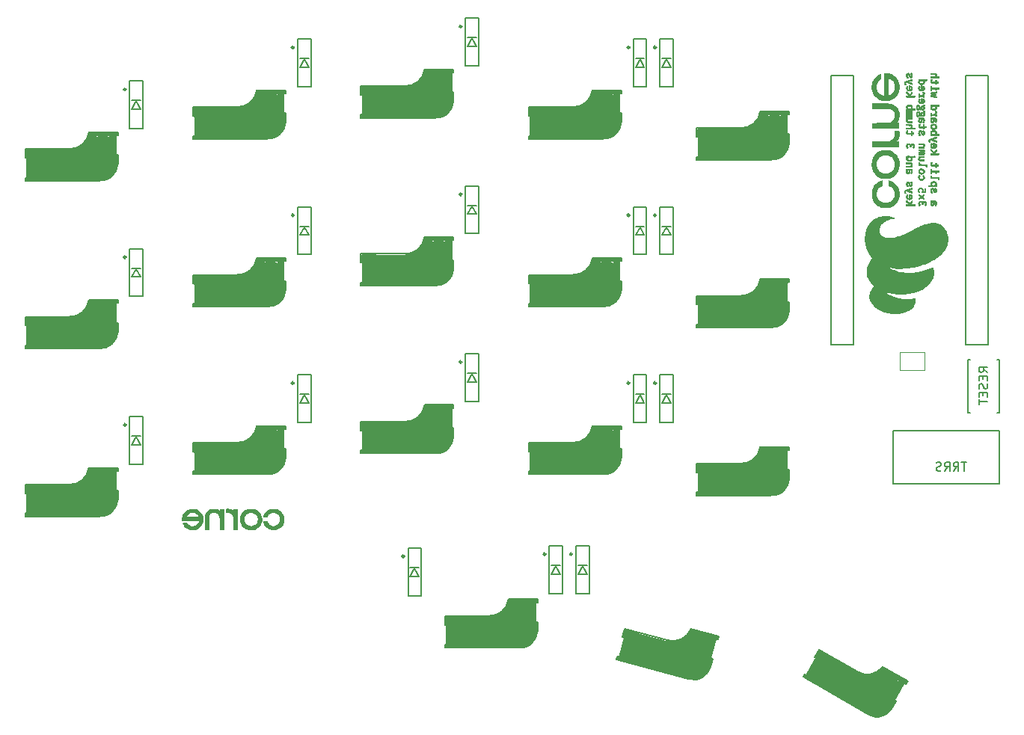
<source format=gbo>
G04 #@! TF.GenerationSoftware,KiCad,Pcbnew,(6.0.11)*
G04 #@! TF.CreationDate,2023-02-16T20:31:25+09:00*
G04 #@! TF.ProjectId,corne-cherry,636f726e-652d-4636-9865-7272792e6b69,2.1*
G04 #@! TF.SameCoordinates,Original*
G04 #@! TF.FileFunction,Legend,Bot*
G04 #@! TF.FilePolarity,Positive*
%FSLAX46Y46*%
G04 Gerber Fmt 4.6, Leading zero omitted, Abs format (unit mm)*
G04 Created by KiCad (PCBNEW (6.0.11)) date 2023-02-16 20:31:25*
%MOMM*%
%LPD*%
G01*
G04 APERTURE LIST*
%ADD10C,0.150000*%
%ADD11C,3.500000*%
%ADD12C,0.500000*%
%ADD13C,3.000000*%
%ADD14C,0.400000*%
%ADD15C,0.800000*%
%ADD16C,1.000000*%
%ADD17C,0.300000*%
%ADD18C,0.260000*%
%ADD19C,0.010000*%
%ADD20C,0.120000*%
G04 APERTURE END LIST*
D10*
X137961904Y-152827380D02*
X137390476Y-152827380D01*
X137676190Y-153827380D02*
X137676190Y-152827380D01*
X136485714Y-153827380D02*
X136819047Y-153351190D01*
X137057142Y-153827380D02*
X137057142Y-152827380D01*
X136676190Y-152827380D01*
X136580952Y-152875000D01*
X136533333Y-152922619D01*
X136485714Y-153017857D01*
X136485714Y-153160714D01*
X136533333Y-153255952D01*
X136580952Y-153303571D01*
X136676190Y-153351190D01*
X137057142Y-153351190D01*
X135485714Y-153827380D02*
X135819047Y-153351190D01*
X136057142Y-153827380D02*
X136057142Y-152827380D01*
X135676190Y-152827380D01*
X135580952Y-152875000D01*
X135533333Y-152922619D01*
X135485714Y-153017857D01*
X135485714Y-153160714D01*
X135533333Y-153255952D01*
X135580952Y-153303571D01*
X135676190Y-153351190D01*
X136057142Y-153351190D01*
X135104761Y-153779761D02*
X134961904Y-153827380D01*
X134723809Y-153827380D01*
X134628571Y-153779761D01*
X134580952Y-153732142D01*
X134533333Y-153636904D01*
X134533333Y-153541666D01*
X134580952Y-153446428D01*
X134628571Y-153398809D01*
X134723809Y-153351190D01*
X134914285Y-153303571D01*
X135009523Y-153255952D01*
X135057142Y-153208333D01*
X135104761Y-153113095D01*
X135104761Y-153017857D01*
X135057142Y-152922619D01*
X135009523Y-152875000D01*
X134914285Y-152827380D01*
X134676190Y-152827380D01*
X134533333Y-152875000D01*
X140352380Y-142670619D02*
X139876190Y-142337285D01*
X140352380Y-142099190D02*
X139352380Y-142099190D01*
X139352380Y-142480142D01*
X139400000Y-142575380D01*
X139447619Y-142623000D01*
X139542857Y-142670619D01*
X139685714Y-142670619D01*
X139780952Y-142623000D01*
X139828571Y-142575380D01*
X139876190Y-142480142D01*
X139876190Y-142099190D01*
X139828571Y-143099190D02*
X139828571Y-143432523D01*
X140352380Y-143575380D02*
X140352380Y-143099190D01*
X139352380Y-143099190D01*
X139352380Y-143575380D01*
X140304761Y-143956333D02*
X140352380Y-144099190D01*
X140352380Y-144337285D01*
X140304761Y-144432523D01*
X140257142Y-144480142D01*
X140161904Y-144527761D01*
X140066666Y-144527761D01*
X139971428Y-144480142D01*
X139923809Y-144432523D01*
X139876190Y-144337285D01*
X139828571Y-144146809D01*
X139780952Y-144051571D01*
X139733333Y-144003952D01*
X139638095Y-143956333D01*
X139542857Y-143956333D01*
X139447619Y-144003952D01*
X139400000Y-144051571D01*
X139352380Y-144146809D01*
X139352380Y-144384904D01*
X139400000Y-144527761D01*
X139828571Y-144956333D02*
X139828571Y-145289666D01*
X140352380Y-145432523D02*
X140352380Y-144956333D01*
X139352380Y-144956333D01*
X139352380Y-145432523D01*
X139352380Y-145718238D02*
X139352380Y-146289666D01*
X140352380Y-146003952D02*
X139352380Y-146003952D01*
X133310714Y-121871428D02*
X133310714Y-122228571D01*
X132953571Y-122264285D01*
X132989285Y-122228571D01*
X133025000Y-122157142D01*
X133025000Y-121978571D01*
X132989285Y-121907142D01*
X132953571Y-121871428D01*
X132882142Y-121835714D01*
X132703571Y-121835714D01*
X132632142Y-121871428D01*
X132596428Y-121907142D01*
X132560714Y-121978571D01*
X132560714Y-122157142D01*
X132596428Y-122228571D01*
X132632142Y-122264285D01*
X89400000Y-168350000D02*
X86120000Y-168350000D01*
X89400000Y-168350000D02*
X89400000Y-168710000D01*
D11*
X80900000Y-172050000D02*
X87600000Y-172050000D01*
D12*
X79200000Y-170550000D02*
X80600000Y-170550000D01*
D10*
X78900000Y-173850000D02*
X87300001Y-173850000D01*
D13*
X87670000Y-172350000D02*
X87670000Y-170110000D01*
D10*
X78900000Y-170250000D02*
X78900000Y-171250000D01*
D14*
X79100000Y-171150000D02*
X79100000Y-170450000D01*
D10*
X89200000Y-168710000D02*
X89400000Y-168710000D01*
X89170000Y-170950000D02*
X89170000Y-168710000D01*
X83900000Y-170250000D02*
X78900000Y-170250000D01*
X78900000Y-173500000D02*
X78900000Y-173850000D01*
D14*
X79100000Y-173650000D02*
X80500000Y-173650000D01*
D10*
X89400000Y-171950000D02*
X89400000Y-170950000D01*
X78900000Y-171250000D02*
X79100000Y-171250000D01*
D15*
X88800000Y-168850000D02*
X88800000Y-170649999D01*
D10*
X79120000Y-171250000D02*
X79120000Y-173500000D01*
X89400000Y-170950000D02*
X89200000Y-170950000D01*
D16*
X79600000Y-173250000D02*
X79600000Y-170750000D01*
D17*
X89300000Y-171050001D02*
X89300000Y-171950000D01*
D10*
X79100000Y-173500000D02*
X78900000Y-173500000D01*
D12*
X89200000Y-168550000D02*
X86500000Y-168550000D01*
D16*
X84300000Y-170650000D02*
G75*
G03*
X86516318Y-168771471I65001J2169999D01*
G01*
D10*
X87300001Y-173850001D02*
G75*
G03*
X89400000Y-171949999I100000J1999999D01*
G01*
X83900000Y-170250000D02*
G75*
G03*
X86116318Y-168371471I65001J2169999D01*
G01*
X137830000Y-139502000D02*
X137830000Y-109022000D01*
X125130000Y-139502000D02*
X122590000Y-139502000D01*
X125130000Y-109022000D02*
X125130000Y-139502000D01*
X122590000Y-139502000D02*
X122590000Y-109022000D01*
X137830000Y-109022000D02*
X140370000Y-109022000D01*
X140370000Y-139502000D02*
X137830000Y-139502000D01*
X122590000Y-109022000D02*
X125130000Y-109022000D01*
X140370000Y-109022000D02*
X140370000Y-139502000D01*
D16*
X51100000Y-115625000D02*
X51100000Y-113125000D01*
D10*
X60700000Y-111085000D02*
X60900000Y-111085000D01*
D15*
X60300000Y-111225000D02*
X60300000Y-113024999D01*
D10*
X55400000Y-112625000D02*
X50400000Y-112625000D01*
X60900000Y-113325000D02*
X60700000Y-113325000D01*
D14*
X50600000Y-116025000D02*
X52000000Y-116025000D01*
D13*
X59170000Y-114725000D02*
X59170000Y-112485000D01*
D10*
X50400000Y-116225000D02*
X58800001Y-116225000D01*
D17*
X60800000Y-113425001D02*
X60800000Y-114325000D01*
D14*
X50600000Y-113525000D02*
X50600000Y-112825000D01*
D12*
X60700000Y-110925000D02*
X58000000Y-110925000D01*
D10*
X60900000Y-110725000D02*
X57620000Y-110725000D01*
X50620000Y-113625000D02*
X50620000Y-115875000D01*
X60900000Y-114325000D02*
X60900000Y-113325000D01*
D11*
X52400000Y-114425000D02*
X59100000Y-114425000D01*
D10*
X60900000Y-110725000D02*
X60900000Y-111085000D01*
X50400000Y-113625000D02*
X50600000Y-113625000D01*
X50400000Y-115875000D02*
X50400000Y-116225000D01*
X50400000Y-112625000D02*
X50400000Y-113625000D01*
D12*
X50700000Y-112925000D02*
X52100000Y-112925000D01*
D10*
X60670000Y-113325000D02*
X60670000Y-111085000D01*
X50600000Y-115875000D02*
X50400000Y-115875000D01*
D16*
X55800000Y-113025000D02*
G75*
G03*
X58016318Y-111146471I65001J2169999D01*
G01*
D10*
X55400000Y-112625000D02*
G75*
G03*
X57616318Y-110746471I65001J2169999D01*
G01*
X58800001Y-116225001D02*
G75*
G03*
X60900000Y-114324999I100000J1999999D01*
G01*
X100250000Y-129325000D02*
X101750000Y-129325000D01*
X101750000Y-123925000D02*
X100250000Y-123925000D01*
X100500000Y-127125000D02*
X101000000Y-126225000D01*
X101500000Y-127125000D02*
X100500000Y-127125000D01*
X101500000Y-126125000D02*
X100500000Y-126125000D01*
X101750000Y-129325000D02*
X101750000Y-123925000D01*
X100250000Y-123925000D02*
X100250000Y-129325000D01*
X101000000Y-126225000D02*
X101500000Y-127125000D01*
D18*
X99830000Y-124875000D02*
G75*
G03*
X99830000Y-124875000I-130000J0D01*
G01*
D10*
X82500000Y-124750000D02*
X81500000Y-124750000D01*
X81250000Y-121550000D02*
X81250000Y-126950000D01*
X81500000Y-124750000D02*
X82000000Y-123850000D01*
X82750000Y-121550000D02*
X81250000Y-121550000D01*
X82750000Y-126950000D02*
X82750000Y-121550000D01*
X82500000Y-123750000D02*
X81500000Y-123750000D01*
X82000000Y-123850000D02*
X82500000Y-124750000D01*
X81250000Y-126950000D02*
X82750000Y-126950000D01*
D18*
X80830000Y-122500000D02*
G75*
G03*
X80830000Y-122500000I-130000J0D01*
G01*
D10*
X76000000Y-165750000D02*
X75000000Y-165750000D01*
X74750000Y-162550000D02*
X74750000Y-167950000D01*
X74750000Y-167950000D02*
X76250000Y-167950000D01*
X76000000Y-164750000D02*
X75000000Y-164750000D01*
X75000000Y-165750000D02*
X75500000Y-164850000D01*
X76250000Y-162550000D02*
X74750000Y-162550000D01*
X76250000Y-167950000D02*
X76250000Y-162550000D01*
X75500000Y-164850000D02*
X76000000Y-165750000D01*
D18*
X74330000Y-163500000D02*
G75*
G03*
X74330000Y-163500000I-130000J0D01*
G01*
D10*
X104500000Y-145125000D02*
X103500000Y-145125000D01*
X103250000Y-142925000D02*
X103250000Y-148325000D01*
X104500000Y-146125000D02*
X103500000Y-146125000D01*
X104750000Y-142925000D02*
X103250000Y-142925000D01*
X103250000Y-148325000D02*
X104750000Y-148325000D01*
X104750000Y-148325000D02*
X104750000Y-142925000D01*
X104000000Y-145225000D02*
X104500000Y-146125000D01*
X103500000Y-146125000D02*
X104000000Y-145225000D01*
D18*
X102830000Y-143875000D02*
G75*
G03*
X102830000Y-143875000I-130000J0D01*
G01*
D10*
X103250000Y-110325000D02*
X104750000Y-110325000D01*
X104000000Y-107225000D02*
X104500000Y-108125000D01*
X104500000Y-107125000D02*
X103500000Y-107125000D01*
X104750000Y-110325000D02*
X104750000Y-104925000D01*
X103250000Y-104925000D02*
X103250000Y-110325000D01*
X104500000Y-108125000D02*
X103500000Y-108125000D01*
X104750000Y-104925000D02*
X103250000Y-104925000D01*
X103500000Y-108125000D02*
X104000000Y-107225000D01*
D18*
X102830000Y-105875000D02*
G75*
G03*
X102830000Y-105875000I-130000J0D01*
G01*
D10*
X31620000Y-156375000D02*
X31620000Y-158625000D01*
X36400000Y-155375000D02*
X31400000Y-155375000D01*
X41900000Y-157075000D02*
X41900000Y-156075000D01*
X31400000Y-158625000D02*
X31400000Y-158975000D01*
D15*
X41300000Y-153975000D02*
X41300000Y-155774999D01*
D12*
X31700000Y-155675000D02*
X33100000Y-155675000D01*
D17*
X41800000Y-156175001D02*
X41800000Y-157075000D01*
D10*
X41700000Y-153835000D02*
X41900000Y-153835000D01*
D12*
X41700000Y-153675000D02*
X39000000Y-153675000D01*
D14*
X31600000Y-158775000D02*
X33000000Y-158775000D01*
D10*
X41900000Y-156075000D02*
X41700000Y-156075000D01*
D11*
X33400000Y-157175000D02*
X40100000Y-157175000D01*
D10*
X41670000Y-156075000D02*
X41670000Y-153835000D01*
X31400000Y-158975000D02*
X39800001Y-158975000D01*
X41900000Y-153475000D02*
X38620000Y-153475000D01*
D13*
X40170000Y-157475000D02*
X40170000Y-155235000D01*
D16*
X32100000Y-158375000D02*
X32100000Y-155875000D01*
D10*
X31600000Y-158625000D02*
X31400000Y-158625000D01*
D14*
X31600000Y-156275000D02*
X31600000Y-155575000D01*
D10*
X31400000Y-156375000D02*
X31600000Y-156375000D01*
X31400000Y-155375000D02*
X31400000Y-156375000D01*
X41900000Y-153475000D02*
X41900000Y-153835000D01*
D16*
X36800000Y-155775000D02*
G75*
G03*
X39016318Y-153896471I65001J2169999D01*
G01*
D10*
X39800001Y-158975001D02*
G75*
G03*
X41900000Y-157074999I100000J1999999D01*
G01*
X36400000Y-155375000D02*
G75*
G03*
X38616318Y-153496471I65001J2169999D01*
G01*
X74400000Y-110250000D02*
X69400000Y-110250000D01*
X79900000Y-111950000D02*
X79900000Y-110950000D01*
X79670000Y-110950000D02*
X79670000Y-108710000D01*
X79900000Y-108350000D02*
X79900000Y-108710000D01*
D12*
X79700000Y-108550000D02*
X77000000Y-108550000D01*
D14*
X69600000Y-111150000D02*
X69600000Y-110450000D01*
D16*
X70100000Y-113250000D02*
X70100000Y-110750000D01*
D11*
X71400000Y-112050000D02*
X78100000Y-112050000D01*
D10*
X79700000Y-108710000D02*
X79900000Y-108710000D01*
X69400000Y-111250000D02*
X69600000Y-111250000D01*
D15*
X79300000Y-108850000D02*
X79300000Y-110649999D01*
D10*
X69400000Y-113850000D02*
X77800001Y-113850000D01*
X79900000Y-108350000D02*
X76620000Y-108350000D01*
X69400000Y-113500000D02*
X69400000Y-113850000D01*
X69600000Y-113500000D02*
X69400000Y-113500000D01*
D13*
X78170000Y-112350000D02*
X78170000Y-110110000D01*
D17*
X79800000Y-111050001D02*
X79800000Y-111950000D01*
D10*
X69400000Y-110250000D02*
X69400000Y-111250000D01*
X69620000Y-111250000D02*
X69620000Y-113500000D01*
D12*
X69700000Y-110550000D02*
X71100000Y-110550000D01*
D14*
X69600000Y-113650000D02*
X71000000Y-113650000D01*
D10*
X79900000Y-110950000D02*
X79700000Y-110950000D01*
D16*
X74800000Y-110650000D02*
G75*
G03*
X77016318Y-108771471I65001J2169999D01*
G01*
D10*
X77800001Y-113850001D02*
G75*
G03*
X79900000Y-111949999I100000J1999999D01*
G01*
X74400000Y-110250000D02*
G75*
G03*
X76616318Y-108371471I65001J2169999D01*
G01*
X44750000Y-134075000D02*
X44750000Y-128675000D01*
X44750000Y-128675000D02*
X43250000Y-128675000D01*
X43250000Y-134075000D02*
X44750000Y-134075000D01*
X43500000Y-131875000D02*
X44000000Y-130975000D01*
X44000000Y-130975000D02*
X44500000Y-131875000D01*
X44500000Y-130875000D02*
X43500000Y-130875000D01*
X44500000Y-131875000D02*
X43500000Y-131875000D01*
X43250000Y-128675000D02*
X43250000Y-134075000D01*
D18*
X42830000Y-129625000D02*
G75*
G03*
X42830000Y-129625000I-130000J0D01*
G01*
D10*
X60900000Y-151325000D02*
X60700000Y-151325000D01*
D15*
X60300000Y-149225000D02*
X60300000Y-151024999D01*
D10*
X60670000Y-151325000D02*
X60670000Y-149085000D01*
X50400000Y-153875000D02*
X50400000Y-154225000D01*
X50400000Y-151625000D02*
X50600000Y-151625000D01*
D14*
X50600000Y-151525000D02*
X50600000Y-150825000D01*
D10*
X60700000Y-149085000D02*
X60900000Y-149085000D01*
D11*
X52400000Y-152425000D02*
X59100000Y-152425000D01*
D10*
X55400000Y-150625000D02*
X50400000Y-150625000D01*
D17*
X60800000Y-151425001D02*
X60800000Y-152325000D01*
D10*
X60900000Y-148725000D02*
X57620000Y-148725000D01*
X60900000Y-152325000D02*
X60900000Y-151325000D01*
D12*
X60700000Y-148925000D02*
X58000000Y-148925000D01*
X50700000Y-150925000D02*
X52100000Y-150925000D01*
D14*
X50600000Y-154025000D02*
X52000000Y-154025000D01*
D10*
X50600000Y-153875000D02*
X50400000Y-153875000D01*
D13*
X59170000Y-152725000D02*
X59170000Y-150485000D01*
D10*
X50620000Y-151625000D02*
X50620000Y-153875000D01*
X50400000Y-150625000D02*
X50400000Y-151625000D01*
D16*
X51100000Y-153625000D02*
X51100000Y-151125000D01*
D10*
X60900000Y-148725000D02*
X60900000Y-149085000D01*
X50400000Y-154225000D02*
X58800001Y-154225000D01*
X58800001Y-154225001D02*
G75*
G03*
X60900000Y-152324999I100000J1999999D01*
G01*
X55400000Y-150625000D02*
G75*
G03*
X57616318Y-148746471I65001J2169999D01*
G01*
D16*
X55800000Y-151025000D02*
G75*
G03*
X58016318Y-149146471I65001J2169999D01*
G01*
D10*
X141685000Y-155300000D02*
X129685000Y-155300000D01*
X129685000Y-155300000D02*
X129685000Y-149300000D01*
X129685000Y-149300000D02*
X141685000Y-149300000D01*
X141685000Y-149300000D02*
X141685000Y-155300000D01*
D15*
X79300000Y-146850000D02*
X79300000Y-148649999D01*
D10*
X69400000Y-149250000D02*
X69600000Y-149250000D01*
X69400000Y-151500000D02*
X69400000Y-151850000D01*
X69620000Y-149250000D02*
X69620000Y-151500000D01*
X79670000Y-148950000D02*
X79670000Y-146710000D01*
D12*
X69700000Y-148550000D02*
X71100000Y-148550000D01*
D10*
X79900000Y-148950000D02*
X79700000Y-148950000D01*
D11*
X71400000Y-150050000D02*
X78100000Y-150050000D01*
D12*
X79700000Y-146550000D02*
X77000000Y-146550000D01*
D10*
X69400000Y-148250000D02*
X69400000Y-149250000D01*
X79900000Y-146350000D02*
X76620000Y-146350000D01*
D16*
X70100000Y-151250000D02*
X70100000Y-148750000D01*
D10*
X69600000Y-151500000D02*
X69400000Y-151500000D01*
X79700000Y-146710000D02*
X79900000Y-146710000D01*
D13*
X78170000Y-150350000D02*
X78170000Y-148110000D01*
D10*
X69400000Y-151850000D02*
X77800001Y-151850000D01*
X79900000Y-146350000D02*
X79900000Y-146710000D01*
X79900000Y-149950000D02*
X79900000Y-148950000D01*
X74400000Y-148250000D02*
X69400000Y-148250000D01*
D17*
X79800000Y-149050001D02*
X79800000Y-149950000D01*
D14*
X69600000Y-151650000D02*
X71000000Y-151650000D01*
X69600000Y-149150000D02*
X69600000Y-148450000D01*
D16*
X74800000Y-148650000D02*
G75*
G03*
X77016318Y-146771471I65001J2169999D01*
G01*
D10*
X74400000Y-148250000D02*
G75*
G03*
X76616318Y-146371471I65001J2169999D01*
G01*
X77800001Y-151850001D02*
G75*
G03*
X79900000Y-149949999I100000J1999999D01*
G01*
X88620000Y-132625000D02*
X88620000Y-134875000D01*
D15*
X98300000Y-130225000D02*
X98300000Y-132024999D01*
D17*
X98800000Y-132425001D02*
X98800000Y-133325000D01*
D11*
X90400000Y-133425000D02*
X97100000Y-133425000D01*
D10*
X88400000Y-134875000D02*
X88400000Y-135225000D01*
X98900000Y-129725000D02*
X95620000Y-129725000D01*
D13*
X97170000Y-133725000D02*
X97170000Y-131485000D01*
D10*
X88400000Y-131625000D02*
X88400000Y-132625000D01*
D12*
X98700000Y-129925000D02*
X96000000Y-129925000D01*
D10*
X98700000Y-130085000D02*
X98900000Y-130085000D01*
X98900000Y-129725000D02*
X98900000Y-130085000D01*
X88400000Y-135225000D02*
X96800001Y-135225000D01*
X93400000Y-131625000D02*
X88400000Y-131625000D01*
X98670000Y-132325000D02*
X98670000Y-130085000D01*
X88600000Y-134875000D02*
X88400000Y-134875000D01*
X98900000Y-132325000D02*
X98700000Y-132325000D01*
X98900000Y-133325000D02*
X98900000Y-132325000D01*
D14*
X88600000Y-135025000D02*
X90000000Y-135025000D01*
D12*
X88700000Y-131925000D02*
X90100000Y-131925000D01*
D16*
X89100000Y-134625000D02*
X89100000Y-132125000D01*
D10*
X88400000Y-132625000D02*
X88600000Y-132625000D01*
D14*
X88600000Y-132525000D02*
X88600000Y-131825000D01*
D10*
X93400000Y-131625000D02*
G75*
G03*
X95616318Y-129746471I65001J2169999D01*
G01*
X96800001Y-135225001D02*
G75*
G03*
X98900000Y-133324999I100000J1999999D01*
G01*
D16*
X93800000Y-132025000D02*
G75*
G03*
X96016318Y-130146471I65001J2169999D01*
G01*
D10*
X62250000Y-104925000D02*
X62250000Y-110325000D01*
X63500000Y-108125000D02*
X62500000Y-108125000D01*
X62500000Y-108125000D02*
X63000000Y-107225000D01*
X63000000Y-107225000D02*
X63500000Y-108125000D01*
X63750000Y-110325000D02*
X63750000Y-104925000D01*
X63500000Y-107125000D02*
X62500000Y-107125000D01*
X62250000Y-110325000D02*
X63750000Y-110325000D01*
X63750000Y-104925000D02*
X62250000Y-104925000D01*
D18*
X61830000Y-105875000D02*
G75*
G03*
X61830000Y-105875000I-130000J0D01*
G01*
D12*
X41700000Y-134675000D02*
X39000000Y-134675000D01*
D10*
X31400000Y-139625000D02*
X31400000Y-139975000D01*
D16*
X32100000Y-139375000D02*
X32100000Y-136875000D01*
D14*
X31600000Y-137275000D02*
X31600000Y-136575000D01*
D10*
X41900000Y-134475000D02*
X41900000Y-134835000D01*
D12*
X31700000Y-136675000D02*
X33100000Y-136675000D01*
D10*
X31600000Y-139625000D02*
X31400000Y-139625000D01*
D13*
X40170000Y-138475000D02*
X40170000Y-136235000D01*
D10*
X41900000Y-138075000D02*
X41900000Y-137075000D01*
X36400000Y-136375000D02*
X31400000Y-136375000D01*
D17*
X41800000Y-137175001D02*
X41800000Y-138075000D01*
D14*
X31600000Y-139775000D02*
X33000000Y-139775000D01*
D10*
X31620000Y-137375000D02*
X31620000Y-139625000D01*
X31400000Y-137375000D02*
X31600000Y-137375000D01*
X41700000Y-134835000D02*
X41900000Y-134835000D01*
D15*
X41300000Y-134975000D02*
X41300000Y-136774999D01*
D11*
X33400000Y-138175000D02*
X40100000Y-138175000D01*
D10*
X31400000Y-139975000D02*
X39800001Y-139975000D01*
X41670000Y-137075000D02*
X41670000Y-134835000D01*
X41900000Y-137075000D02*
X41700000Y-137075000D01*
X41900000Y-134475000D02*
X38620000Y-134475000D01*
X31400000Y-136375000D02*
X31400000Y-137375000D01*
X36400000Y-136375000D02*
G75*
G03*
X38616318Y-134496471I65001J2169999D01*
G01*
D16*
X36800000Y-136775000D02*
G75*
G03*
X39016318Y-134896471I65001J2169999D01*
G01*
D10*
X39800001Y-139975001D02*
G75*
G03*
X41900000Y-138074999I100000J1999999D01*
G01*
X117900000Y-113100000D02*
X114620000Y-113100000D01*
D14*
X107600000Y-115900000D02*
X107600000Y-115200000D01*
D10*
X107400000Y-118600000D02*
X115800001Y-118600000D01*
X107620000Y-116000000D02*
X107620000Y-118250000D01*
D15*
X117300000Y-113600000D02*
X117300000Y-115399999D01*
D10*
X107400000Y-115000000D02*
X107400000Y-116000000D01*
D12*
X117700000Y-113300000D02*
X115000000Y-113300000D01*
D16*
X108100000Y-118000000D02*
X108100000Y-115500000D01*
D10*
X107600000Y-118250000D02*
X107400000Y-118250000D01*
X107400000Y-118250000D02*
X107400000Y-118600000D01*
X117900000Y-115700000D02*
X117700000Y-115700000D01*
D14*
X107600000Y-118400000D02*
X109000000Y-118400000D01*
D10*
X117700000Y-113460000D02*
X117900000Y-113460000D01*
X117900000Y-113100000D02*
X117900000Y-113460000D01*
D13*
X116170000Y-117100000D02*
X116170000Y-114860000D01*
D10*
X117670000Y-115700000D02*
X117670000Y-113460000D01*
D12*
X107700000Y-115300000D02*
X109100000Y-115300000D01*
D10*
X117900000Y-116700000D02*
X117900000Y-115700000D01*
X107400000Y-116000000D02*
X107600000Y-116000000D01*
D11*
X109400000Y-116800000D02*
X116100000Y-116800000D01*
D17*
X117800000Y-115800001D02*
X117800000Y-116700000D01*
D10*
X112400000Y-115000000D02*
X107400000Y-115000000D01*
X115800001Y-118600001D02*
G75*
G03*
X117900000Y-116699999I100000J1999999D01*
G01*
D16*
X112800000Y-115400000D02*
G75*
G03*
X115016318Y-113521471I65001J2169999D01*
G01*
D10*
X112400000Y-115000000D02*
G75*
G03*
X114616318Y-113121471I65001J2169999D01*
G01*
X63500000Y-126125000D02*
X62500000Y-126125000D01*
X63000000Y-126225000D02*
X63500000Y-127125000D01*
X62250000Y-129325000D02*
X63750000Y-129325000D01*
X62250000Y-123925000D02*
X62250000Y-129325000D01*
X63750000Y-123925000D02*
X62250000Y-123925000D01*
X63750000Y-129325000D02*
X63750000Y-123925000D01*
X63500000Y-127125000D02*
X62500000Y-127125000D01*
X62500000Y-127125000D02*
X63000000Y-126225000D01*
D18*
X61830000Y-124875000D02*
G75*
G03*
X61830000Y-124875000I-130000J0D01*
G01*
D10*
X92250000Y-167700000D02*
X92250000Y-162300000D01*
X91500000Y-164600000D02*
X92000000Y-165500000D01*
X92250000Y-162300000D02*
X90750000Y-162300000D01*
X92000000Y-165500000D02*
X91000000Y-165500000D01*
X90750000Y-162300000D02*
X90750000Y-167700000D01*
X92000000Y-164500000D02*
X91000000Y-164500000D01*
X91000000Y-165500000D02*
X91500000Y-164600000D01*
X90750000Y-167700000D02*
X92250000Y-167700000D01*
D18*
X90330000Y-163250000D02*
G75*
G03*
X90330000Y-163250000I-130000J0D01*
G01*
D10*
X101500000Y-108125000D02*
X100500000Y-108125000D01*
X101000000Y-107225000D02*
X101500000Y-108125000D01*
X100250000Y-104925000D02*
X100250000Y-110325000D01*
X101750000Y-104925000D02*
X100250000Y-104925000D01*
X101500000Y-107125000D02*
X100500000Y-107125000D01*
X100500000Y-108125000D02*
X101000000Y-107225000D01*
X100250000Y-110325000D02*
X101750000Y-110325000D01*
X101750000Y-110325000D02*
X101750000Y-104925000D01*
D18*
X99830000Y-105875000D02*
G75*
G03*
X99830000Y-105875000I-130000J0D01*
G01*
D12*
X88700000Y-150925000D02*
X90100000Y-150925000D01*
D10*
X98900000Y-152325000D02*
X98900000Y-151325000D01*
X88600000Y-153875000D02*
X88400000Y-153875000D01*
X88400000Y-151625000D02*
X88600000Y-151625000D01*
D15*
X98300000Y-149225000D02*
X98300000Y-151024999D01*
D16*
X89100000Y-153625000D02*
X89100000Y-151125000D01*
D13*
X97170000Y-152725000D02*
X97170000Y-150485000D01*
D12*
X98700000Y-148925000D02*
X96000000Y-148925000D01*
D14*
X88600000Y-151525000D02*
X88600000Y-150825000D01*
D10*
X98900000Y-151325000D02*
X98700000Y-151325000D01*
X98900000Y-148725000D02*
X98900000Y-149085000D01*
X88620000Y-151625000D02*
X88620000Y-153875000D01*
D17*
X98800000Y-151425001D02*
X98800000Y-152325000D01*
D11*
X90400000Y-152425000D02*
X97100000Y-152425000D01*
D10*
X93400000Y-150625000D02*
X88400000Y-150625000D01*
X88400000Y-153875000D02*
X88400000Y-154225000D01*
X88400000Y-154225000D02*
X96800001Y-154225000D01*
X98700000Y-149085000D02*
X98900000Y-149085000D01*
X88400000Y-150625000D02*
X88400000Y-151625000D01*
X98670000Y-151325000D02*
X98670000Y-149085000D01*
D14*
X88600000Y-154025000D02*
X90000000Y-154025000D01*
D10*
X98900000Y-148725000D02*
X95620000Y-148725000D01*
D16*
X93800000Y-151025000D02*
G75*
G03*
X96016318Y-149146471I65001J2169999D01*
G01*
D10*
X96800001Y-154225001D02*
G75*
G03*
X98900000Y-152324999I100000J1999999D01*
G01*
X93400000Y-150625000D02*
G75*
G03*
X95616318Y-148746471I65001J2169999D01*
G01*
X95000000Y-164500000D02*
X94000000Y-164500000D01*
X94500000Y-164600000D02*
X95000000Y-165500000D01*
X95250000Y-167700000D02*
X95250000Y-162300000D01*
X95000000Y-165500000D02*
X94000000Y-165500000D01*
X93750000Y-167700000D02*
X95250000Y-167700000D01*
X93750000Y-162300000D02*
X93750000Y-167700000D01*
X95250000Y-162300000D02*
X93750000Y-162300000D01*
X94000000Y-165500000D02*
X94500000Y-164600000D01*
D18*
X93330000Y-163250000D02*
G75*
G03*
X93330000Y-163250000I-130000J0D01*
G01*
D10*
X109914261Y-172589551D02*
X106746025Y-171740624D01*
X109914261Y-172589551D02*
X109821087Y-172937284D01*
D14*
X98593484Y-175043121D02*
X99945781Y-175405468D01*
D10*
X109627901Y-172885520D02*
X109821087Y-172937284D01*
X108982513Y-176066884D02*
X109241332Y-175100958D01*
X99280284Y-171707210D02*
X99021465Y-172673136D01*
X104109913Y-173001305D02*
X99280284Y-171707210D01*
D16*
X99179975Y-174786161D02*
X99827023Y-172371346D01*
D10*
X99233969Y-172730076D02*
X98651626Y-174903409D01*
D11*
X100746261Y-173963514D02*
X107217964Y-175697602D01*
D12*
X99492416Y-172074633D02*
X100844712Y-172436980D01*
X109669312Y-172730972D02*
X107061313Y-172032161D01*
D10*
X98632307Y-174898233D02*
X98439122Y-174846469D01*
X98439122Y-174846469D02*
X98348536Y-175184543D01*
X109019169Y-175041430D02*
X109598924Y-172877756D01*
D14*
X99240532Y-172628307D02*
X99421705Y-171952159D01*
D10*
X98348536Y-175184543D02*
X106462313Y-177358623D01*
X109241332Y-175100958D02*
X109048147Y-175049194D01*
D17*
X109118857Y-175171670D02*
X108885920Y-176041002D01*
D13*
X107207934Y-176005497D02*
X107787688Y-173841823D01*
D15*
X109205296Y-172917222D02*
X108739422Y-174655888D01*
D10*
X99021465Y-172673136D02*
X99214650Y-172724900D01*
D16*
X104392756Y-173491203D02*
G75*
G03*
X107019754Y-172250309I624423J2079235D01*
G01*
D10*
X104109913Y-173001305D02*
G75*
G03*
X106736911Y-171760411I624423J2079234D01*
G01*
X106462313Y-177358623D02*
G75*
G03*
X108982513Y-176066883I614231J1905968D01*
G01*
D11*
X52400000Y-133425000D02*
X59100000Y-133425000D01*
D17*
X60800000Y-132425001D02*
X60800000Y-133325000D01*
D12*
X50700000Y-131925000D02*
X52100000Y-131925000D01*
D10*
X60900000Y-132325000D02*
X60700000Y-132325000D01*
X60670000Y-132325000D02*
X60670000Y-130085000D01*
X60900000Y-129725000D02*
X60900000Y-130085000D01*
D15*
X60300000Y-130225000D02*
X60300000Y-132024999D01*
D10*
X50400000Y-134875000D02*
X50400000Y-135225000D01*
X50620000Y-132625000D02*
X50620000Y-134875000D01*
D14*
X50600000Y-132525000D02*
X50600000Y-131825000D01*
D12*
X60700000Y-129925000D02*
X58000000Y-129925000D01*
D13*
X59170000Y-133725000D02*
X59170000Y-131485000D01*
D10*
X50600000Y-134875000D02*
X50400000Y-134875000D01*
X60900000Y-129725000D02*
X57620000Y-129725000D01*
D14*
X50600000Y-135025000D02*
X52000000Y-135025000D01*
D16*
X51100000Y-134625000D02*
X51100000Y-132125000D01*
D10*
X50400000Y-135225000D02*
X58800001Y-135225000D01*
X50400000Y-131625000D02*
X50400000Y-132625000D01*
X60700000Y-130085000D02*
X60900000Y-130085000D01*
X55400000Y-131625000D02*
X50400000Y-131625000D01*
X60900000Y-133325000D02*
X60900000Y-132325000D01*
X50400000Y-132625000D02*
X50600000Y-132625000D01*
X55400000Y-131625000D02*
G75*
G03*
X57616318Y-129746471I65001J2169999D01*
G01*
X58800001Y-135225001D02*
G75*
G03*
X60900000Y-133324999I100000J1999999D01*
G01*
D16*
X55800000Y-132025000D02*
G75*
G03*
X58016318Y-130146471I65001J2169999D01*
G01*
D12*
X107700000Y-134300000D02*
X109100000Y-134300000D01*
D10*
X107620000Y-135000000D02*
X107620000Y-137250000D01*
D11*
X109400000Y-135800000D02*
X116100000Y-135800000D01*
D10*
X117670000Y-134700000D02*
X117670000Y-132460000D01*
D17*
X117800000Y-134800001D02*
X117800000Y-135700000D01*
D10*
X117900000Y-132100000D02*
X114620000Y-132100000D01*
D14*
X107600000Y-134900000D02*
X107600000Y-134200000D01*
D10*
X117900000Y-134700000D02*
X117700000Y-134700000D01*
D16*
X108100000Y-137000000D02*
X108100000Y-134500000D01*
D10*
X117900000Y-135700000D02*
X117900000Y-134700000D01*
D14*
X107600000Y-137400000D02*
X109000000Y-137400000D01*
D10*
X107600000Y-137250000D02*
X107400000Y-137250000D01*
D12*
X117700000Y-132300000D02*
X115000000Y-132300000D01*
D10*
X107400000Y-135000000D02*
X107600000Y-135000000D01*
X107400000Y-137600000D02*
X115800001Y-137600000D01*
X112400000Y-134000000D02*
X107400000Y-134000000D01*
D13*
X116170000Y-136100000D02*
X116170000Y-133860000D01*
D10*
X117700000Y-132460000D02*
X117900000Y-132460000D01*
X117900000Y-132100000D02*
X117900000Y-132460000D01*
X107400000Y-137250000D02*
X107400000Y-137600000D01*
X107400000Y-134000000D02*
X107400000Y-135000000D01*
D15*
X117300000Y-132600000D02*
X117300000Y-134399999D01*
D10*
X115800001Y-137600001D02*
G75*
G03*
X117900000Y-135699999I100000J1999999D01*
G01*
D16*
X112800000Y-134400000D02*
G75*
G03*
X115016318Y-132521471I65001J2169999D01*
G01*
D10*
X112400000Y-134000000D02*
G75*
G03*
X114616318Y-132121471I65001J2169999D01*
G01*
X101000000Y-145225000D02*
X101500000Y-146125000D01*
X100500000Y-146125000D02*
X101000000Y-145225000D01*
X101750000Y-142925000D02*
X100250000Y-142925000D01*
X101500000Y-146125000D02*
X100500000Y-146125000D01*
X101500000Y-145125000D02*
X100500000Y-145125000D01*
X101750000Y-148325000D02*
X101750000Y-142925000D01*
X100250000Y-148325000D02*
X101750000Y-148325000D01*
X100250000Y-142925000D02*
X100250000Y-148325000D01*
D18*
X99830000Y-143875000D02*
G75*
G03*
X99830000Y-143875000I-130000J0D01*
G01*
D15*
X98300000Y-111225000D02*
X98300000Y-113024999D01*
D14*
X88600000Y-116025000D02*
X90000000Y-116025000D01*
D10*
X98900000Y-113325000D02*
X98700000Y-113325000D01*
D12*
X98700000Y-110925000D02*
X96000000Y-110925000D01*
D10*
X88400000Y-115875000D02*
X88400000Y-116225000D01*
X98900000Y-110725000D02*
X95620000Y-110725000D01*
X88620000Y-113625000D02*
X88620000Y-115875000D01*
D17*
X98800000Y-113425001D02*
X98800000Y-114325000D01*
D10*
X88400000Y-113625000D02*
X88600000Y-113625000D01*
X98900000Y-110725000D02*
X98900000Y-111085000D01*
X93400000Y-112625000D02*
X88400000Y-112625000D01*
D14*
X88600000Y-113525000D02*
X88600000Y-112825000D01*
D10*
X98900000Y-114325000D02*
X98900000Y-113325000D01*
D13*
X97170000Y-114725000D02*
X97170000Y-112485000D01*
D12*
X88700000Y-112925000D02*
X90100000Y-112925000D01*
D16*
X89100000Y-115625000D02*
X89100000Y-113125000D01*
D10*
X98670000Y-113325000D02*
X98670000Y-111085000D01*
D11*
X90400000Y-114425000D02*
X97100000Y-114425000D01*
D10*
X88400000Y-116225000D02*
X96800001Y-116225000D01*
X88400000Y-112625000D02*
X88400000Y-113625000D01*
X98700000Y-111085000D02*
X98900000Y-111085000D01*
X88600000Y-115875000D02*
X88400000Y-115875000D01*
D16*
X93800000Y-113025000D02*
G75*
G03*
X96016318Y-111146471I65001J2169999D01*
G01*
D10*
X93400000Y-112625000D02*
G75*
G03*
X95616318Y-110746471I65001J2169999D01*
G01*
X96800001Y-116225001D02*
G75*
G03*
X98900000Y-114324999I100000J1999999D01*
G01*
X103500000Y-127125000D02*
X104000000Y-126225000D01*
X103250000Y-129325000D02*
X104750000Y-129325000D01*
X104500000Y-127125000D02*
X103500000Y-127125000D01*
X104750000Y-123925000D02*
X103250000Y-123925000D01*
X104000000Y-126225000D02*
X104500000Y-127125000D01*
X103250000Y-123925000D02*
X103250000Y-129325000D01*
X104750000Y-129325000D02*
X104750000Y-123925000D01*
X104500000Y-126125000D02*
X103500000Y-126125000D01*
D18*
X102830000Y-124875000D02*
G75*
G03*
X102830000Y-124875000I-130000J0D01*
G01*
D10*
X41670000Y-118075000D02*
X41670000Y-115835000D01*
D11*
X33400000Y-119175000D02*
X40100000Y-119175000D01*
D10*
X31600000Y-120625000D02*
X31400000Y-120625000D01*
X31400000Y-118375000D02*
X31600000Y-118375000D01*
X41900000Y-119075000D02*
X41900000Y-118075000D01*
X41900000Y-115475000D02*
X38620000Y-115475000D01*
D15*
X41300000Y-115975000D02*
X41300000Y-117774999D01*
D17*
X41800000Y-118175001D02*
X41800000Y-119075000D01*
D16*
X32100000Y-120375000D02*
X32100000Y-117875000D01*
D10*
X31400000Y-120625000D02*
X31400000Y-120975000D01*
X31400000Y-120975000D02*
X39800001Y-120975000D01*
D14*
X31600000Y-120775000D02*
X33000000Y-120775000D01*
D12*
X31700000Y-117675000D02*
X33100000Y-117675000D01*
D10*
X41900000Y-118075000D02*
X41700000Y-118075000D01*
D12*
X41700000Y-115675000D02*
X39000000Y-115675000D01*
D10*
X31400000Y-117375000D02*
X31400000Y-118375000D01*
X36400000Y-117375000D02*
X31400000Y-117375000D01*
X41900000Y-115475000D02*
X41900000Y-115835000D01*
X41700000Y-115835000D02*
X41900000Y-115835000D01*
D13*
X40170000Y-119475000D02*
X40170000Y-117235000D01*
D14*
X31600000Y-118275000D02*
X31600000Y-117575000D01*
D10*
X31620000Y-118375000D02*
X31620000Y-120625000D01*
X36400000Y-117375000D02*
G75*
G03*
X38616318Y-115496471I65001J2169999D01*
G01*
D16*
X36800000Y-117775000D02*
G75*
G03*
X39016318Y-115896471I65001J2169999D01*
G01*
D10*
X39800001Y-120975001D02*
G75*
G03*
X41900000Y-119074999I100000J1999999D01*
G01*
X119814488Y-176962659D02*
X119641283Y-176862659D01*
X125596410Y-176548076D02*
X121266283Y-174048076D01*
D17*
X129872947Y-179940897D02*
X129422947Y-180720319D01*
D16*
X120372501Y-176996152D02*
X121622501Y-174831089D01*
D10*
X131309550Y-177652628D02*
X128468987Y-176012628D01*
D14*
X119739488Y-177092563D02*
X120951924Y-177792563D01*
D10*
X119641283Y-176862659D02*
X119466283Y-177165768D01*
X121266283Y-174048076D02*
X120766283Y-174914102D01*
X131309550Y-177652628D02*
X131129550Y-177964397D01*
D12*
X131036345Y-177725833D02*
X128698076Y-176375833D01*
D10*
X120956809Y-175024102D02*
X119831809Y-176972659D01*
X130956345Y-177864397D02*
X131129550Y-177964397D01*
D12*
X121376091Y-174457884D02*
X122588526Y-175157884D01*
D10*
X129810364Y-179789294D02*
X130930364Y-177849397D01*
X129509550Y-180770319D02*
X130009550Y-179904294D01*
D14*
X120989488Y-174927499D02*
X121339488Y-174321281D01*
D13*
X127811326Y-180251730D02*
X128931326Y-178311833D01*
D10*
X130009550Y-179904294D02*
X129836345Y-179804294D01*
D15*
X130539935Y-177785641D02*
X129639935Y-179344486D01*
D11*
X122098334Y-176606922D02*
X127900704Y-179956922D01*
D10*
X120766283Y-174914102D02*
X120939488Y-175014102D01*
X119466283Y-177165768D02*
X126740897Y-181365768D01*
D16*
X125742819Y-177094487D02*
G75*
G03*
X128601473Y-176575792I1141293J1846774D01*
G01*
D10*
X126740897Y-181365768D02*
G75*
G03*
X129509550Y-180770319I1086602J1682049D01*
G01*
X125596410Y-176548076D02*
G75*
G03*
X128455062Y-176029381I1141292J1846774D01*
G01*
X62250000Y-148325000D02*
X63750000Y-148325000D01*
X63500000Y-145125000D02*
X62500000Y-145125000D01*
X62500000Y-146125000D02*
X63000000Y-145225000D01*
X62250000Y-142925000D02*
X62250000Y-148325000D01*
X63750000Y-142925000D02*
X62250000Y-142925000D01*
X63000000Y-145225000D02*
X63500000Y-146125000D01*
X63500000Y-146125000D02*
X62500000Y-146125000D01*
X63750000Y-148325000D02*
X63750000Y-142925000D01*
D18*
X61830000Y-143875000D02*
G75*
G03*
X61830000Y-143875000I-130000J0D01*
G01*
D10*
X43250000Y-109675000D02*
X43250000Y-115075000D01*
X44500000Y-111875000D02*
X43500000Y-111875000D01*
X44500000Y-112875000D02*
X43500000Y-112875000D01*
X44750000Y-115075000D02*
X44750000Y-109675000D01*
X43250000Y-115075000D02*
X44750000Y-115075000D01*
X43500000Y-112875000D02*
X44000000Y-111975000D01*
X44000000Y-111975000D02*
X44500000Y-112875000D01*
X44750000Y-109675000D02*
X43250000Y-109675000D01*
D18*
X42830000Y-110625000D02*
G75*
G03*
X42830000Y-110625000I-130000J0D01*
G01*
D10*
X82500000Y-143750000D02*
X81500000Y-143750000D01*
X81250000Y-145950000D02*
X82750000Y-145950000D01*
X82000000Y-142850000D02*
X82500000Y-143750000D01*
X82750000Y-140550000D02*
X81250000Y-140550000D01*
X82500000Y-142750000D02*
X81500000Y-142750000D01*
X82750000Y-145950000D02*
X82750000Y-140550000D01*
X81250000Y-140550000D02*
X81250000Y-145950000D01*
X81500000Y-143750000D02*
X82000000Y-142850000D01*
D18*
X80830000Y-141500000D02*
G75*
G03*
X80830000Y-141500000I-130000J0D01*
G01*
D10*
X117900000Y-151100000D02*
X117900000Y-151460000D01*
X107400000Y-156600000D02*
X115800001Y-156600000D01*
X117900000Y-153700000D02*
X117700000Y-153700000D01*
D17*
X117800000Y-153800001D02*
X117800000Y-154700000D01*
D10*
X107620000Y-154000000D02*
X107620000Y-156250000D01*
D13*
X116170000Y-155100000D02*
X116170000Y-152860000D01*
D12*
X107700000Y-153300000D02*
X109100000Y-153300000D01*
D10*
X117670000Y-153700000D02*
X117670000Y-151460000D01*
D12*
X117700000Y-151300000D02*
X115000000Y-151300000D01*
D15*
X117300000Y-151600000D02*
X117300000Y-153399999D01*
D10*
X117900000Y-154700000D02*
X117900000Y-153700000D01*
D11*
X109400000Y-154800000D02*
X116100000Y-154800000D01*
D10*
X117900000Y-151100000D02*
X114620000Y-151100000D01*
D16*
X108100000Y-156000000D02*
X108100000Y-153500000D01*
D10*
X107400000Y-156250000D02*
X107400000Y-156600000D01*
D14*
X107600000Y-153900000D02*
X107600000Y-153200000D01*
X107600000Y-156400000D02*
X109000000Y-156400000D01*
D10*
X112400000Y-153000000D02*
X107400000Y-153000000D01*
X107400000Y-153000000D02*
X107400000Y-154000000D01*
X117700000Y-151460000D02*
X117900000Y-151460000D01*
X107400000Y-154000000D02*
X107600000Y-154000000D01*
X107600000Y-156250000D02*
X107400000Y-156250000D01*
D16*
X112800000Y-153400000D02*
G75*
G03*
X115016318Y-151521471I65001J2169999D01*
G01*
D10*
X115800001Y-156600001D02*
G75*
G03*
X117900000Y-154699999I100000J1999999D01*
G01*
X112400000Y-153000000D02*
G75*
G03*
X114616318Y-151121471I65001J2169999D01*
G01*
X69600000Y-132500000D02*
X69400000Y-132500000D01*
X79700000Y-127710000D02*
X79900000Y-127710000D01*
X69400000Y-132850000D02*
X77800001Y-132850000D01*
D12*
X69700000Y-129550000D02*
X71100000Y-129550000D01*
D13*
X78170000Y-131350000D02*
X78170000Y-129110000D01*
D10*
X79900000Y-129950000D02*
X79700000Y-129950000D01*
X79670000Y-129950000D02*
X79670000Y-127710000D01*
X79900000Y-130950000D02*
X79900000Y-129950000D01*
X69400000Y-132500000D02*
X69400000Y-132850000D01*
D14*
X69600000Y-132650000D02*
X71000000Y-132650000D01*
D10*
X79900000Y-127350000D02*
X76620000Y-127350000D01*
X69400000Y-129250000D02*
X69400000Y-130250000D01*
X79900000Y-127350000D02*
X79900000Y-127710000D01*
D11*
X71400000Y-131050000D02*
X78100000Y-131050000D01*
D16*
X70100000Y-132250000D02*
X70100000Y-129750000D01*
D15*
X79300000Y-127850000D02*
X79300000Y-129649999D01*
D10*
X74400000Y-129250000D02*
X69400000Y-129250000D01*
X69400000Y-130250000D02*
X69600000Y-130250000D01*
D12*
X79700000Y-127550000D02*
X77000000Y-127550000D01*
D14*
X69600000Y-130150000D02*
X69600000Y-129450000D01*
D17*
X79800000Y-130050001D02*
X79800000Y-130950000D01*
D10*
X69620000Y-130250000D02*
X69620000Y-132500000D01*
X77800001Y-132850001D02*
G75*
G03*
X79900000Y-130949999I100000J1999999D01*
G01*
X74400000Y-129250000D02*
G75*
G03*
X76616318Y-127371471I65001J2169999D01*
G01*
D16*
X74800000Y-129650000D02*
G75*
G03*
X77016318Y-127771471I65001J2169999D01*
G01*
D10*
X44000000Y-149975000D02*
X44500000Y-150875000D01*
X44500000Y-150875000D02*
X43500000Y-150875000D01*
X43250000Y-147675000D02*
X43250000Y-153075000D01*
X44750000Y-153075000D02*
X44750000Y-147675000D01*
X43500000Y-150875000D02*
X44000000Y-149975000D01*
X44750000Y-147675000D02*
X43250000Y-147675000D01*
X44500000Y-149875000D02*
X43500000Y-149875000D01*
X43250000Y-153075000D02*
X44750000Y-153075000D01*
D18*
X42830000Y-148625000D02*
G75*
G03*
X42830000Y-148625000I-130000J0D01*
G01*
D10*
X82750000Y-107950000D02*
X82750000Y-102550000D01*
X82000000Y-104850000D02*
X82500000Y-105750000D01*
X81500000Y-105750000D02*
X82000000Y-104850000D01*
X82750000Y-102550000D02*
X81250000Y-102550000D01*
X81250000Y-107950000D02*
X82750000Y-107950000D01*
X81250000Y-102550000D02*
X81250000Y-107950000D01*
X82500000Y-105750000D02*
X81500000Y-105750000D01*
X82500000Y-104750000D02*
X81500000Y-104750000D01*
D18*
X80830000Y-103500000D02*
G75*
G03*
X80830000Y-103500000I-130000J0D01*
G01*
D10*
X138150000Y-141250000D02*
X138400000Y-141250000D01*
X138400000Y-147250000D02*
X138150000Y-147250000D01*
X138150000Y-147250000D02*
X138150000Y-141250000D01*
X141650000Y-147250000D02*
X141400000Y-147250000D01*
X141400000Y-141250000D02*
X141650000Y-141250000D01*
X141650000Y-141250000D02*
X141650000Y-147250000D01*
G36*
X128560859Y-120686117D02*
G01*
X128453374Y-120671186D01*
X128353011Y-120650195D01*
X128256586Y-120622331D01*
X128160914Y-120586781D01*
X128062811Y-120542733D01*
X128017688Y-120519866D01*
X127901136Y-120450468D01*
X127792563Y-120370343D01*
X127692343Y-120280071D01*
X127600851Y-120180233D01*
X127518461Y-120071409D01*
X127445550Y-119954181D01*
X127382490Y-119829129D01*
X127329658Y-119696834D01*
X127287429Y-119557877D01*
X127256176Y-119412837D01*
X127236276Y-119262297D01*
X127230524Y-119171975D01*
X127718529Y-119171975D01*
X127719064Y-119199631D01*
X127720409Y-119222972D01*
X127722744Y-119244643D01*
X127726250Y-119267287D01*
X127731106Y-119293550D01*
X127737492Y-119326075D01*
X127737834Y-119327802D01*
X127767548Y-119444605D01*
X127808606Y-119554867D01*
X127860410Y-119657941D01*
X127922363Y-119753179D01*
X127993868Y-119839936D01*
X128074328Y-119917564D01*
X128163146Y-119985415D01*
X128259723Y-120042843D01*
X128363465Y-120089200D01*
X128473772Y-120123841D01*
X128506401Y-120131709D01*
X128563646Y-120143343D01*
X128619113Y-120151249D01*
X128676633Y-120155794D01*
X128740035Y-120157341D01*
X128813149Y-120156258D01*
X128825399Y-120155879D01*
X128900648Y-120152004D01*
X128966558Y-120145393D01*
X129026815Y-120135455D01*
X129085104Y-120121602D01*
X129145110Y-120103247D01*
X129147031Y-120102601D01*
X129253239Y-120060516D01*
X129350451Y-120008615D01*
X129440055Y-119946048D01*
X129523440Y-119871967D01*
X129572192Y-119820308D01*
X129643113Y-119730176D01*
X129702717Y-119633204D01*
X129751191Y-119528960D01*
X129788725Y-119417015D01*
X129815507Y-119296938D01*
X129831725Y-119168299D01*
X129832288Y-119161413D01*
X129835243Y-119119110D01*
X129836409Y-119083622D01*
X129835698Y-119049855D01*
X129833023Y-119012716D01*
X129828298Y-118967108D01*
X129825357Y-118942863D01*
X129803071Y-118819293D01*
X129769594Y-118702609D01*
X129725302Y-118593301D01*
X129670571Y-118491859D01*
X129605778Y-118398774D01*
X129531298Y-118314533D01*
X129447507Y-118239628D01*
X129354780Y-118174548D01*
X129253495Y-118119782D01*
X129144027Y-118075821D01*
X129126649Y-118070165D01*
X129035203Y-118046644D01*
X128936150Y-118030325D01*
X128833002Y-118021408D01*
X128729271Y-118020094D01*
X128628469Y-118026583D01*
X128534107Y-118041074D01*
X128510610Y-118046173D01*
X128394632Y-118079196D01*
X128286229Y-118123497D01*
X128185794Y-118178683D01*
X128093720Y-118244360D01*
X128010402Y-118320133D01*
X127936233Y-118405610D01*
X127871606Y-118500396D01*
X127816915Y-118604098D01*
X127772553Y-118716323D01*
X127738914Y-118836675D01*
X127734927Y-118854890D01*
X127729974Y-118880885D01*
X127726299Y-118906647D01*
X127723662Y-118934968D01*
X127721827Y-118968642D01*
X127720554Y-119010461D01*
X127719607Y-119063216D01*
X127719172Y-119093139D01*
X127718625Y-119137359D01*
X127718529Y-119171975D01*
X127230524Y-119171975D01*
X127230441Y-119170666D01*
X127231045Y-119026135D01*
X127242950Y-118879965D01*
X127265782Y-118734968D01*
X127299170Y-118593956D01*
X127342739Y-118459739D01*
X127396487Y-118332044D01*
X127462783Y-118205838D01*
X127538700Y-118088256D01*
X127623753Y-117979859D01*
X127717459Y-117881202D01*
X127819334Y-117792847D01*
X127928892Y-117715349D01*
X128045649Y-117649269D01*
X128101681Y-117622432D01*
X128191015Y-117585151D01*
X128282072Y-117554384D01*
X128378763Y-117528866D01*
X128485000Y-117507335D01*
X128488871Y-117506665D01*
X128533609Y-117500666D01*
X128588557Y-117495748D01*
X128650552Y-117492002D01*
X128716432Y-117489516D01*
X128783035Y-117488382D01*
X128847200Y-117488687D01*
X128905763Y-117490523D01*
X128955563Y-117493978D01*
X129021400Y-117501756D01*
X129159064Y-117527258D01*
X129292673Y-117564561D01*
X129421029Y-117613178D01*
X129542938Y-117672624D01*
X129657203Y-117742413D01*
X129762629Y-117822059D01*
X129862166Y-117914093D01*
X129954480Y-118017741D01*
X130036992Y-118130625D01*
X130109489Y-118252342D01*
X130171757Y-118382490D01*
X130223581Y-118520669D01*
X130264746Y-118666477D01*
X130295039Y-118819513D01*
X130298931Y-118851191D01*
X130302494Y-118896855D01*
X130305208Y-118950720D01*
X130307054Y-119010049D01*
X130308011Y-119072105D01*
X130308060Y-119134152D01*
X130307180Y-119193453D01*
X130305351Y-119247271D01*
X130302553Y-119292870D01*
X130298766Y-119327513D01*
X130284209Y-119413038D01*
X130249365Y-119566579D01*
X130204684Y-119710729D01*
X130150050Y-119845725D01*
X130085350Y-119971802D01*
X130010468Y-120089198D01*
X129925292Y-120198149D01*
X129829707Y-120298892D01*
X129827804Y-120300714D01*
X129724009Y-120390523D01*
X129612426Y-120469233D01*
X129493582Y-120536665D01*
X129368005Y-120592642D01*
X129236221Y-120636986D01*
X129098758Y-120669519D01*
X128956142Y-120690064D01*
X128808900Y-120698442D01*
X128740035Y-120696636D01*
X128657560Y-120694475D01*
X128560859Y-120686117D01*
G37*
D19*
X128560859Y-120686117D02*
X128453374Y-120671186D01*
X128353011Y-120650195D01*
X128256586Y-120622331D01*
X128160914Y-120586781D01*
X128062811Y-120542733D01*
X128017688Y-120519866D01*
X127901136Y-120450468D01*
X127792563Y-120370343D01*
X127692343Y-120280071D01*
X127600851Y-120180233D01*
X127518461Y-120071409D01*
X127445550Y-119954181D01*
X127382490Y-119829129D01*
X127329658Y-119696834D01*
X127287429Y-119557877D01*
X127256176Y-119412837D01*
X127236276Y-119262297D01*
X127230524Y-119171975D01*
X127718529Y-119171975D01*
X127719064Y-119199631D01*
X127720409Y-119222972D01*
X127722744Y-119244643D01*
X127726250Y-119267287D01*
X127731106Y-119293550D01*
X127737492Y-119326075D01*
X127737834Y-119327802D01*
X127767548Y-119444605D01*
X127808606Y-119554867D01*
X127860410Y-119657941D01*
X127922363Y-119753179D01*
X127993868Y-119839936D01*
X128074328Y-119917564D01*
X128163146Y-119985415D01*
X128259723Y-120042843D01*
X128363465Y-120089200D01*
X128473772Y-120123841D01*
X128506401Y-120131709D01*
X128563646Y-120143343D01*
X128619113Y-120151249D01*
X128676633Y-120155794D01*
X128740035Y-120157341D01*
X128813149Y-120156258D01*
X128825399Y-120155879D01*
X128900648Y-120152004D01*
X128966558Y-120145393D01*
X129026815Y-120135455D01*
X129085104Y-120121602D01*
X129145110Y-120103247D01*
X129147031Y-120102601D01*
X129253239Y-120060516D01*
X129350451Y-120008615D01*
X129440055Y-119946048D01*
X129523440Y-119871967D01*
X129572192Y-119820308D01*
X129643113Y-119730176D01*
X129702717Y-119633204D01*
X129751191Y-119528960D01*
X129788725Y-119417015D01*
X129815507Y-119296938D01*
X129831725Y-119168299D01*
X129832288Y-119161413D01*
X129835243Y-119119110D01*
X129836409Y-119083622D01*
X129835698Y-119049855D01*
X129833023Y-119012716D01*
X129828298Y-118967108D01*
X129825357Y-118942863D01*
X129803071Y-118819293D01*
X129769594Y-118702609D01*
X129725302Y-118593301D01*
X129670571Y-118491859D01*
X129605778Y-118398774D01*
X129531298Y-118314533D01*
X129447507Y-118239628D01*
X129354780Y-118174548D01*
X129253495Y-118119782D01*
X129144027Y-118075821D01*
X129126649Y-118070165D01*
X129035203Y-118046644D01*
X128936150Y-118030325D01*
X128833002Y-118021408D01*
X128729271Y-118020094D01*
X128628469Y-118026583D01*
X128534107Y-118041074D01*
X128510610Y-118046173D01*
X128394632Y-118079196D01*
X128286229Y-118123497D01*
X128185794Y-118178683D01*
X128093720Y-118244360D01*
X128010402Y-118320133D01*
X127936233Y-118405610D01*
X127871606Y-118500396D01*
X127816915Y-118604098D01*
X127772553Y-118716323D01*
X127738914Y-118836675D01*
X127734927Y-118854890D01*
X127729974Y-118880885D01*
X127726299Y-118906647D01*
X127723662Y-118934968D01*
X127721827Y-118968642D01*
X127720554Y-119010461D01*
X127719607Y-119063216D01*
X127719172Y-119093139D01*
X127718625Y-119137359D01*
X127718529Y-119171975D01*
X127230524Y-119171975D01*
X127230441Y-119170666D01*
X127231045Y-119026135D01*
X127242950Y-118879965D01*
X127265782Y-118734968D01*
X127299170Y-118593956D01*
X127342739Y-118459739D01*
X127396487Y-118332044D01*
X127462783Y-118205838D01*
X127538700Y-118088256D01*
X127623753Y-117979859D01*
X127717459Y-117881202D01*
X127819334Y-117792847D01*
X127928892Y-117715349D01*
X128045649Y-117649269D01*
X128101681Y-117622432D01*
X128191015Y-117585151D01*
X128282072Y-117554384D01*
X128378763Y-117528866D01*
X128485000Y-117507335D01*
X128488871Y-117506665D01*
X128533609Y-117500666D01*
X128588557Y-117495748D01*
X128650552Y-117492002D01*
X128716432Y-117489516D01*
X128783035Y-117488382D01*
X128847200Y-117488687D01*
X128905763Y-117490523D01*
X128955563Y-117493978D01*
X129021400Y-117501756D01*
X129159064Y-117527258D01*
X129292673Y-117564561D01*
X129421029Y-117613178D01*
X129542938Y-117672624D01*
X129657203Y-117742413D01*
X129762629Y-117822059D01*
X129862166Y-117914093D01*
X129954480Y-118017741D01*
X130036992Y-118130625D01*
X130109489Y-118252342D01*
X130171757Y-118382490D01*
X130223581Y-118520669D01*
X130264746Y-118666477D01*
X130295039Y-118819513D01*
X130298931Y-118851191D01*
X130302494Y-118896855D01*
X130305208Y-118950720D01*
X130307054Y-119010049D01*
X130308011Y-119072105D01*
X130308060Y-119134152D01*
X130307180Y-119193453D01*
X130305351Y-119247271D01*
X130302553Y-119292870D01*
X130298766Y-119327513D01*
X130284209Y-119413038D01*
X130249365Y-119566579D01*
X130204684Y-119710729D01*
X130150050Y-119845725D01*
X130085350Y-119971802D01*
X130010468Y-120089198D01*
X129925292Y-120198149D01*
X129829707Y-120298892D01*
X129827804Y-120300714D01*
X129724009Y-120390523D01*
X129612426Y-120469233D01*
X129493582Y-120536665D01*
X129368005Y-120592642D01*
X129236221Y-120636986D01*
X129098758Y-120669519D01*
X128956142Y-120690064D01*
X128808900Y-120698442D01*
X128740035Y-120696636D01*
X128657560Y-120694475D01*
X128560859Y-120686117D01*
G36*
X131783335Y-121785213D02*
G01*
X131790221Y-121798000D01*
X131792816Y-121820389D01*
X131792437Y-121854393D01*
X131790433Y-121911252D01*
X131739871Y-121919753D01*
X131726893Y-121922316D01*
X131699414Y-121928978D01*
X131665089Y-121938305D01*
X131625738Y-121949704D01*
X131583182Y-121962583D01*
X131539241Y-121976351D01*
X131495736Y-121990415D01*
X131454487Y-122004184D01*
X131417315Y-122017066D01*
X131386041Y-122028468D01*
X131362484Y-122037799D01*
X131348467Y-122044467D01*
X131345808Y-122047880D01*
X131351078Y-122050030D01*
X131368340Y-122056874D01*
X131395687Y-122067622D01*
X131431531Y-122081655D01*
X131474287Y-122098352D01*
X131522369Y-122117091D01*
X131574190Y-122137252D01*
X131790433Y-122221312D01*
X131792437Y-122278483D01*
X131792587Y-122283171D01*
X131792240Y-122316977D01*
X131788593Y-122339130D01*
X131781160Y-122351240D01*
X131769457Y-122354919D01*
X131769438Y-122354918D01*
X131761328Y-122352355D01*
X131741802Y-122345100D01*
X131712140Y-122333660D01*
X131673620Y-122318540D01*
X131627521Y-122300244D01*
X131575121Y-122279277D01*
X131517700Y-122256144D01*
X131456537Y-122231351D01*
X131456187Y-122231209D01*
X131394978Y-122206412D01*
X131337462Y-122183280D01*
X131284926Y-122162319D01*
X131238658Y-122144036D01*
X131199945Y-122128936D01*
X131170075Y-122117524D01*
X131150334Y-122110306D01*
X131142011Y-122107789D01*
X131136565Y-122108509D01*
X131117892Y-122114798D01*
X131093978Y-122125765D01*
X131069022Y-122139216D01*
X131047225Y-122152961D01*
X131032786Y-122164805D01*
X131025476Y-122175194D01*
X131017129Y-122197321D01*
X131013147Y-122222912D01*
X131013391Y-122248627D01*
X131017724Y-122271128D01*
X131026007Y-122287077D01*
X131038103Y-122293135D01*
X131049112Y-122297782D01*
X131059085Y-122309789D01*
X131064244Y-122323890D01*
X131061603Y-122334792D01*
X131060667Y-122335631D01*
X131049709Y-122343376D01*
X131030957Y-122355277D01*
X131007869Y-122369125D01*
X130992440Y-122378055D01*
X130974432Y-122387625D01*
X130963149Y-122391377D01*
X130955464Y-122390128D01*
X130948252Y-122384693D01*
X130935329Y-122370704D01*
X130914340Y-122336159D01*
X130898208Y-122292576D01*
X130893079Y-122269798D01*
X130890407Y-122216367D01*
X130900308Y-122164871D01*
X130921991Y-122117307D01*
X130954665Y-122075669D01*
X130997541Y-122041952D01*
X131013667Y-122033714D01*
X131042069Y-122021367D01*
X131080406Y-122005926D01*
X131127057Y-121987956D01*
X131180398Y-121968023D01*
X131238806Y-121946695D01*
X131300660Y-121924536D01*
X131364336Y-121902114D01*
X131428211Y-121879995D01*
X131490663Y-121858745D01*
X131550070Y-121838930D01*
X131604808Y-121821118D01*
X131653255Y-121805873D01*
X131693789Y-121793763D01*
X131724786Y-121785354D01*
X131744623Y-121781212D01*
X131751431Y-121780389D01*
X131770843Y-121780014D01*
X131783335Y-121785213D01*
G37*
X131783335Y-121785213D02*
X131790221Y-121798000D01*
X131792816Y-121820389D01*
X131792437Y-121854393D01*
X131790433Y-121911252D01*
X131739871Y-121919753D01*
X131726893Y-121922316D01*
X131699414Y-121928978D01*
X131665089Y-121938305D01*
X131625738Y-121949704D01*
X131583182Y-121962583D01*
X131539241Y-121976351D01*
X131495736Y-121990415D01*
X131454487Y-122004184D01*
X131417315Y-122017066D01*
X131386041Y-122028468D01*
X131362484Y-122037799D01*
X131348467Y-122044467D01*
X131345808Y-122047880D01*
X131351078Y-122050030D01*
X131368340Y-122056874D01*
X131395687Y-122067622D01*
X131431531Y-122081655D01*
X131474287Y-122098352D01*
X131522369Y-122117091D01*
X131574190Y-122137252D01*
X131790433Y-122221312D01*
X131792437Y-122278483D01*
X131792587Y-122283171D01*
X131792240Y-122316977D01*
X131788593Y-122339130D01*
X131781160Y-122351240D01*
X131769457Y-122354919D01*
X131769438Y-122354918D01*
X131761328Y-122352355D01*
X131741802Y-122345100D01*
X131712140Y-122333660D01*
X131673620Y-122318540D01*
X131627521Y-122300244D01*
X131575121Y-122279277D01*
X131517700Y-122256144D01*
X131456537Y-122231351D01*
X131456187Y-122231209D01*
X131394978Y-122206412D01*
X131337462Y-122183280D01*
X131284926Y-122162319D01*
X131238658Y-122144036D01*
X131199945Y-122128936D01*
X131170075Y-122117524D01*
X131150334Y-122110306D01*
X131142011Y-122107789D01*
X131136565Y-122108509D01*
X131117892Y-122114798D01*
X131093978Y-122125765D01*
X131069022Y-122139216D01*
X131047225Y-122152961D01*
X131032786Y-122164805D01*
X131025476Y-122175194D01*
X131017129Y-122197321D01*
X131013147Y-122222912D01*
X131013391Y-122248627D01*
X131017724Y-122271128D01*
X131026007Y-122287077D01*
X131038103Y-122293135D01*
X131049112Y-122297782D01*
X131059085Y-122309789D01*
X131064244Y-122323890D01*
X131061603Y-122334792D01*
X131060667Y-122335631D01*
X131049709Y-122343376D01*
X131030957Y-122355277D01*
X131007869Y-122369125D01*
X130992440Y-122378055D01*
X130974432Y-122387625D01*
X130963149Y-122391377D01*
X130955464Y-122390128D01*
X130948252Y-122384693D01*
X130935329Y-122370704D01*
X130914340Y-122336159D01*
X130898208Y-122292576D01*
X130893079Y-122269798D01*
X130890407Y-122216367D01*
X130900308Y-122164871D01*
X130921991Y-122117307D01*
X130954665Y-122075669D01*
X130997541Y-122041952D01*
X131013667Y-122033714D01*
X131042069Y-122021367D01*
X131080406Y-122005926D01*
X131127057Y-121987956D01*
X131180398Y-121968023D01*
X131238806Y-121946695D01*
X131300660Y-121924536D01*
X131364336Y-121902114D01*
X131428211Y-121879995D01*
X131490663Y-121858745D01*
X131550070Y-121838930D01*
X131604808Y-121821118D01*
X131653255Y-121805873D01*
X131693789Y-121793763D01*
X131724786Y-121785354D01*
X131744623Y-121781212D01*
X131751431Y-121780389D01*
X131770843Y-121780014D01*
X131783335Y-121785213D01*
G36*
X134210157Y-115826506D02*
G01*
X134137301Y-115826495D01*
X134075726Y-115826300D01*
X134024492Y-115825803D01*
X133982657Y-115824885D01*
X133949277Y-115823431D01*
X133923411Y-115821321D01*
X133904117Y-115818440D01*
X133890452Y-115814669D01*
X133881475Y-115809890D01*
X133876242Y-115803986D01*
X133873813Y-115796840D01*
X133873244Y-115788334D01*
X133873593Y-115778351D01*
X133873919Y-115766773D01*
X133873919Y-115729836D01*
X133905411Y-115716337D01*
X133936902Y-115702839D01*
X133918891Y-115681434D01*
X133891111Y-115640664D01*
X133869386Y-115589594D01*
X133865843Y-115574591D01*
X133862679Y-115544268D01*
X133862646Y-115537255D01*
X133990735Y-115537255D01*
X133994435Y-115578736D01*
X134006289Y-115610808D01*
X134027811Y-115636077D01*
X134060518Y-115657152D01*
X134080320Y-115666195D01*
X134113246Y-115675991D01*
X134153062Y-115681338D01*
X134165843Y-115682245D01*
X134230989Y-115682324D01*
X134288367Y-115674542D01*
X134337154Y-115659339D01*
X134376530Y-115637155D01*
X134405673Y-115608429D01*
X134423761Y-115573601D01*
X134429973Y-115533111D01*
X134429896Y-115526815D01*
X134424590Y-115487729D01*
X134409928Y-115456285D01*
X134384488Y-115429237D01*
X134358408Y-115412301D01*
X134315744Y-115395775D01*
X134265370Y-115385643D01*
X134210026Y-115382409D01*
X134152453Y-115386576D01*
X134110183Y-115394642D01*
X134069361Y-115409233D01*
X134037656Y-115430175D01*
X134012933Y-115458572D01*
X134003718Y-115472951D01*
X133995301Y-115490858D01*
X133991549Y-115510228D01*
X133990735Y-115537167D01*
X133990735Y-115537255D01*
X133862646Y-115537255D01*
X133862514Y-115509376D01*
X133869342Y-115460449D01*
X133889033Y-115407176D01*
X133920684Y-115359449D01*
X133963613Y-115318254D01*
X134017143Y-115284582D01*
X134046760Y-115271124D01*
X134097237Y-115255072D01*
X134153027Y-115245956D01*
X134217781Y-115243020D01*
X134265351Y-115244727D01*
X134336005Y-115255014D01*
X134397501Y-115274317D01*
X134449399Y-115302308D01*
X134491261Y-115338656D01*
X134522650Y-115383033D01*
X134543128Y-115435108D01*
X134552256Y-115494553D01*
X134552381Y-115541848D01*
X134546418Y-115580871D01*
X134533212Y-115615973D01*
X134511610Y-115651604D01*
X134485319Y-115689135D01*
X134611768Y-115689135D01*
X134647657Y-115688849D01*
X134689103Y-115687825D01*
X134725836Y-115686190D01*
X134754849Y-115684084D01*
X134773139Y-115681645D01*
X134779630Y-115680304D01*
X134801430Y-115677532D01*
X134815554Y-115680816D01*
X134823628Y-115692064D01*
X134827280Y-115713180D01*
X134828136Y-115746070D01*
X134828517Y-115760306D01*
X134829262Y-115774013D01*
X134829438Y-115785705D01*
X134828104Y-115795538D01*
X134824320Y-115803673D01*
X134817147Y-115810268D01*
X134805644Y-115815482D01*
X134788872Y-115819473D01*
X134765892Y-115822400D01*
X134735762Y-115824422D01*
X134697543Y-115825698D01*
X134650296Y-115826385D01*
X134593079Y-115826644D01*
X134524955Y-115826632D01*
X134444982Y-115826509D01*
X134352220Y-115826432D01*
X134295239Y-115826449D01*
X134230989Y-115826493D01*
X134210157Y-115826506D01*
G37*
X134210157Y-115826506D02*
X134137301Y-115826495D01*
X134075726Y-115826300D01*
X134024492Y-115825803D01*
X133982657Y-115824885D01*
X133949277Y-115823431D01*
X133923411Y-115821321D01*
X133904117Y-115818440D01*
X133890452Y-115814669D01*
X133881475Y-115809890D01*
X133876242Y-115803986D01*
X133873813Y-115796840D01*
X133873244Y-115788334D01*
X133873593Y-115778351D01*
X133873919Y-115766773D01*
X133873919Y-115729836D01*
X133905411Y-115716337D01*
X133936902Y-115702839D01*
X133918891Y-115681434D01*
X133891111Y-115640664D01*
X133869386Y-115589594D01*
X133865843Y-115574591D01*
X133862679Y-115544268D01*
X133862646Y-115537255D01*
X133990735Y-115537255D01*
X133994435Y-115578736D01*
X134006289Y-115610808D01*
X134027811Y-115636077D01*
X134060518Y-115657152D01*
X134080320Y-115666195D01*
X134113246Y-115675991D01*
X134153062Y-115681338D01*
X134165843Y-115682245D01*
X134230989Y-115682324D01*
X134288367Y-115674542D01*
X134337154Y-115659339D01*
X134376530Y-115637155D01*
X134405673Y-115608429D01*
X134423761Y-115573601D01*
X134429973Y-115533111D01*
X134429896Y-115526815D01*
X134424590Y-115487729D01*
X134409928Y-115456285D01*
X134384488Y-115429237D01*
X134358408Y-115412301D01*
X134315744Y-115395775D01*
X134265370Y-115385643D01*
X134210026Y-115382409D01*
X134152453Y-115386576D01*
X134110183Y-115394642D01*
X134069361Y-115409233D01*
X134037656Y-115430175D01*
X134012933Y-115458572D01*
X134003718Y-115472951D01*
X133995301Y-115490858D01*
X133991549Y-115510228D01*
X133990735Y-115537167D01*
X133990735Y-115537255D01*
X133862646Y-115537255D01*
X133862514Y-115509376D01*
X133869342Y-115460449D01*
X133889033Y-115407176D01*
X133920684Y-115359449D01*
X133963613Y-115318254D01*
X134017143Y-115284582D01*
X134046760Y-115271124D01*
X134097237Y-115255072D01*
X134153027Y-115245956D01*
X134217781Y-115243020D01*
X134265351Y-115244727D01*
X134336005Y-115255014D01*
X134397501Y-115274317D01*
X134449399Y-115302308D01*
X134491261Y-115338656D01*
X134522650Y-115383033D01*
X134543128Y-115435108D01*
X134552256Y-115494553D01*
X134552381Y-115541848D01*
X134546418Y-115580871D01*
X134533212Y-115615973D01*
X134511610Y-115651604D01*
X134485319Y-115689135D01*
X134611768Y-115689135D01*
X134647657Y-115688849D01*
X134689103Y-115687825D01*
X134725836Y-115686190D01*
X134754849Y-115684084D01*
X134773139Y-115681645D01*
X134779630Y-115680304D01*
X134801430Y-115677532D01*
X134815554Y-115680816D01*
X134823628Y-115692064D01*
X134827280Y-115713180D01*
X134828136Y-115746070D01*
X134828517Y-115760306D01*
X134829262Y-115774013D01*
X134829438Y-115785705D01*
X134828104Y-115795538D01*
X134824320Y-115803673D01*
X134817147Y-115810268D01*
X134805644Y-115815482D01*
X134788872Y-115819473D01*
X134765892Y-115822400D01*
X134735762Y-115824422D01*
X134697543Y-115825698D01*
X134650296Y-115826385D01*
X134593079Y-115826644D01*
X134524955Y-115826632D01*
X134444982Y-115826509D01*
X134352220Y-115826432D01*
X134295239Y-115826449D01*
X134230989Y-115826493D01*
X134210157Y-115826506D01*
G36*
X131519631Y-123071171D02*
G01*
X131470303Y-123074381D01*
X131421316Y-123073840D01*
X131377466Y-123069262D01*
X131319616Y-123054612D01*
X131261303Y-123027711D01*
X131211561Y-122990589D01*
X131171151Y-122943973D01*
X131140836Y-122888588D01*
X131121377Y-122825162D01*
X131118793Y-122810978D01*
X131114610Y-122748832D01*
X131121303Y-122687449D01*
X131138178Y-122629408D01*
X131164542Y-122577291D01*
X131199701Y-122533678D01*
X131230976Y-122503058D01*
X131265285Y-122536852D01*
X131266808Y-122538360D01*
X131288104Y-122562429D01*
X131297908Y-122581693D01*
X131296683Y-122597951D01*
X131284892Y-122613003D01*
X131268544Y-122631982D01*
X131251368Y-122666380D01*
X131240846Y-122707120D01*
X131237476Y-122750666D01*
X131241753Y-122793480D01*
X131254172Y-122832027D01*
X131272583Y-122862827D01*
X131306360Y-122896996D01*
X131349418Y-122921387D01*
X131401143Y-122935568D01*
X131430027Y-122940187D01*
X131430027Y-122783973D01*
X131546730Y-122783973D01*
X131546769Y-122801244D01*
X131547202Y-122842875D01*
X131548054Y-122878705D01*
X131549251Y-122906751D01*
X131550715Y-122925033D01*
X131552372Y-122931567D01*
X131555996Y-122930963D01*
X131570195Y-122927052D01*
X131589883Y-122920709D01*
X131606870Y-122913560D01*
X131642135Y-122889072D01*
X131670251Y-122855764D01*
X131688176Y-122816850D01*
X131689259Y-122813007D01*
X131695350Y-122773917D01*
X131690230Y-122737940D01*
X131673318Y-122700542D01*
X131671838Y-122698113D01*
X131651745Y-122675529D01*
X131624115Y-122655745D01*
X131593880Y-122641711D01*
X131565977Y-122636378D01*
X131546730Y-122636378D01*
X131546730Y-122783973D01*
X131430027Y-122783973D01*
X131430027Y-122500682D01*
X131445473Y-122496543D01*
X131455956Y-122494313D01*
X131491862Y-122491833D01*
X131534506Y-122494345D01*
X131579686Y-122501274D01*
X131623200Y-122512043D01*
X131660847Y-122526076D01*
X131667895Y-122529444D01*
X131715551Y-122558861D01*
X131752836Y-122595780D01*
X131781785Y-122642154D01*
X131788763Y-122656615D01*
X131796017Y-122673862D01*
X131800542Y-122690171D01*
X131802981Y-122709208D01*
X131803974Y-122734639D01*
X131804163Y-122770132D01*
X131804108Y-122791770D01*
X131803492Y-122821401D01*
X131801688Y-122843077D01*
X131798081Y-122860486D01*
X131792059Y-122877318D01*
X131783006Y-122897263D01*
X131754008Y-122945367D01*
X131711601Y-122990783D01*
X131658775Y-123027880D01*
X131596168Y-123056115D01*
X131564508Y-123064500D01*
X131552372Y-123066305D01*
X131519631Y-123071171D01*
G37*
X131519631Y-123071171D02*
X131470303Y-123074381D01*
X131421316Y-123073840D01*
X131377466Y-123069262D01*
X131319616Y-123054612D01*
X131261303Y-123027711D01*
X131211561Y-122990589D01*
X131171151Y-122943973D01*
X131140836Y-122888588D01*
X131121377Y-122825162D01*
X131118793Y-122810978D01*
X131114610Y-122748832D01*
X131121303Y-122687449D01*
X131138178Y-122629408D01*
X131164542Y-122577291D01*
X131199701Y-122533678D01*
X131230976Y-122503058D01*
X131265285Y-122536852D01*
X131266808Y-122538360D01*
X131288104Y-122562429D01*
X131297908Y-122581693D01*
X131296683Y-122597951D01*
X131284892Y-122613003D01*
X131268544Y-122631982D01*
X131251368Y-122666380D01*
X131240846Y-122707120D01*
X131237476Y-122750666D01*
X131241753Y-122793480D01*
X131254172Y-122832027D01*
X131272583Y-122862827D01*
X131306360Y-122896996D01*
X131349418Y-122921387D01*
X131401143Y-122935568D01*
X131430027Y-122940187D01*
X131430027Y-122783973D01*
X131546730Y-122783973D01*
X131546769Y-122801244D01*
X131547202Y-122842875D01*
X131548054Y-122878705D01*
X131549251Y-122906751D01*
X131550715Y-122925033D01*
X131552372Y-122931567D01*
X131555996Y-122930963D01*
X131570195Y-122927052D01*
X131589883Y-122920709D01*
X131606870Y-122913560D01*
X131642135Y-122889072D01*
X131670251Y-122855764D01*
X131688176Y-122816850D01*
X131689259Y-122813007D01*
X131695350Y-122773917D01*
X131690230Y-122737940D01*
X131673318Y-122700542D01*
X131671838Y-122698113D01*
X131651745Y-122675529D01*
X131624115Y-122655745D01*
X131593880Y-122641711D01*
X131565977Y-122636378D01*
X131546730Y-122636378D01*
X131546730Y-122783973D01*
X131430027Y-122783973D01*
X131430027Y-122500682D01*
X131445473Y-122496543D01*
X131455956Y-122494313D01*
X131491862Y-122491833D01*
X131534506Y-122494345D01*
X131579686Y-122501274D01*
X131623200Y-122512043D01*
X131660847Y-122526076D01*
X131667895Y-122529444D01*
X131715551Y-122558861D01*
X131752836Y-122595780D01*
X131781785Y-122642154D01*
X131788763Y-122656615D01*
X131796017Y-122673862D01*
X131800542Y-122690171D01*
X131802981Y-122709208D01*
X131803974Y-122734639D01*
X131804163Y-122770132D01*
X131804108Y-122791770D01*
X131803492Y-122821401D01*
X131801688Y-122843077D01*
X131798081Y-122860486D01*
X131792059Y-122877318D01*
X131783006Y-122897263D01*
X131754008Y-122945367D01*
X131711601Y-122990783D01*
X131658775Y-123027880D01*
X131596168Y-123056115D01*
X131564508Y-123064500D01*
X131552372Y-123066305D01*
X131519631Y-123071171D01*
G36*
X132892604Y-110776198D02*
G01*
X132843276Y-110779408D01*
X132794289Y-110778867D01*
X132750439Y-110774289D01*
X132692589Y-110759639D01*
X132634276Y-110732738D01*
X132584534Y-110695616D01*
X132544124Y-110649000D01*
X132513809Y-110593615D01*
X132494350Y-110530189D01*
X132491766Y-110516005D01*
X132487583Y-110453859D01*
X132494276Y-110392476D01*
X132511151Y-110334435D01*
X132537515Y-110282318D01*
X132572674Y-110238705D01*
X132603949Y-110208085D01*
X132638258Y-110241879D01*
X132639781Y-110243387D01*
X132661077Y-110267456D01*
X132670881Y-110286720D01*
X132669656Y-110302978D01*
X132657865Y-110318030D01*
X132641517Y-110337009D01*
X132624341Y-110371407D01*
X132613819Y-110412148D01*
X132610449Y-110455693D01*
X132614726Y-110498508D01*
X132627145Y-110537054D01*
X132645556Y-110567854D01*
X132679333Y-110602023D01*
X132722391Y-110626414D01*
X132774116Y-110640595D01*
X132803000Y-110645214D01*
X132803000Y-110489000D01*
X132919703Y-110489000D01*
X132919742Y-110506271D01*
X132920175Y-110547902D01*
X132921027Y-110583732D01*
X132922224Y-110611778D01*
X132923688Y-110630060D01*
X132925345Y-110636594D01*
X132928968Y-110635990D01*
X132943168Y-110632079D01*
X132962856Y-110625736D01*
X132979843Y-110618587D01*
X133015108Y-110594099D01*
X133043224Y-110560791D01*
X133061149Y-110521877D01*
X133062232Y-110518034D01*
X133068323Y-110478944D01*
X133063203Y-110442967D01*
X133046291Y-110405569D01*
X133044811Y-110403140D01*
X133024718Y-110380556D01*
X132997087Y-110360772D01*
X132966853Y-110346738D01*
X132938950Y-110341405D01*
X132919703Y-110341405D01*
X132919703Y-110489000D01*
X132803000Y-110489000D01*
X132803000Y-110205709D01*
X132818446Y-110201570D01*
X132828929Y-110199340D01*
X132864835Y-110196860D01*
X132907479Y-110199372D01*
X132952659Y-110206301D01*
X132996173Y-110217070D01*
X133033820Y-110231103D01*
X133040868Y-110234471D01*
X133088524Y-110263888D01*
X133125809Y-110300807D01*
X133154758Y-110347181D01*
X133161736Y-110361642D01*
X133168989Y-110378889D01*
X133173515Y-110395198D01*
X133175954Y-110414235D01*
X133176947Y-110439666D01*
X133177136Y-110475159D01*
X133177081Y-110496797D01*
X133176465Y-110526428D01*
X133174661Y-110548104D01*
X133171054Y-110565513D01*
X133165032Y-110582345D01*
X133155979Y-110602290D01*
X133126981Y-110650394D01*
X133084574Y-110695810D01*
X133031748Y-110732907D01*
X132969141Y-110761142D01*
X132937480Y-110769527D01*
X132925345Y-110771331D01*
X132892604Y-110776198D01*
G37*
X132892604Y-110776198D02*
X132843276Y-110779408D01*
X132794289Y-110778867D01*
X132750439Y-110774289D01*
X132692589Y-110759639D01*
X132634276Y-110732738D01*
X132584534Y-110695616D01*
X132544124Y-110649000D01*
X132513809Y-110593615D01*
X132494350Y-110530189D01*
X132491766Y-110516005D01*
X132487583Y-110453859D01*
X132494276Y-110392476D01*
X132511151Y-110334435D01*
X132537515Y-110282318D01*
X132572674Y-110238705D01*
X132603949Y-110208085D01*
X132638258Y-110241879D01*
X132639781Y-110243387D01*
X132661077Y-110267456D01*
X132670881Y-110286720D01*
X132669656Y-110302978D01*
X132657865Y-110318030D01*
X132641517Y-110337009D01*
X132624341Y-110371407D01*
X132613819Y-110412148D01*
X132610449Y-110455693D01*
X132614726Y-110498508D01*
X132627145Y-110537054D01*
X132645556Y-110567854D01*
X132679333Y-110602023D01*
X132722391Y-110626414D01*
X132774116Y-110640595D01*
X132803000Y-110645214D01*
X132803000Y-110489000D01*
X132919703Y-110489000D01*
X132919742Y-110506271D01*
X132920175Y-110547902D01*
X132921027Y-110583732D01*
X132922224Y-110611778D01*
X132923688Y-110630060D01*
X132925345Y-110636594D01*
X132928968Y-110635990D01*
X132943168Y-110632079D01*
X132962856Y-110625736D01*
X132979843Y-110618587D01*
X133015108Y-110594099D01*
X133043224Y-110560791D01*
X133061149Y-110521877D01*
X133062232Y-110518034D01*
X133068323Y-110478944D01*
X133063203Y-110442967D01*
X133046291Y-110405569D01*
X133044811Y-110403140D01*
X133024718Y-110380556D01*
X132997087Y-110360772D01*
X132966853Y-110346738D01*
X132938950Y-110341405D01*
X132919703Y-110341405D01*
X132919703Y-110489000D01*
X132803000Y-110489000D01*
X132803000Y-110205709D01*
X132818446Y-110201570D01*
X132828929Y-110199340D01*
X132864835Y-110196860D01*
X132907479Y-110199372D01*
X132952659Y-110206301D01*
X132996173Y-110217070D01*
X133033820Y-110231103D01*
X133040868Y-110234471D01*
X133088524Y-110263888D01*
X133125809Y-110300807D01*
X133154758Y-110347181D01*
X133161736Y-110361642D01*
X133168989Y-110378889D01*
X133173515Y-110395198D01*
X133175954Y-110414235D01*
X133176947Y-110439666D01*
X133177136Y-110475159D01*
X133177081Y-110496797D01*
X133176465Y-110526428D01*
X133174661Y-110548104D01*
X133171054Y-110565513D01*
X133165032Y-110582345D01*
X133155979Y-110602290D01*
X133126981Y-110650394D01*
X133084574Y-110695810D01*
X133031748Y-110732907D01*
X132969141Y-110761142D01*
X132937480Y-110769527D01*
X132925345Y-110771331D01*
X132892604Y-110776198D01*
G36*
X131519631Y-110776198D02*
G01*
X131470303Y-110779408D01*
X131421316Y-110778867D01*
X131377466Y-110774289D01*
X131319616Y-110759639D01*
X131261303Y-110732738D01*
X131211561Y-110695616D01*
X131171151Y-110649000D01*
X131140836Y-110593615D01*
X131121377Y-110530189D01*
X131118793Y-110516005D01*
X131114610Y-110453859D01*
X131121303Y-110392476D01*
X131138178Y-110334435D01*
X131164542Y-110282318D01*
X131199701Y-110238705D01*
X131230976Y-110208085D01*
X131265285Y-110241879D01*
X131266808Y-110243387D01*
X131288104Y-110267456D01*
X131297908Y-110286720D01*
X131296683Y-110302978D01*
X131284892Y-110318030D01*
X131268544Y-110337009D01*
X131251368Y-110371407D01*
X131240846Y-110412148D01*
X131237476Y-110455693D01*
X131241753Y-110498508D01*
X131254172Y-110537054D01*
X131272583Y-110567854D01*
X131306360Y-110602023D01*
X131349418Y-110626414D01*
X131401143Y-110640595D01*
X131430027Y-110645214D01*
X131430027Y-110489000D01*
X131546730Y-110489000D01*
X131546769Y-110506271D01*
X131547202Y-110547902D01*
X131548054Y-110583732D01*
X131549251Y-110611778D01*
X131550715Y-110630060D01*
X131552372Y-110636594D01*
X131555996Y-110635990D01*
X131570195Y-110632079D01*
X131589883Y-110625736D01*
X131606870Y-110618587D01*
X131642135Y-110594099D01*
X131670251Y-110560791D01*
X131688176Y-110521877D01*
X131689259Y-110518034D01*
X131695350Y-110478944D01*
X131690230Y-110442967D01*
X131673318Y-110405569D01*
X131671838Y-110403140D01*
X131651745Y-110380556D01*
X131624115Y-110360772D01*
X131593880Y-110346738D01*
X131565977Y-110341405D01*
X131546730Y-110341405D01*
X131546730Y-110489000D01*
X131430027Y-110489000D01*
X131430027Y-110205709D01*
X131445473Y-110201570D01*
X131455956Y-110199340D01*
X131491862Y-110196860D01*
X131534506Y-110199372D01*
X131579686Y-110206301D01*
X131623200Y-110217070D01*
X131660847Y-110231103D01*
X131667895Y-110234471D01*
X131715551Y-110263888D01*
X131752836Y-110300807D01*
X131781785Y-110347181D01*
X131788763Y-110361642D01*
X131796017Y-110378889D01*
X131800542Y-110395198D01*
X131802981Y-110414235D01*
X131803974Y-110439666D01*
X131804163Y-110475159D01*
X131804108Y-110496797D01*
X131803492Y-110526428D01*
X131801688Y-110548104D01*
X131798081Y-110565513D01*
X131792059Y-110582345D01*
X131783006Y-110602290D01*
X131754008Y-110650394D01*
X131711601Y-110695810D01*
X131658775Y-110732907D01*
X131596168Y-110761142D01*
X131564508Y-110769527D01*
X131552372Y-110771332D01*
X131519631Y-110776198D01*
G37*
X131519631Y-110776198D02*
X131470303Y-110779408D01*
X131421316Y-110778867D01*
X131377466Y-110774289D01*
X131319616Y-110759639D01*
X131261303Y-110732738D01*
X131211561Y-110695616D01*
X131171151Y-110649000D01*
X131140836Y-110593615D01*
X131121377Y-110530189D01*
X131118793Y-110516005D01*
X131114610Y-110453859D01*
X131121303Y-110392476D01*
X131138178Y-110334435D01*
X131164542Y-110282318D01*
X131199701Y-110238705D01*
X131230976Y-110208085D01*
X131265285Y-110241879D01*
X131266808Y-110243387D01*
X131288104Y-110267456D01*
X131297908Y-110286720D01*
X131296683Y-110302978D01*
X131284892Y-110318030D01*
X131268544Y-110337009D01*
X131251368Y-110371407D01*
X131240846Y-110412148D01*
X131237476Y-110455693D01*
X131241753Y-110498508D01*
X131254172Y-110537054D01*
X131272583Y-110567854D01*
X131306360Y-110602023D01*
X131349418Y-110626414D01*
X131401143Y-110640595D01*
X131430027Y-110645214D01*
X131430027Y-110489000D01*
X131546730Y-110489000D01*
X131546769Y-110506271D01*
X131547202Y-110547902D01*
X131548054Y-110583732D01*
X131549251Y-110611778D01*
X131550715Y-110630060D01*
X131552372Y-110636594D01*
X131555996Y-110635990D01*
X131570195Y-110632079D01*
X131589883Y-110625736D01*
X131606870Y-110618587D01*
X131642135Y-110594099D01*
X131670251Y-110560791D01*
X131688176Y-110521877D01*
X131689259Y-110518034D01*
X131695350Y-110478944D01*
X131690230Y-110442967D01*
X131673318Y-110405569D01*
X131671838Y-110403140D01*
X131651745Y-110380556D01*
X131624115Y-110360772D01*
X131593880Y-110346738D01*
X131565977Y-110341405D01*
X131546730Y-110341405D01*
X131546730Y-110489000D01*
X131430027Y-110489000D01*
X131430027Y-110205709D01*
X131445473Y-110201570D01*
X131455956Y-110199340D01*
X131491862Y-110196860D01*
X131534506Y-110199372D01*
X131579686Y-110206301D01*
X131623200Y-110217070D01*
X131660847Y-110231103D01*
X131667895Y-110234471D01*
X131715551Y-110263888D01*
X131752836Y-110300807D01*
X131781785Y-110347181D01*
X131788763Y-110361642D01*
X131796017Y-110378889D01*
X131800542Y-110395198D01*
X131802981Y-110414235D01*
X131803974Y-110439666D01*
X131804163Y-110475159D01*
X131804108Y-110496797D01*
X131803492Y-110526428D01*
X131801688Y-110548104D01*
X131798081Y-110565513D01*
X131792059Y-110582345D01*
X131783006Y-110602290D01*
X131754008Y-110650394D01*
X131711601Y-110695810D01*
X131658775Y-110732907D01*
X131596168Y-110761142D01*
X131564508Y-110769527D01*
X131552372Y-110771332D01*
X131519631Y-110776198D01*
G36*
X132892604Y-112217820D02*
G01*
X132843276Y-112221029D01*
X132794289Y-112220489D01*
X132750439Y-112215911D01*
X132692589Y-112201261D01*
X132634276Y-112174359D01*
X132584534Y-112137238D01*
X132544124Y-112090621D01*
X132513809Y-112035237D01*
X132494350Y-111971810D01*
X132491766Y-111957627D01*
X132487583Y-111895481D01*
X132494276Y-111834098D01*
X132511151Y-111776057D01*
X132537515Y-111723940D01*
X132572674Y-111680326D01*
X132603949Y-111649707D01*
X132638258Y-111683501D01*
X132639781Y-111685008D01*
X132661077Y-111709078D01*
X132670881Y-111728342D01*
X132669656Y-111744600D01*
X132657865Y-111759652D01*
X132641517Y-111778630D01*
X132624341Y-111813029D01*
X132613819Y-111853769D01*
X132610449Y-111897315D01*
X132614726Y-111940129D01*
X132627145Y-111978675D01*
X132645556Y-112009475D01*
X132679333Y-112043645D01*
X132722391Y-112068036D01*
X132774116Y-112082217D01*
X132803000Y-112086836D01*
X132803000Y-111930621D01*
X132919703Y-111930621D01*
X132919742Y-111947893D01*
X132920175Y-111989524D01*
X132921027Y-112025353D01*
X132922224Y-112053400D01*
X132923688Y-112071682D01*
X132925345Y-112078216D01*
X132928968Y-112077612D01*
X132943168Y-112073701D01*
X132962856Y-112067357D01*
X132979843Y-112060208D01*
X133015108Y-112035721D01*
X133043224Y-112002413D01*
X133061149Y-111963498D01*
X133062232Y-111959656D01*
X133068323Y-111920565D01*
X133063203Y-111884589D01*
X133046291Y-111847190D01*
X133044811Y-111844762D01*
X133024718Y-111822177D01*
X132997087Y-111802393D01*
X132966853Y-111788360D01*
X132938950Y-111783027D01*
X132919703Y-111783027D01*
X132919703Y-111930621D01*
X132803000Y-111930621D01*
X132803000Y-111647331D01*
X132818446Y-111643191D01*
X132828929Y-111640961D01*
X132864835Y-111638481D01*
X132907479Y-111640994D01*
X132952659Y-111647923D01*
X132996173Y-111658692D01*
X133033820Y-111672724D01*
X133040868Y-111676092D01*
X133088524Y-111705509D01*
X133125809Y-111742429D01*
X133154758Y-111788803D01*
X133161736Y-111803263D01*
X133168989Y-111820511D01*
X133173515Y-111836820D01*
X133175954Y-111855856D01*
X133176947Y-111881287D01*
X133177136Y-111916780D01*
X133177081Y-111938418D01*
X133176465Y-111968050D01*
X133174661Y-111989725D01*
X133171054Y-112007134D01*
X133165032Y-112023967D01*
X133155979Y-112043911D01*
X133126981Y-112092015D01*
X133084574Y-112137432D01*
X133031748Y-112174529D01*
X132969141Y-112202763D01*
X132937480Y-112211149D01*
X132925345Y-112212953D01*
X132892604Y-112217820D01*
G37*
X132892604Y-112217820D02*
X132843276Y-112221029D01*
X132794289Y-112220489D01*
X132750439Y-112215911D01*
X132692589Y-112201261D01*
X132634276Y-112174359D01*
X132584534Y-112137238D01*
X132544124Y-112090621D01*
X132513809Y-112035237D01*
X132494350Y-111971810D01*
X132491766Y-111957627D01*
X132487583Y-111895481D01*
X132494276Y-111834098D01*
X132511151Y-111776057D01*
X132537515Y-111723940D01*
X132572674Y-111680326D01*
X132603949Y-111649707D01*
X132638258Y-111683501D01*
X132639781Y-111685008D01*
X132661077Y-111709078D01*
X132670881Y-111728342D01*
X132669656Y-111744600D01*
X132657865Y-111759652D01*
X132641517Y-111778630D01*
X132624341Y-111813029D01*
X132613819Y-111853769D01*
X132610449Y-111897315D01*
X132614726Y-111940129D01*
X132627145Y-111978675D01*
X132645556Y-112009475D01*
X132679333Y-112043645D01*
X132722391Y-112068036D01*
X132774116Y-112082217D01*
X132803000Y-112086836D01*
X132803000Y-111930621D01*
X132919703Y-111930621D01*
X132919742Y-111947893D01*
X132920175Y-111989524D01*
X132921027Y-112025353D01*
X132922224Y-112053400D01*
X132923688Y-112071682D01*
X132925345Y-112078216D01*
X132928968Y-112077612D01*
X132943168Y-112073701D01*
X132962856Y-112067357D01*
X132979843Y-112060208D01*
X133015108Y-112035721D01*
X133043224Y-112002413D01*
X133061149Y-111963498D01*
X133062232Y-111959656D01*
X133068323Y-111920565D01*
X133063203Y-111884589D01*
X133046291Y-111847190D01*
X133044811Y-111844762D01*
X133024718Y-111822177D01*
X132997087Y-111802393D01*
X132966853Y-111788360D01*
X132938950Y-111783027D01*
X132919703Y-111783027D01*
X132919703Y-111930621D01*
X132803000Y-111930621D01*
X132803000Y-111647331D01*
X132818446Y-111643191D01*
X132828929Y-111640961D01*
X132864835Y-111638481D01*
X132907479Y-111640994D01*
X132952659Y-111647923D01*
X132996173Y-111658692D01*
X133033820Y-111672724D01*
X133040868Y-111676092D01*
X133088524Y-111705509D01*
X133125809Y-111742429D01*
X133154758Y-111788803D01*
X133161736Y-111803263D01*
X133168989Y-111820511D01*
X133173515Y-111836820D01*
X133175954Y-111855856D01*
X133176947Y-111881287D01*
X133177136Y-111916780D01*
X133177081Y-111938418D01*
X133176465Y-111968050D01*
X133174661Y-111989725D01*
X133171054Y-112007134D01*
X133165032Y-112023967D01*
X133155979Y-112043911D01*
X133126981Y-112092015D01*
X133084574Y-112137432D01*
X133031748Y-112174529D01*
X132969141Y-112202763D01*
X132937480Y-112211149D01*
X132925345Y-112212953D01*
X132892604Y-112217820D01*
G36*
X131323688Y-114557304D02*
G01*
X131393538Y-114557843D01*
X131453999Y-114558446D01*
X131507510Y-114559094D01*
X131550266Y-114559834D01*
X131583812Y-114560761D01*
X131609692Y-114561974D01*
X131629452Y-114563568D01*
X131644635Y-114565641D01*
X131656786Y-114568290D01*
X131667450Y-114571611D01*
X131678172Y-114575702D01*
X131692999Y-114582244D01*
X131735670Y-114608826D01*
X131770116Y-114642583D01*
X131793683Y-114681099D01*
X131801361Y-114701206D01*
X131805752Y-114720781D01*
X131807141Y-114743958D01*
X131806189Y-114775749D01*
X131804052Y-114804638D01*
X131799016Y-114833780D01*
X131789747Y-114859488D01*
X131774532Y-114886250D01*
X131751655Y-114918554D01*
X131724772Y-114954594D01*
X131858521Y-114954594D01*
X131901694Y-114954224D01*
X131943610Y-114953163D01*
X131980413Y-114951537D01*
X132009232Y-114949475D01*
X132027193Y-114947105D01*
X132034746Y-114945555D01*
X132056101Y-114942982D01*
X132069919Y-114946477D01*
X132077805Y-114957945D01*
X132081361Y-114979289D01*
X132082190Y-115012413D01*
X132081253Y-115042278D01*
X132078408Y-115065188D01*
X132073952Y-115076789D01*
X132073612Y-115077058D01*
X132067536Y-115078747D01*
X132054363Y-115080203D01*
X132033358Y-115081439D01*
X132003782Y-115082469D01*
X131964899Y-115083304D01*
X131915972Y-115083959D01*
X131856264Y-115084445D01*
X131785037Y-115084777D01*
X131701555Y-115084966D01*
X131605082Y-115085027D01*
X131590037Y-115085025D01*
X131495522Y-115084947D01*
X131413891Y-115084737D01*
X131344406Y-115084384D01*
X131286331Y-115083873D01*
X131238928Y-115083193D01*
X131201461Y-115082330D01*
X131173193Y-115081271D01*
X131153387Y-115080003D01*
X131141305Y-115078513D01*
X131136211Y-115076789D01*
X131135764Y-115076291D01*
X131131297Y-115063933D01*
X131128688Y-115043058D01*
X131127922Y-115018094D01*
X131128987Y-114993465D01*
X131131869Y-114973597D01*
X131136554Y-114962916D01*
X131142031Y-114961302D01*
X131160800Y-114959210D01*
X131191686Y-114957342D01*
X131233749Y-114955738D01*
X131286050Y-114954442D01*
X131347649Y-114953494D01*
X131349196Y-114953476D01*
X131407141Y-114952767D01*
X131453099Y-114952039D01*
X131488774Y-114951161D01*
X131515868Y-114950001D01*
X131536084Y-114948428D01*
X131551123Y-114946310D01*
X131562689Y-114943517D01*
X131572484Y-114939915D01*
X131582211Y-114935374D01*
X131607435Y-114920352D01*
X131638219Y-114893326D01*
X131661940Y-114861804D01*
X131677634Y-114828059D01*
X131684335Y-114794363D01*
X131681075Y-114762986D01*
X131666891Y-114736201D01*
X131666860Y-114736164D01*
X131656601Y-114724763D01*
X131645933Y-114715466D01*
X131633375Y-114708035D01*
X131617448Y-114702234D01*
X131596671Y-114697827D01*
X131569565Y-114694575D01*
X131534649Y-114692242D01*
X131490443Y-114690591D01*
X131435468Y-114689386D01*
X131368244Y-114688388D01*
X131363586Y-114688326D01*
X131300517Y-114687255D01*
X131246218Y-114685897D01*
X131201680Y-114684295D01*
X131167895Y-114682492D01*
X131145856Y-114680530D01*
X131136554Y-114678452D01*
X131136040Y-114677979D01*
X131131111Y-114665943D01*
X131128337Y-114645175D01*
X131127671Y-114620119D01*
X131129062Y-114595220D01*
X131132462Y-114574922D01*
X131137822Y-114563669D01*
X131138457Y-114563236D01*
X131146339Y-114561046D01*
X131162123Y-114559366D01*
X131186779Y-114558174D01*
X131221279Y-114557448D01*
X131266591Y-114557165D01*
X131323688Y-114557304D01*
G37*
X131323688Y-114557304D02*
X131393538Y-114557843D01*
X131453999Y-114558446D01*
X131507510Y-114559094D01*
X131550266Y-114559834D01*
X131583812Y-114560761D01*
X131609692Y-114561974D01*
X131629452Y-114563568D01*
X131644635Y-114565641D01*
X131656786Y-114568290D01*
X131667450Y-114571611D01*
X131678172Y-114575702D01*
X131692999Y-114582244D01*
X131735670Y-114608826D01*
X131770116Y-114642583D01*
X131793683Y-114681099D01*
X131801361Y-114701206D01*
X131805752Y-114720781D01*
X131807141Y-114743958D01*
X131806189Y-114775749D01*
X131804052Y-114804638D01*
X131799016Y-114833780D01*
X131789747Y-114859488D01*
X131774532Y-114886250D01*
X131751655Y-114918554D01*
X131724772Y-114954594D01*
X131858521Y-114954594D01*
X131901694Y-114954224D01*
X131943610Y-114953163D01*
X131980413Y-114951537D01*
X132009232Y-114949475D01*
X132027193Y-114947105D01*
X132034746Y-114945555D01*
X132056101Y-114942982D01*
X132069919Y-114946477D01*
X132077805Y-114957945D01*
X132081361Y-114979289D01*
X132082190Y-115012413D01*
X132081253Y-115042278D01*
X132078408Y-115065188D01*
X132073952Y-115076789D01*
X132073612Y-115077058D01*
X132067536Y-115078747D01*
X132054363Y-115080203D01*
X132033358Y-115081439D01*
X132003782Y-115082469D01*
X131964899Y-115083304D01*
X131915972Y-115083959D01*
X131856264Y-115084445D01*
X131785037Y-115084777D01*
X131701555Y-115084966D01*
X131605082Y-115085027D01*
X131590037Y-115085025D01*
X131495522Y-115084947D01*
X131413891Y-115084737D01*
X131344406Y-115084384D01*
X131286331Y-115083873D01*
X131238928Y-115083193D01*
X131201461Y-115082330D01*
X131173193Y-115081271D01*
X131153387Y-115080003D01*
X131141305Y-115078513D01*
X131136211Y-115076789D01*
X131135764Y-115076291D01*
X131131297Y-115063933D01*
X131128688Y-115043058D01*
X131127922Y-115018094D01*
X131128987Y-114993465D01*
X131131869Y-114973597D01*
X131136554Y-114962916D01*
X131142031Y-114961302D01*
X131160800Y-114959210D01*
X131191686Y-114957342D01*
X131233749Y-114955738D01*
X131286050Y-114954442D01*
X131347649Y-114953494D01*
X131349196Y-114953476D01*
X131407141Y-114952767D01*
X131453099Y-114952039D01*
X131488774Y-114951161D01*
X131515868Y-114950001D01*
X131536084Y-114948428D01*
X131551123Y-114946310D01*
X131562689Y-114943517D01*
X131572484Y-114939915D01*
X131582211Y-114935374D01*
X131607435Y-114920352D01*
X131638219Y-114893326D01*
X131661940Y-114861804D01*
X131677634Y-114828059D01*
X131684335Y-114794363D01*
X131681075Y-114762986D01*
X131666891Y-114736201D01*
X131666860Y-114736164D01*
X131656601Y-114724763D01*
X131645933Y-114715466D01*
X131633375Y-114708035D01*
X131617448Y-114702234D01*
X131596671Y-114697827D01*
X131569565Y-114694575D01*
X131534649Y-114692242D01*
X131490443Y-114690591D01*
X131435468Y-114689386D01*
X131368244Y-114688388D01*
X131363586Y-114688326D01*
X131300517Y-114687255D01*
X131246218Y-114685897D01*
X131201680Y-114684295D01*
X131167895Y-114682492D01*
X131145856Y-114680530D01*
X131136554Y-114678452D01*
X131136040Y-114677979D01*
X131131111Y-114665943D01*
X131128337Y-114645175D01*
X131127671Y-114620119D01*
X131129062Y-114595220D01*
X131132462Y-114574922D01*
X131137822Y-114563669D01*
X131138457Y-114563236D01*
X131146339Y-114561046D01*
X131162123Y-114559366D01*
X131186779Y-114558174D01*
X131221279Y-114557448D01*
X131266591Y-114557165D01*
X131323688Y-114557304D01*
G36*
X132813298Y-120197187D02*
G01*
X132787252Y-120195295D01*
X132726198Y-120185484D01*
X132673396Y-120167743D01*
X132626011Y-120140932D01*
X132581204Y-120103911D01*
X132571230Y-120094137D01*
X132544151Y-120063320D01*
X132524131Y-120031211D01*
X132507248Y-119991871D01*
X132505181Y-119986075D01*
X132499655Y-119966364D01*
X132496569Y-119944753D01*
X132495532Y-119917318D01*
X132495872Y-119897013D01*
X132614104Y-119897013D01*
X132622333Y-119939562D01*
X132643596Y-119979278D01*
X132652290Y-119988587D01*
X132670953Y-120003976D01*
X132692922Y-120018852D01*
X132718905Y-120032313D01*
X132767502Y-120048146D01*
X132819101Y-120055155D01*
X132871204Y-120053694D01*
X132921313Y-120044119D01*
X132966929Y-120026786D01*
X133005554Y-120002049D01*
X133034690Y-119970263D01*
X133044381Y-119954938D01*
X133052508Y-119937129D01*
X133056157Y-119917625D01*
X133057000Y-119890432D01*
X133056594Y-119869625D01*
X133053874Y-119848623D01*
X133047132Y-119830946D01*
X133034690Y-119810601D01*
X133033280Y-119808520D01*
X133016071Y-119787343D01*
X132994857Y-119770169D01*
X132965017Y-119753190D01*
X132949890Y-119745614D01*
X132932162Y-119737750D01*
X132915913Y-119732892D01*
X132897340Y-119730320D01*
X132872642Y-119729314D01*
X132838017Y-119729155D01*
X132808833Y-119729383D01*
X132780254Y-119730563D01*
X132759052Y-119733197D01*
X132741640Y-119737780D01*
X132724432Y-119744807D01*
X132684072Y-119766654D01*
X132652277Y-119792569D01*
X132631187Y-119822159D01*
X132619058Y-119853553D01*
X132614104Y-119897013D01*
X132495872Y-119897013D01*
X132496155Y-119880135D01*
X132498437Y-119841783D01*
X132505773Y-119796635D01*
X132519215Y-119758416D01*
X132540177Y-119723448D01*
X132570077Y-119688051D01*
X132587950Y-119670283D01*
X132634684Y-119633921D01*
X132686395Y-119607977D01*
X132745220Y-119591535D01*
X132813298Y-119583678D01*
X132829421Y-119583093D01*
X132901472Y-119587371D01*
X132967768Y-119602782D01*
X133027294Y-119628787D01*
X133079036Y-119664848D01*
X133121979Y-119710427D01*
X133155109Y-119764985D01*
X133159799Y-119775007D01*
X133167868Y-119794058D01*
X133172951Y-119811223D01*
X133175733Y-119830404D01*
X133176899Y-119855506D01*
X133177136Y-119890432D01*
X133177102Y-119907314D01*
X133176539Y-119937421D01*
X133174744Y-119959428D01*
X133171031Y-119977237D01*
X133164714Y-119994753D01*
X133155109Y-120015879D01*
X133148874Y-120028324D01*
X133113551Y-120080999D01*
X133068633Y-120124580D01*
X133015134Y-120158527D01*
X132954069Y-120182302D01*
X132886452Y-120195368D01*
X132819101Y-120197043D01*
X132813298Y-120197187D01*
G37*
X132813298Y-120197187D02*
X132787252Y-120195295D01*
X132726198Y-120185484D01*
X132673396Y-120167743D01*
X132626011Y-120140932D01*
X132581204Y-120103911D01*
X132571230Y-120094137D01*
X132544151Y-120063320D01*
X132524131Y-120031211D01*
X132507248Y-119991871D01*
X132505181Y-119986075D01*
X132499655Y-119966364D01*
X132496569Y-119944753D01*
X132495532Y-119917318D01*
X132495872Y-119897013D01*
X132614104Y-119897013D01*
X132622333Y-119939562D01*
X132643596Y-119979278D01*
X132652290Y-119988587D01*
X132670953Y-120003976D01*
X132692922Y-120018852D01*
X132718905Y-120032313D01*
X132767502Y-120048146D01*
X132819101Y-120055155D01*
X132871204Y-120053694D01*
X132921313Y-120044119D01*
X132966929Y-120026786D01*
X133005554Y-120002049D01*
X133034690Y-119970263D01*
X133044381Y-119954938D01*
X133052508Y-119937129D01*
X133056157Y-119917625D01*
X133057000Y-119890432D01*
X133056594Y-119869625D01*
X133053874Y-119848623D01*
X133047132Y-119830946D01*
X133034690Y-119810601D01*
X133033280Y-119808520D01*
X133016071Y-119787343D01*
X132994857Y-119770169D01*
X132965017Y-119753190D01*
X132949890Y-119745614D01*
X132932162Y-119737750D01*
X132915913Y-119732892D01*
X132897340Y-119730320D01*
X132872642Y-119729314D01*
X132838017Y-119729155D01*
X132808833Y-119729383D01*
X132780254Y-119730563D01*
X132759052Y-119733197D01*
X132741640Y-119737780D01*
X132724432Y-119744807D01*
X132684072Y-119766654D01*
X132652277Y-119792569D01*
X132631187Y-119822159D01*
X132619058Y-119853553D01*
X132614104Y-119897013D01*
X132495872Y-119897013D01*
X132496155Y-119880135D01*
X132498437Y-119841783D01*
X132505773Y-119796635D01*
X132519215Y-119758416D01*
X132540177Y-119723448D01*
X132570077Y-119688051D01*
X132587950Y-119670283D01*
X132634684Y-119633921D01*
X132686395Y-119607977D01*
X132745220Y-119591535D01*
X132813298Y-119583678D01*
X132829421Y-119583093D01*
X132901472Y-119587371D01*
X132967768Y-119602782D01*
X133027294Y-119628787D01*
X133079036Y-119664848D01*
X133121979Y-119710427D01*
X133155109Y-119764985D01*
X133159799Y-119775007D01*
X133167868Y-119794058D01*
X133172951Y-119811223D01*
X133175733Y-119830404D01*
X133176899Y-119855506D01*
X133177136Y-119890432D01*
X133177102Y-119907314D01*
X133176539Y-119937421D01*
X133174744Y-119959428D01*
X133171031Y-119977237D01*
X133164714Y-119994753D01*
X133155109Y-120015879D01*
X133148874Y-120028324D01*
X133113551Y-120080999D01*
X133068633Y-120124580D01*
X133015134Y-120158527D01*
X132954069Y-120182302D01*
X132886452Y-120195368D01*
X132819101Y-120197043D01*
X132813298Y-120197187D01*
G36*
X134265577Y-117284090D02*
G01*
X134216249Y-117287300D01*
X134167262Y-117286759D01*
X134123412Y-117282181D01*
X134065562Y-117267531D01*
X134007249Y-117240630D01*
X133957507Y-117203508D01*
X133917097Y-117156892D01*
X133886782Y-117101507D01*
X133867323Y-117038081D01*
X133864739Y-117023897D01*
X133860556Y-116961751D01*
X133867249Y-116900368D01*
X133884124Y-116842327D01*
X133910488Y-116790210D01*
X133945647Y-116746596D01*
X133976922Y-116715977D01*
X134011231Y-116749771D01*
X134012754Y-116751278D01*
X134034050Y-116775348D01*
X134043854Y-116794612D01*
X134042629Y-116810870D01*
X134030838Y-116825922D01*
X134014490Y-116844901D01*
X133997314Y-116879299D01*
X133986792Y-116920039D01*
X133983422Y-116963585D01*
X133987699Y-117006399D01*
X134000118Y-117044946D01*
X134018529Y-117075746D01*
X134052306Y-117109915D01*
X134095364Y-117134306D01*
X134147089Y-117148487D01*
X134175973Y-117153106D01*
X134175973Y-116996892D01*
X134292676Y-116996892D01*
X134292715Y-117014163D01*
X134293148Y-117055794D01*
X134294000Y-117091624D01*
X134295197Y-117119670D01*
X134296661Y-117137952D01*
X134298318Y-117144486D01*
X134301941Y-117143882D01*
X134316141Y-117139971D01*
X134335829Y-117133627D01*
X134352816Y-117126479D01*
X134388081Y-117101991D01*
X134416197Y-117068683D01*
X134434122Y-117029769D01*
X134435205Y-117025926D01*
X134441296Y-116986836D01*
X134436176Y-116950859D01*
X134419264Y-116913461D01*
X134417784Y-116911032D01*
X134397691Y-116888447D01*
X134370060Y-116868664D01*
X134339826Y-116854630D01*
X134311923Y-116849297D01*
X134292676Y-116849297D01*
X134292676Y-116996892D01*
X134175973Y-116996892D01*
X134175973Y-116713601D01*
X134191419Y-116709462D01*
X134201902Y-116707232D01*
X134237808Y-116704752D01*
X134280452Y-116707264D01*
X134325632Y-116714193D01*
X134369146Y-116724962D01*
X134406793Y-116738994D01*
X134413841Y-116742362D01*
X134461497Y-116771780D01*
X134498782Y-116808699D01*
X134527731Y-116855073D01*
X134534709Y-116869533D01*
X134541962Y-116886781D01*
X134546488Y-116903090D01*
X134548927Y-116922126D01*
X134549920Y-116947558D01*
X134550109Y-116983051D01*
X134550054Y-117004689D01*
X134549438Y-117034320D01*
X134547634Y-117055995D01*
X134544027Y-117073405D01*
X134538005Y-117090237D01*
X134528952Y-117110181D01*
X134499954Y-117158286D01*
X134457547Y-117203702D01*
X134404721Y-117240799D01*
X134342114Y-117269034D01*
X134310453Y-117277419D01*
X134298318Y-117279223D01*
X134265577Y-117284090D01*
G37*
X134265577Y-117284090D02*
X134216249Y-117287300D01*
X134167262Y-117286759D01*
X134123412Y-117282181D01*
X134065562Y-117267531D01*
X134007249Y-117240630D01*
X133957507Y-117203508D01*
X133917097Y-117156892D01*
X133886782Y-117101507D01*
X133867323Y-117038081D01*
X133864739Y-117023897D01*
X133860556Y-116961751D01*
X133867249Y-116900368D01*
X133884124Y-116842327D01*
X133910488Y-116790210D01*
X133945647Y-116746596D01*
X133976922Y-116715977D01*
X134011231Y-116749771D01*
X134012754Y-116751278D01*
X134034050Y-116775348D01*
X134043854Y-116794612D01*
X134042629Y-116810870D01*
X134030838Y-116825922D01*
X134014490Y-116844901D01*
X133997314Y-116879299D01*
X133986792Y-116920039D01*
X133983422Y-116963585D01*
X133987699Y-117006399D01*
X134000118Y-117044946D01*
X134018529Y-117075746D01*
X134052306Y-117109915D01*
X134095364Y-117134306D01*
X134147089Y-117148487D01*
X134175973Y-117153106D01*
X134175973Y-116996892D01*
X134292676Y-116996892D01*
X134292715Y-117014163D01*
X134293148Y-117055794D01*
X134294000Y-117091624D01*
X134295197Y-117119670D01*
X134296661Y-117137952D01*
X134298318Y-117144486D01*
X134301941Y-117143882D01*
X134316141Y-117139971D01*
X134335829Y-117133627D01*
X134352816Y-117126479D01*
X134388081Y-117101991D01*
X134416197Y-117068683D01*
X134434122Y-117029769D01*
X134435205Y-117025926D01*
X134441296Y-116986836D01*
X134436176Y-116950859D01*
X134419264Y-116913461D01*
X134417784Y-116911032D01*
X134397691Y-116888447D01*
X134370060Y-116868664D01*
X134339826Y-116854630D01*
X134311923Y-116849297D01*
X134292676Y-116849297D01*
X134292676Y-116996892D01*
X134175973Y-116996892D01*
X134175973Y-116713601D01*
X134191419Y-116709462D01*
X134201902Y-116707232D01*
X134237808Y-116704752D01*
X134280452Y-116707264D01*
X134325632Y-116714193D01*
X134369146Y-116724962D01*
X134406793Y-116738994D01*
X134413841Y-116742362D01*
X134461497Y-116771780D01*
X134498782Y-116808699D01*
X134527731Y-116855073D01*
X134534709Y-116869533D01*
X134541962Y-116886781D01*
X134546488Y-116903090D01*
X134548927Y-116922126D01*
X134549920Y-116947558D01*
X134550109Y-116983051D01*
X134550054Y-117004689D01*
X134549438Y-117034320D01*
X134547634Y-117055995D01*
X134544027Y-117073405D01*
X134538005Y-117090237D01*
X134528952Y-117110181D01*
X134499954Y-117158286D01*
X134457547Y-117203702D01*
X134404721Y-117240799D01*
X134342114Y-117269034D01*
X134310453Y-117277419D01*
X134298318Y-117279223D01*
X134265577Y-117284090D01*
G36*
X132885098Y-112918136D02*
G01*
X132845875Y-112904931D01*
X132811097Y-112883625D01*
X132797909Y-112874430D01*
X132785856Y-112870020D01*
X132776302Y-112873390D01*
X132751525Y-112888703D01*
X132721057Y-112903295D01*
X132694185Y-112912157D01*
X132689942Y-112912888D01*
X132666514Y-112912906D01*
X132640642Y-112908373D01*
X132617710Y-112900554D01*
X132603102Y-112890718D01*
X132601863Y-112889348D01*
X132595406Y-112886903D01*
X132586363Y-112892664D01*
X132572062Y-112908132D01*
X132559312Y-112921750D01*
X132525083Y-112946929D01*
X132485715Y-112960272D01*
X132449471Y-112962098D01*
X132439158Y-112962617D01*
X132428050Y-112961878D01*
X132402206Y-112958358D01*
X132382370Y-112951493D01*
X132362799Y-112939549D01*
X132360779Y-112938083D01*
X132334911Y-112912423D01*
X132311124Y-112876937D01*
X132291485Y-112835249D01*
X132278063Y-112790983D01*
X132273246Y-112760773D01*
X132269722Y-112717676D01*
X132268943Y-112689192D01*
X132379917Y-112689192D01*
X132381476Y-112709783D01*
X132383804Y-112722119D01*
X132393043Y-112761205D01*
X132403645Y-112790155D01*
X132416590Y-112811812D01*
X132426035Y-112823433D01*
X132436039Y-112830870D01*
X132449471Y-112833040D01*
X132471439Y-112831805D01*
X132486977Y-112829983D01*
X132509296Y-112823534D01*
X132525765Y-112811653D01*
X132528184Y-112809211D01*
X132536180Y-112799651D01*
X132539626Y-112789558D01*
X132539222Y-112774606D01*
X132535668Y-112750471D01*
X132535648Y-112750349D01*
X132532045Y-112720500D01*
X132529462Y-112684694D01*
X132528458Y-112650653D01*
X132528004Y-112627227D01*
X132525166Y-112587338D01*
X132520117Y-112553035D01*
X132513309Y-112527025D01*
X132505198Y-112512012D01*
X132502961Y-112510209D01*
X132488015Y-112503580D01*
X132467898Y-112499019D01*
X132449305Y-112497829D01*
X132434888Y-112502408D01*
X132419547Y-112515533D01*
X132417237Y-112517962D01*
X132401949Y-112539526D01*
X132391615Y-112562730D01*
X132389963Y-112569388D01*
X132385684Y-112595164D01*
X132382359Y-112626987D01*
X132380324Y-112659961D01*
X132379917Y-112689192D01*
X132268943Y-112689192D01*
X132268424Y-112670228D01*
X132269354Y-112622905D01*
X132272515Y-112580180D01*
X132277910Y-112546527D01*
X132291597Y-112501755D01*
X132316503Y-112453437D01*
X132350109Y-112415053D01*
X132393007Y-112385775D01*
X132419572Y-112376342D01*
X132455080Y-112370801D01*
X132493011Y-112370021D01*
X132528295Y-112374085D01*
X132555865Y-112383077D01*
X132568806Y-112390281D01*
X132593013Y-112407554D01*
X132612178Y-112428325D01*
X132626943Y-112454292D01*
X132637953Y-112487150D01*
X132645852Y-112528598D01*
X132651283Y-112580330D01*
X132654890Y-112644045D01*
X132654961Y-112645731D01*
X132658719Y-112700602D01*
X132664837Y-112742270D01*
X132673465Y-112771073D01*
X132684749Y-112787348D01*
X132698838Y-112791435D01*
X132715879Y-112783672D01*
X132720355Y-112779912D01*
X132724416Y-112772228D01*
X132724191Y-112759480D01*
X132720051Y-112737569D01*
X132714625Y-112686903D01*
X132714942Y-112684035D01*
X132838430Y-112684035D01*
X132841659Y-112717977D01*
X132852515Y-112747540D01*
X132861938Y-112760823D01*
X132888403Y-112783934D01*
X132920776Y-112799920D01*
X132954027Y-112805892D01*
X132970399Y-112804348D01*
X133003841Y-112793022D01*
X133033898Y-112773123D01*
X133055540Y-112747540D01*
X133064446Y-112729098D01*
X133068999Y-112708057D01*
X133068853Y-112680516D01*
X133065675Y-112657363D01*
X133051613Y-112621569D01*
X133027685Y-112594896D01*
X132994840Y-112578238D01*
X132954027Y-112572486D01*
X132916226Y-112577353D01*
X132883402Y-112593567D01*
X132855563Y-112622164D01*
X132854348Y-112623868D01*
X132842702Y-112650928D01*
X132838430Y-112684035D01*
X132714942Y-112684035D01*
X132720585Y-112632918D01*
X132738017Y-112582351D01*
X132765946Y-112537212D01*
X132803396Y-112499509D01*
X132849393Y-112471252D01*
X132876928Y-112461166D01*
X132923066Y-112451869D01*
X132970478Y-112449695D01*
X133013064Y-112455240D01*
X133023785Y-112457709D01*
X133042615Y-112459706D01*
X133052747Y-112455918D01*
X133053187Y-112455396D01*
X133057130Y-112443989D01*
X133060553Y-112423374D01*
X133062757Y-112397614D01*
X133063331Y-112387404D01*
X133066602Y-112357909D01*
X133073355Y-112339725D01*
X133085784Y-112330964D01*
X133106079Y-112329737D01*
X133136434Y-112334157D01*
X133184000Y-112342867D01*
X133183587Y-112391916D01*
X133183204Y-112408162D01*
X133180383Y-112434321D01*
X133173378Y-112457833D01*
X133160457Y-112485723D01*
X133137739Y-112530480D01*
X133151866Y-112548439D01*
X133163085Y-112565441D01*
X133179267Y-112604990D01*
X133188476Y-112650866D01*
X133190410Y-112699298D01*
X133184763Y-112746510D01*
X133171232Y-112788729D01*
X133171161Y-112788883D01*
X133141634Y-112837783D01*
X133102450Y-112877155D01*
X133054374Y-112906231D01*
X133032360Y-112915384D01*
X133010575Y-112921510D01*
X132986333Y-112924316D01*
X132954027Y-112924842D01*
X132932096Y-112924200D01*
X132885098Y-112918136D01*
G37*
X132885098Y-112918136D02*
X132845875Y-112904931D01*
X132811097Y-112883625D01*
X132797909Y-112874430D01*
X132785856Y-112870020D01*
X132776302Y-112873390D01*
X132751525Y-112888703D01*
X132721057Y-112903295D01*
X132694185Y-112912157D01*
X132689942Y-112912888D01*
X132666514Y-112912906D01*
X132640642Y-112908373D01*
X132617710Y-112900554D01*
X132603102Y-112890718D01*
X132601863Y-112889348D01*
X132595406Y-112886903D01*
X132586363Y-112892664D01*
X132572062Y-112908132D01*
X132559312Y-112921750D01*
X132525083Y-112946929D01*
X132485715Y-112960272D01*
X132449471Y-112962098D01*
X132439158Y-112962617D01*
X132428050Y-112961878D01*
X132402206Y-112958358D01*
X132382370Y-112951493D01*
X132362799Y-112939549D01*
X132360779Y-112938083D01*
X132334911Y-112912423D01*
X132311124Y-112876937D01*
X132291485Y-112835249D01*
X132278063Y-112790983D01*
X132273246Y-112760773D01*
X132269722Y-112717676D01*
X132268943Y-112689192D01*
X132379917Y-112689192D01*
X132381476Y-112709783D01*
X132383804Y-112722119D01*
X132393043Y-112761205D01*
X132403645Y-112790155D01*
X132416590Y-112811812D01*
X132426035Y-112823433D01*
X132436039Y-112830870D01*
X132449471Y-112833040D01*
X132471439Y-112831805D01*
X132486977Y-112829983D01*
X132509296Y-112823534D01*
X132525765Y-112811653D01*
X132528184Y-112809211D01*
X132536180Y-112799651D01*
X132539626Y-112789558D01*
X132539222Y-112774606D01*
X132535668Y-112750471D01*
X132535648Y-112750349D01*
X132532045Y-112720500D01*
X132529462Y-112684694D01*
X132528458Y-112650653D01*
X132528004Y-112627227D01*
X132525166Y-112587338D01*
X132520117Y-112553035D01*
X132513309Y-112527025D01*
X132505198Y-112512012D01*
X132502961Y-112510209D01*
X132488015Y-112503580D01*
X132467898Y-112499019D01*
X132449305Y-112497829D01*
X132434888Y-112502408D01*
X132419547Y-112515533D01*
X132417237Y-112517962D01*
X132401949Y-112539526D01*
X132391615Y-112562730D01*
X132389963Y-112569388D01*
X132385684Y-112595164D01*
X132382359Y-112626987D01*
X132380324Y-112659961D01*
X132379917Y-112689192D01*
X132268943Y-112689192D01*
X132268424Y-112670228D01*
X132269354Y-112622905D01*
X132272515Y-112580180D01*
X132277910Y-112546527D01*
X132291597Y-112501755D01*
X132316503Y-112453437D01*
X132350109Y-112415053D01*
X132393007Y-112385775D01*
X132419572Y-112376342D01*
X132455080Y-112370801D01*
X132493011Y-112370021D01*
X132528295Y-112374085D01*
X132555865Y-112383077D01*
X132568806Y-112390281D01*
X132593013Y-112407554D01*
X132612178Y-112428325D01*
X132626943Y-112454292D01*
X132637953Y-112487150D01*
X132645852Y-112528598D01*
X132651283Y-112580330D01*
X132654890Y-112644045D01*
X132654961Y-112645731D01*
X132658719Y-112700602D01*
X132664837Y-112742270D01*
X132673465Y-112771073D01*
X132684749Y-112787348D01*
X132698838Y-112791435D01*
X132715879Y-112783672D01*
X132720355Y-112779912D01*
X132724416Y-112772228D01*
X132724191Y-112759480D01*
X132720051Y-112737569D01*
X132714625Y-112686903D01*
X132714942Y-112684035D01*
X132838430Y-112684035D01*
X132841659Y-112717977D01*
X132852515Y-112747540D01*
X132861938Y-112760823D01*
X132888403Y-112783934D01*
X132920776Y-112799920D01*
X132954027Y-112805892D01*
X132970399Y-112804348D01*
X133003841Y-112793022D01*
X133033898Y-112773123D01*
X133055540Y-112747540D01*
X133064446Y-112729098D01*
X133068999Y-112708057D01*
X133068853Y-112680516D01*
X133065675Y-112657363D01*
X133051613Y-112621569D01*
X133027685Y-112594896D01*
X132994840Y-112578238D01*
X132954027Y-112572486D01*
X132916226Y-112577353D01*
X132883402Y-112593567D01*
X132855563Y-112622164D01*
X132854348Y-112623868D01*
X132842702Y-112650928D01*
X132838430Y-112684035D01*
X132714942Y-112684035D01*
X132720585Y-112632918D01*
X132738017Y-112582351D01*
X132765946Y-112537212D01*
X132803396Y-112499509D01*
X132849393Y-112471252D01*
X132876928Y-112461166D01*
X132923066Y-112451869D01*
X132970478Y-112449695D01*
X133013064Y-112455240D01*
X133023785Y-112457709D01*
X133042615Y-112459706D01*
X133052747Y-112455918D01*
X133053187Y-112455396D01*
X133057130Y-112443989D01*
X133060553Y-112423374D01*
X133062757Y-112397614D01*
X133063331Y-112387404D01*
X133066602Y-112357909D01*
X133073355Y-112339725D01*
X133085784Y-112330964D01*
X133106079Y-112329737D01*
X133136434Y-112334157D01*
X133184000Y-112342867D01*
X133183587Y-112391916D01*
X133183204Y-112408162D01*
X133180383Y-112434321D01*
X133173378Y-112457833D01*
X133160457Y-112485723D01*
X133137739Y-112530480D01*
X133151866Y-112548439D01*
X133163085Y-112565441D01*
X133179267Y-112604990D01*
X133188476Y-112650866D01*
X133190410Y-112699298D01*
X133184763Y-112746510D01*
X133171232Y-112788729D01*
X133171161Y-112788883D01*
X133141634Y-112837783D01*
X133102450Y-112877155D01*
X133054374Y-112906231D01*
X133032360Y-112915384D01*
X133010575Y-112921510D01*
X132986333Y-112924316D01*
X132954027Y-112924842D01*
X132932096Y-112924200D01*
X132885098Y-112918136D01*
G36*
X131353023Y-113053688D02*
G01*
X131424689Y-113054308D01*
X131695334Y-113056459D01*
X131735887Y-113077209D01*
X131768011Y-113097460D01*
X131790927Y-113122868D01*
X131803550Y-113154728D01*
X131807482Y-113195693D01*
X131803785Y-113238128D01*
X131790226Y-113277608D01*
X131766005Y-113310840D01*
X131745706Y-113331816D01*
X131766966Y-113352030D01*
X131770761Y-113355712D01*
X131792688Y-113382615D01*
X131804234Y-113411536D01*
X131807595Y-113447644D01*
X131804209Y-113482229D01*
X131790651Y-113519406D01*
X131785576Y-113529652D01*
X131779109Y-113545433D01*
X131778714Y-113554723D01*
X131783786Y-113561208D01*
X131783804Y-113561223D01*
X131789207Y-113572584D01*
X131792666Y-113593051D01*
X131794109Y-113618145D01*
X131793465Y-113643381D01*
X131790662Y-113664279D01*
X131785627Y-113676356D01*
X131784886Y-113676890D01*
X131777427Y-113678873D01*
X131762244Y-113680522D01*
X131738481Y-113681857D01*
X131705278Y-113682900D01*
X131661779Y-113683674D01*
X131607124Y-113684200D01*
X131540457Y-113684499D01*
X131460919Y-113684594D01*
X131440421Y-113684589D01*
X131364081Y-113684446D01*
X131300403Y-113684094D01*
X131248530Y-113683510D01*
X131207604Y-113682673D01*
X131176767Y-113681561D01*
X131155161Y-113680152D01*
X131141928Y-113678424D01*
X131136211Y-113676356D01*
X131132532Y-113668347D01*
X131129220Y-113649172D01*
X131127973Y-113623694D01*
X131127965Y-113620654D01*
X131127806Y-113603183D01*
X131128397Y-113589065D01*
X131131034Y-113577944D01*
X131137017Y-113569464D01*
X131147643Y-113563269D01*
X131164210Y-113559004D01*
X131188015Y-113556312D01*
X131220357Y-113554837D01*
X131262534Y-113554225D01*
X131315843Y-113554118D01*
X131381583Y-113554162D01*
X131433239Y-113554147D01*
X131485710Y-113554037D01*
X131527262Y-113553740D01*
X131559445Y-113553164D01*
X131583812Y-113552218D01*
X131601913Y-113550809D01*
X131615301Y-113548847D01*
X131625527Y-113546238D01*
X131634142Y-113542892D01*
X131642698Y-113538716D01*
X131659798Y-113528656D01*
X131681979Y-113509328D01*
X131693962Y-113489389D01*
X131695319Y-113470696D01*
X131685620Y-113455109D01*
X131664436Y-113444488D01*
X131659734Y-113443617D01*
X131640310Y-113441908D01*
X131609218Y-113440426D01*
X131567863Y-113439207D01*
X131517648Y-113438289D01*
X131459973Y-113437707D01*
X131396244Y-113437497D01*
X131362001Y-113437509D01*
X131300355Y-113437520D01*
X131250568Y-113437249D01*
X131211379Y-113436371D01*
X131181526Y-113434561D01*
X131159747Y-113431496D01*
X131144781Y-113426851D01*
X131135366Y-113420302D01*
X131130239Y-113411525D01*
X131128139Y-113400197D01*
X131127805Y-113385992D01*
X131127973Y-113368587D01*
X131128433Y-113350721D01*
X131131390Y-113327027D01*
X131136831Y-113315087D01*
X131143020Y-113313274D01*
X131163033Y-113311131D01*
X131196237Y-113309287D01*
X131242328Y-113307753D01*
X131301001Y-113306541D01*
X131371952Y-113305665D01*
X131598217Y-113303594D01*
X131637108Y-113285362D01*
X131654877Y-113275841D01*
X131675148Y-113261871D01*
X131687635Y-113249371D01*
X131689893Y-113245564D01*
X131695588Y-113224789D01*
X131691696Y-113205732D01*
X131678938Y-113193060D01*
X131678484Y-113192897D01*
X131667490Y-113191559D01*
X131644547Y-113190209D01*
X131611242Y-113188893D01*
X131569157Y-113187659D01*
X131519879Y-113186553D01*
X131464991Y-113185624D01*
X131406078Y-113184918D01*
X131383549Y-113184686D01*
X131312188Y-113183705D01*
X131252312Y-113182464D01*
X131204369Y-113180980D01*
X131168809Y-113179270D01*
X131146081Y-113177349D01*
X131136632Y-113175234D01*
X131133158Y-113169481D01*
X131129332Y-113150620D01*
X131127973Y-113121899D01*
X131127966Y-113119327D01*
X131127733Y-113102864D01*
X131128041Y-113089319D01*
X131130091Y-113078419D01*
X131135081Y-113069892D01*
X131144209Y-113063464D01*
X131158674Y-113058863D01*
X131179676Y-113055814D01*
X131208413Y-113054045D01*
X131246083Y-113053283D01*
X131293887Y-113053255D01*
X131353023Y-113053688D01*
G37*
X131353023Y-113053688D02*
X131424689Y-113054308D01*
X131695334Y-113056459D01*
X131735887Y-113077209D01*
X131768011Y-113097460D01*
X131790927Y-113122868D01*
X131803550Y-113154728D01*
X131807482Y-113195693D01*
X131803785Y-113238128D01*
X131790226Y-113277608D01*
X131766005Y-113310840D01*
X131745706Y-113331816D01*
X131766966Y-113352030D01*
X131770761Y-113355712D01*
X131792688Y-113382615D01*
X131804234Y-113411536D01*
X131807595Y-113447644D01*
X131804209Y-113482229D01*
X131790651Y-113519406D01*
X131785576Y-113529652D01*
X131779109Y-113545433D01*
X131778714Y-113554723D01*
X131783786Y-113561208D01*
X131783804Y-113561223D01*
X131789207Y-113572584D01*
X131792666Y-113593051D01*
X131794109Y-113618145D01*
X131793465Y-113643381D01*
X131790662Y-113664279D01*
X131785627Y-113676356D01*
X131784886Y-113676890D01*
X131777427Y-113678873D01*
X131762244Y-113680522D01*
X131738481Y-113681857D01*
X131705278Y-113682900D01*
X131661779Y-113683674D01*
X131607124Y-113684200D01*
X131540457Y-113684499D01*
X131460919Y-113684594D01*
X131440421Y-113684589D01*
X131364081Y-113684446D01*
X131300403Y-113684094D01*
X131248530Y-113683510D01*
X131207604Y-113682673D01*
X131176767Y-113681561D01*
X131155161Y-113680152D01*
X131141928Y-113678424D01*
X131136211Y-113676356D01*
X131132532Y-113668347D01*
X131129220Y-113649172D01*
X131127973Y-113623694D01*
X131127965Y-113620654D01*
X131127806Y-113603183D01*
X131128397Y-113589065D01*
X131131034Y-113577944D01*
X131137017Y-113569464D01*
X131147643Y-113563269D01*
X131164210Y-113559004D01*
X131188015Y-113556312D01*
X131220357Y-113554837D01*
X131262534Y-113554225D01*
X131315843Y-113554118D01*
X131381583Y-113554162D01*
X131433239Y-113554147D01*
X131485710Y-113554037D01*
X131527262Y-113553740D01*
X131559445Y-113553164D01*
X131583812Y-113552218D01*
X131601913Y-113550809D01*
X131615301Y-113548847D01*
X131625527Y-113546238D01*
X131634142Y-113542892D01*
X131642698Y-113538716D01*
X131659798Y-113528656D01*
X131681979Y-113509328D01*
X131693962Y-113489389D01*
X131695319Y-113470696D01*
X131685620Y-113455109D01*
X131664436Y-113444488D01*
X131659734Y-113443617D01*
X131640310Y-113441908D01*
X131609218Y-113440426D01*
X131567863Y-113439207D01*
X131517648Y-113438289D01*
X131459973Y-113437707D01*
X131396244Y-113437497D01*
X131362001Y-113437509D01*
X131300355Y-113437520D01*
X131250568Y-113437249D01*
X131211379Y-113436371D01*
X131181526Y-113434561D01*
X131159747Y-113431496D01*
X131144781Y-113426851D01*
X131135366Y-113420302D01*
X131130239Y-113411525D01*
X131128139Y-113400197D01*
X131127805Y-113385992D01*
X131127973Y-113368587D01*
X131128433Y-113350721D01*
X131131390Y-113327027D01*
X131136831Y-113315087D01*
X131143020Y-113313274D01*
X131163033Y-113311131D01*
X131196237Y-113309287D01*
X131242328Y-113307753D01*
X131301001Y-113306541D01*
X131371952Y-113305665D01*
X131598217Y-113303594D01*
X131637108Y-113285362D01*
X131654877Y-113275841D01*
X131675148Y-113261871D01*
X131687635Y-113249371D01*
X131689893Y-113245564D01*
X131695588Y-113224789D01*
X131691696Y-113205732D01*
X131678938Y-113193060D01*
X131678484Y-113192897D01*
X131667490Y-113191559D01*
X131644547Y-113190209D01*
X131611242Y-113188893D01*
X131569157Y-113187659D01*
X131519879Y-113186553D01*
X131464991Y-113185624D01*
X131406078Y-113184918D01*
X131383549Y-113184686D01*
X131312188Y-113183705D01*
X131252312Y-113182464D01*
X131204369Y-113180980D01*
X131168809Y-113179270D01*
X131146081Y-113177349D01*
X131136632Y-113175234D01*
X131133158Y-113169481D01*
X131129332Y-113150620D01*
X131127973Y-113121899D01*
X131127966Y-113119327D01*
X131127733Y-113102864D01*
X131128041Y-113089319D01*
X131130091Y-113078419D01*
X131135081Y-113069892D01*
X131144209Y-113063464D01*
X131158674Y-113058863D01*
X131179676Y-113055814D01*
X131208413Y-113054045D01*
X131246083Y-113053283D01*
X131293887Y-113053255D01*
X131353023Y-113053688D01*
G36*
X131341794Y-108759824D02*
G01*
X131381503Y-108765007D01*
X131414638Y-108778038D01*
X131443238Y-108800366D01*
X131469345Y-108833437D01*
X131494997Y-108878699D01*
X131497856Y-108884549D01*
X131511303Y-108915423D01*
X131525074Y-108951372D01*
X131536594Y-108985765D01*
X131555579Y-109042165D01*
X131575584Y-109088258D01*
X131595733Y-109120964D01*
X131616136Y-109140459D01*
X131636903Y-109146919D01*
X131643433Y-109146377D01*
X131663441Y-109136763D01*
X131679085Y-109116855D01*
X131689931Y-109088901D01*
X131695544Y-109055150D01*
X131695488Y-109017850D01*
X131689328Y-108979251D01*
X131676629Y-108941601D01*
X131671628Y-108930989D01*
X131654878Y-108903495D01*
X131637528Y-108885587D01*
X131621289Y-108879189D01*
X131611597Y-108876492D01*
X131601145Y-108865441D01*
X131595987Y-108850224D01*
X131597434Y-108835616D01*
X131606798Y-108826397D01*
X131617627Y-108820166D01*
X131635138Y-108807539D01*
X131655323Y-108791355D01*
X131691834Y-108760620D01*
X131719270Y-108787296D01*
X131723920Y-108792184D01*
X131740838Y-108813953D01*
X131759000Y-108841944D01*
X131775204Y-108871343D01*
X131776825Y-108874606D01*
X131788069Y-108897816D01*
X131795734Y-108916301D01*
X131800611Y-108933752D01*
X131803494Y-108953858D01*
X131805176Y-108980309D01*
X131806448Y-109016794D01*
X131807275Y-109052414D01*
X131806968Y-109083245D01*
X131805026Y-109107548D01*
X131801125Y-109129130D01*
X131794939Y-109151799D01*
X131780844Y-109188414D01*
X131754689Y-109229527D01*
X131721174Y-109259437D01*
X131680778Y-109277748D01*
X131633984Y-109284065D01*
X131602515Y-109281367D01*
X131565651Y-109269289D01*
X131532152Y-109246893D01*
X131501418Y-109213500D01*
X131472851Y-109168426D01*
X131445849Y-109110991D01*
X131419815Y-109040513D01*
X131419797Y-109040458D01*
X131402955Y-108992592D01*
X131388066Y-108956514D01*
X131374253Y-108930577D01*
X131360639Y-108913135D01*
X131346348Y-108902543D01*
X131322743Y-108894504D01*
X131297126Y-108896592D01*
X131275206Y-108910712D01*
X131257748Y-108936046D01*
X131245521Y-108971772D01*
X131239290Y-109017069D01*
X131238913Y-109055636D01*
X131245881Y-109102447D01*
X131262395Y-109142911D01*
X131289309Y-109179806D01*
X131307875Y-109198835D01*
X131322553Y-109209306D01*
X131333655Y-109210761D01*
X131334916Y-109210457D01*
X131345447Y-109212203D01*
X131351511Y-109225130D01*
X131353509Y-109237153D01*
X131349848Y-109256918D01*
X131335791Y-109268290D01*
X131334587Y-109268760D01*
X131321434Y-109275182D01*
X131301026Y-109286236D01*
X131277243Y-109299833D01*
X131258789Y-109310510D01*
X131240738Y-109319038D01*
X131227246Y-109320199D01*
X131215238Y-109313001D01*
X131201636Y-109296452D01*
X131183363Y-109269559D01*
X131166511Y-109241931D01*
X131138469Y-109180201D01*
X131121759Y-109117079D01*
X131118351Y-109093052D01*
X131115141Y-109027554D01*
X131120687Y-108965158D01*
X131134525Y-108908056D01*
X131156187Y-108858442D01*
X131185208Y-108818508D01*
X131191536Y-108812092D01*
X131230474Y-108782798D01*
X131275233Y-108765469D01*
X131327054Y-108759589D01*
X131341794Y-108759824D01*
G37*
X131341794Y-108759824D02*
X131381503Y-108765007D01*
X131414638Y-108778038D01*
X131443238Y-108800366D01*
X131469345Y-108833437D01*
X131494997Y-108878699D01*
X131497856Y-108884549D01*
X131511303Y-108915423D01*
X131525074Y-108951372D01*
X131536594Y-108985765D01*
X131555579Y-109042165D01*
X131575584Y-109088258D01*
X131595733Y-109120964D01*
X131616136Y-109140459D01*
X131636903Y-109146919D01*
X131643433Y-109146377D01*
X131663441Y-109136763D01*
X131679085Y-109116855D01*
X131689931Y-109088901D01*
X131695544Y-109055150D01*
X131695488Y-109017850D01*
X131689328Y-108979251D01*
X131676629Y-108941601D01*
X131671628Y-108930989D01*
X131654878Y-108903495D01*
X131637528Y-108885587D01*
X131621289Y-108879189D01*
X131611597Y-108876492D01*
X131601145Y-108865441D01*
X131595987Y-108850224D01*
X131597434Y-108835616D01*
X131606798Y-108826397D01*
X131617627Y-108820166D01*
X131635138Y-108807539D01*
X131655323Y-108791355D01*
X131691834Y-108760620D01*
X131719270Y-108787296D01*
X131723920Y-108792184D01*
X131740838Y-108813953D01*
X131759000Y-108841944D01*
X131775204Y-108871343D01*
X131776825Y-108874606D01*
X131788069Y-108897816D01*
X131795734Y-108916301D01*
X131800611Y-108933752D01*
X131803494Y-108953858D01*
X131805176Y-108980309D01*
X131806448Y-109016794D01*
X131807275Y-109052414D01*
X131806968Y-109083245D01*
X131805026Y-109107548D01*
X131801125Y-109129130D01*
X131794939Y-109151799D01*
X131780844Y-109188414D01*
X131754689Y-109229527D01*
X131721174Y-109259437D01*
X131680778Y-109277748D01*
X131633984Y-109284065D01*
X131602515Y-109281367D01*
X131565651Y-109269289D01*
X131532152Y-109246893D01*
X131501418Y-109213500D01*
X131472851Y-109168426D01*
X131445849Y-109110991D01*
X131419815Y-109040513D01*
X131419797Y-109040458D01*
X131402955Y-108992592D01*
X131388066Y-108956514D01*
X131374253Y-108930577D01*
X131360639Y-108913135D01*
X131346348Y-108902543D01*
X131322743Y-108894504D01*
X131297126Y-108896592D01*
X131275206Y-108910712D01*
X131257748Y-108936046D01*
X131245521Y-108971772D01*
X131239290Y-109017069D01*
X131238913Y-109055636D01*
X131245881Y-109102447D01*
X131262395Y-109142911D01*
X131289309Y-109179806D01*
X131307875Y-109198835D01*
X131322553Y-109209306D01*
X131333655Y-109210761D01*
X131334916Y-109210457D01*
X131345447Y-109212203D01*
X131351511Y-109225130D01*
X131353509Y-109237153D01*
X131349848Y-109256918D01*
X131335791Y-109268290D01*
X131334587Y-109268760D01*
X131321434Y-109275182D01*
X131301026Y-109286236D01*
X131277243Y-109299833D01*
X131258789Y-109310510D01*
X131240738Y-109319038D01*
X131227246Y-109320199D01*
X131215238Y-109313001D01*
X131201636Y-109296452D01*
X131183363Y-109269559D01*
X131166511Y-109241931D01*
X131138469Y-109180201D01*
X131121759Y-109117079D01*
X131118351Y-109093052D01*
X131115141Y-109027554D01*
X131120687Y-108965158D01*
X131134525Y-108908056D01*
X131156187Y-108858442D01*
X131185208Y-108818508D01*
X131191536Y-108812092D01*
X131230474Y-108782798D01*
X131275233Y-108765469D01*
X131327054Y-108759589D01*
X131341794Y-108759824D01*
G36*
X134763639Y-119810440D02*
G01*
X134785872Y-119826868D01*
X134802580Y-119849096D01*
X134812269Y-119875180D01*
X134813446Y-119903176D01*
X134804618Y-119931140D01*
X134784291Y-119957129D01*
X134782229Y-119959003D01*
X134765018Y-119972227D01*
X134748068Y-119978248D01*
X134724456Y-119979675D01*
X134712377Y-119979464D01*
X134694371Y-119976767D01*
X134679814Y-119968835D01*
X134662571Y-119953024D01*
X134657561Y-119947927D01*
X134643766Y-119931332D01*
X134637473Y-119916045D01*
X134636021Y-119896388D01*
X134639679Y-119864638D01*
X134652593Y-119838328D01*
X134676508Y-119816841D01*
X134678721Y-119815388D01*
X134708570Y-119802756D01*
X134737374Y-119801754D01*
X134763639Y-119810440D01*
G37*
X134763639Y-119810440D02*
X134785872Y-119826868D01*
X134802580Y-119849096D01*
X134812269Y-119875180D01*
X134813446Y-119903176D01*
X134804618Y-119931140D01*
X134784291Y-119957129D01*
X134782229Y-119959003D01*
X134765018Y-119972227D01*
X134748068Y-119978248D01*
X134724456Y-119979675D01*
X134712377Y-119979464D01*
X134694371Y-119976767D01*
X134679814Y-119968835D01*
X134662571Y-119953024D01*
X134657561Y-119947927D01*
X134643766Y-119931332D01*
X134637473Y-119916045D01*
X134636021Y-119896388D01*
X134639679Y-119864638D01*
X134652593Y-119838328D01*
X134676508Y-119816841D01*
X134678721Y-119815388D01*
X134708570Y-119802756D01*
X134737374Y-119801754D01*
X134763639Y-119810440D01*
G36*
X131300353Y-120184601D02*
G01*
X131251797Y-120177071D01*
X131209078Y-120157580D01*
X131173124Y-120126830D01*
X131144866Y-120085525D01*
X131125233Y-120034368D01*
X131118836Y-120004569D01*
X131114301Y-119946220D01*
X131114344Y-119945700D01*
X131231646Y-119945700D01*
X131233907Y-119979484D01*
X131240585Y-120004974D01*
X131243415Y-120010506D01*
X131263102Y-120032180D01*
X131290518Y-120044604D01*
X131322429Y-120046148D01*
X131348138Y-120039648D01*
X131377968Y-120021120D01*
X131400948Y-119991356D01*
X131417192Y-119950126D01*
X131426816Y-119897202D01*
X131429934Y-119832355D01*
X131429761Y-119813910D01*
X131428863Y-119784433D01*
X131427380Y-119760926D01*
X131425513Y-119747267D01*
X131424928Y-119745171D01*
X131420418Y-119736207D01*
X131411340Y-119733538D01*
X131393290Y-119735562D01*
X131361185Y-119743050D01*
X131315701Y-119763622D01*
X131278776Y-119793938D01*
X131251741Y-119833083D01*
X131248376Y-119840572D01*
X131239179Y-119871644D01*
X131233502Y-119908220D01*
X131231646Y-119945700D01*
X131114344Y-119945700D01*
X131119134Y-119887837D01*
X131132886Y-119833147D01*
X131155110Y-119785872D01*
X131164074Y-119771163D01*
X131172695Y-119756214D01*
X131176027Y-119749246D01*
X131172484Y-119747373D01*
X131160238Y-119746270D01*
X131153987Y-119745975D01*
X131141070Y-119741545D01*
X131133111Y-119730085D01*
X131129087Y-119709404D01*
X131127973Y-119677312D01*
X131127832Y-119659012D01*
X131128125Y-119642161D01*
X131130176Y-119628909D01*
X131135316Y-119618850D01*
X131144875Y-119611582D01*
X131160183Y-119606700D01*
X131182570Y-119603801D01*
X131213367Y-119602479D01*
X131253903Y-119602331D01*
X131305509Y-119602953D01*
X131369514Y-119603941D01*
X131415312Y-119604687D01*
X131473400Y-119605949D01*
X131520016Y-119607450D01*
X131556511Y-119609261D01*
X131584240Y-119611456D01*
X131604555Y-119614106D01*
X131618811Y-119617284D01*
X131630491Y-119620952D01*
X131685612Y-119645064D01*
X131730184Y-119677488D01*
X131764433Y-119718559D01*
X131788586Y-119768614D01*
X131802871Y-119827990D01*
X131807514Y-119897023D01*
X131804054Y-119955433D01*
X131793015Y-120007127D01*
X131773490Y-120055189D01*
X131771394Y-120059223D01*
X131757896Y-120081912D01*
X131742013Y-120104773D01*
X131726091Y-120124809D01*
X131712480Y-120139027D01*
X131703527Y-120144432D01*
X131698317Y-120142814D01*
X131683977Y-120134176D01*
X131665812Y-120120721D01*
X131647554Y-120105461D01*
X131632930Y-120091406D01*
X131625671Y-120081567D01*
X131626692Y-120071460D01*
X131634787Y-120052371D01*
X131649051Y-120027906D01*
X131659766Y-120009685D01*
X131674965Y-119977134D01*
X131684217Y-119947869D01*
X131686928Y-119931387D01*
X131688140Y-119887066D01*
X131681557Y-119843742D01*
X131667988Y-119805296D01*
X131648245Y-119775609D01*
X131637196Y-119767082D01*
X131616129Y-119755363D01*
X131591385Y-119744192D01*
X131568060Y-119735830D01*
X131551247Y-119732540D01*
X131548810Y-119733853D01*
X131545858Y-119742103D01*
X131543941Y-119759308D01*
X131542911Y-119787055D01*
X131542626Y-119826932D01*
X131542576Y-119838231D01*
X131538731Y-119911456D01*
X131528383Y-119974256D01*
X131510999Y-120028360D01*
X131486045Y-120075499D01*
X131452987Y-120117403D01*
X131437029Y-120133440D01*
X131402278Y-120160269D01*
X131365521Y-120176485D01*
X131323101Y-120183961D01*
X131322429Y-120183980D01*
X131300353Y-120184601D01*
G37*
X131300353Y-120184601D02*
X131251797Y-120177071D01*
X131209078Y-120157580D01*
X131173124Y-120126830D01*
X131144866Y-120085525D01*
X131125233Y-120034368D01*
X131118836Y-120004569D01*
X131114301Y-119946220D01*
X131114344Y-119945700D01*
X131231646Y-119945700D01*
X131233907Y-119979484D01*
X131240585Y-120004974D01*
X131243415Y-120010506D01*
X131263102Y-120032180D01*
X131290518Y-120044604D01*
X131322429Y-120046148D01*
X131348138Y-120039648D01*
X131377968Y-120021120D01*
X131400948Y-119991356D01*
X131417192Y-119950126D01*
X131426816Y-119897202D01*
X131429934Y-119832355D01*
X131429761Y-119813910D01*
X131428863Y-119784433D01*
X131427380Y-119760926D01*
X131425513Y-119747267D01*
X131424928Y-119745171D01*
X131420418Y-119736207D01*
X131411340Y-119733538D01*
X131393290Y-119735562D01*
X131361185Y-119743050D01*
X131315701Y-119763622D01*
X131278776Y-119793938D01*
X131251741Y-119833083D01*
X131248376Y-119840572D01*
X131239179Y-119871644D01*
X131233502Y-119908220D01*
X131231646Y-119945700D01*
X131114344Y-119945700D01*
X131119134Y-119887837D01*
X131132886Y-119833147D01*
X131155110Y-119785872D01*
X131164074Y-119771163D01*
X131172695Y-119756214D01*
X131176027Y-119749246D01*
X131172484Y-119747373D01*
X131160238Y-119746270D01*
X131153987Y-119745975D01*
X131141070Y-119741545D01*
X131133111Y-119730085D01*
X131129087Y-119709404D01*
X131127973Y-119677312D01*
X131127832Y-119659012D01*
X131128125Y-119642161D01*
X131130176Y-119628909D01*
X131135316Y-119618850D01*
X131144875Y-119611582D01*
X131160183Y-119606700D01*
X131182570Y-119603801D01*
X131213367Y-119602479D01*
X131253903Y-119602331D01*
X131305509Y-119602953D01*
X131369514Y-119603941D01*
X131415312Y-119604687D01*
X131473400Y-119605949D01*
X131520016Y-119607450D01*
X131556511Y-119609261D01*
X131584240Y-119611456D01*
X131604555Y-119614106D01*
X131618811Y-119617284D01*
X131630491Y-119620952D01*
X131685612Y-119645064D01*
X131730184Y-119677488D01*
X131764433Y-119718559D01*
X131788586Y-119768614D01*
X131802871Y-119827990D01*
X131807514Y-119897023D01*
X131804054Y-119955433D01*
X131793015Y-120007127D01*
X131773490Y-120055189D01*
X131771394Y-120059223D01*
X131757896Y-120081912D01*
X131742013Y-120104773D01*
X131726091Y-120124809D01*
X131712480Y-120139027D01*
X131703527Y-120144432D01*
X131698317Y-120142814D01*
X131683977Y-120134176D01*
X131665812Y-120120721D01*
X131647554Y-120105461D01*
X131632930Y-120091406D01*
X131625671Y-120081567D01*
X131626692Y-120071460D01*
X131634787Y-120052371D01*
X131649051Y-120027906D01*
X131659766Y-120009685D01*
X131674965Y-119977134D01*
X131684217Y-119947869D01*
X131686928Y-119931387D01*
X131688140Y-119887066D01*
X131681557Y-119843742D01*
X131667988Y-119805296D01*
X131648245Y-119775609D01*
X131637196Y-119767082D01*
X131616129Y-119755363D01*
X131591385Y-119744192D01*
X131568060Y-119735830D01*
X131551247Y-119732540D01*
X131548810Y-119733853D01*
X131545858Y-119742103D01*
X131543941Y-119759308D01*
X131542911Y-119787055D01*
X131542626Y-119826932D01*
X131542576Y-119838231D01*
X131538731Y-119911456D01*
X131528383Y-119974256D01*
X131510999Y-120028360D01*
X131486045Y-120075499D01*
X131452987Y-120117403D01*
X131437029Y-120133440D01*
X131402278Y-120160269D01*
X131365521Y-120176485D01*
X131323101Y-120183961D01*
X131322429Y-120183980D01*
X131300353Y-120184601D01*
G36*
X128282389Y-112225816D02*
G01*
X128402715Y-112225848D01*
X128510873Y-112225931D01*
X128607680Y-112226087D01*
X128693955Y-112226340D01*
X128770518Y-112226713D01*
X128838189Y-112227228D01*
X128897785Y-112227911D01*
X128950126Y-112228782D01*
X128996032Y-112229867D01*
X129036321Y-112231188D01*
X129071812Y-112232767D01*
X129103325Y-112234629D01*
X129131679Y-112236797D01*
X129157692Y-112239294D01*
X129182185Y-112242142D01*
X129205975Y-112245366D01*
X129229882Y-112248988D01*
X129254726Y-112253032D01*
X129281325Y-112257521D01*
X129281413Y-112257536D01*
X129414576Y-112285625D01*
X129539894Y-112323115D01*
X129656761Y-112369694D01*
X129764573Y-112425052D01*
X129862723Y-112488879D01*
X129950606Y-112560863D01*
X130027619Y-112640695D01*
X130091250Y-112722739D01*
X130150197Y-112816943D01*
X130199360Y-112917868D01*
X130239049Y-113026366D01*
X130269570Y-113143289D01*
X130291233Y-113269488D01*
X130304345Y-113405815D01*
X130307314Y-113471058D01*
X130306417Y-113598472D01*
X130296677Y-113721421D01*
X130278308Y-113837724D01*
X130251523Y-113945198D01*
X130250999Y-113946929D01*
X130227938Y-114016015D01*
X130202675Y-114076652D01*
X130172805Y-114133998D01*
X130135924Y-114193214D01*
X130128302Y-114204287D01*
X130101502Y-114239547D01*
X130069686Y-114277399D01*
X130035431Y-114315076D01*
X130001316Y-114349809D01*
X129969921Y-114378832D01*
X129943824Y-114399376D01*
X129932619Y-114407279D01*
X129923278Y-114415274D01*
X129920120Y-114421409D01*
X129924223Y-114425929D01*
X129936665Y-114429078D01*
X129958523Y-114431102D01*
X129990876Y-114432244D01*
X130034802Y-114432750D01*
X130091379Y-114432865D01*
X130263000Y-114432865D01*
X130263000Y-114975189D01*
X127283490Y-114975189D01*
X127287082Y-114436297D01*
X128179514Y-114432585D01*
X128267596Y-114432218D01*
X128387636Y-114431709D01*
X128495195Y-114431232D01*
X128591021Y-114430772D01*
X128675861Y-114430314D01*
X128750461Y-114429844D01*
X128815569Y-114429347D01*
X128871932Y-114428808D01*
X128920297Y-114428212D01*
X128961411Y-114427545D01*
X128996021Y-114426792D01*
X129024874Y-114425939D01*
X129048717Y-114424970D01*
X129068297Y-114423872D01*
X129084361Y-114422628D01*
X129097656Y-114421226D01*
X129108930Y-114419649D01*
X129118929Y-114417883D01*
X129128401Y-114415914D01*
X129138091Y-114413727D01*
X129188805Y-114401205D01*
X129286701Y-114370781D01*
X129374424Y-114333998D01*
X129453744Y-114289933D01*
X129526431Y-114237665D01*
X129594255Y-114176274D01*
X129615098Y-114154643D01*
X129677903Y-114078693D01*
X129729288Y-113997558D01*
X129769639Y-113910291D01*
X129799342Y-113815943D01*
X129818784Y-113713568D01*
X129828351Y-113602216D01*
X129829545Y-113541996D01*
X129824508Y-113430990D01*
X129809963Y-113327446D01*
X129786107Y-113231940D01*
X129753138Y-113145049D01*
X129711256Y-113067350D01*
X129660657Y-112999419D01*
X129601539Y-112941833D01*
X129599393Y-112940069D01*
X129545870Y-112900534D01*
X129488510Y-112866941D01*
X129425367Y-112838525D01*
X129354496Y-112814521D01*
X129273950Y-112794162D01*
X129181784Y-112776684D01*
X129175443Y-112775643D01*
X129162625Y-112773628D01*
X129149767Y-112771817D01*
X129136108Y-112770197D01*
X129120887Y-112768754D01*
X129103343Y-112767477D01*
X129082717Y-112766352D01*
X129058247Y-112765365D01*
X129029173Y-112764504D01*
X128994736Y-112763756D01*
X128954173Y-112763107D01*
X128906725Y-112762544D01*
X128851632Y-112762055D01*
X128788132Y-112761626D01*
X128715466Y-112761244D01*
X128632872Y-112760896D01*
X128539590Y-112760569D01*
X128434861Y-112760249D01*
X128317922Y-112759925D01*
X128188015Y-112759582D01*
X127283488Y-112757225D01*
X127285285Y-112491518D01*
X127287082Y-112225810D01*
X128162352Y-112225810D01*
X128282389Y-112225816D01*
G37*
X128282389Y-112225816D02*
X128402715Y-112225848D01*
X128510873Y-112225931D01*
X128607680Y-112226087D01*
X128693955Y-112226340D01*
X128770518Y-112226713D01*
X128838189Y-112227228D01*
X128897785Y-112227911D01*
X128950126Y-112228782D01*
X128996032Y-112229867D01*
X129036321Y-112231188D01*
X129071812Y-112232767D01*
X129103325Y-112234629D01*
X129131679Y-112236797D01*
X129157692Y-112239294D01*
X129182185Y-112242142D01*
X129205975Y-112245366D01*
X129229882Y-112248988D01*
X129254726Y-112253032D01*
X129281325Y-112257521D01*
X129281413Y-112257536D01*
X129414576Y-112285625D01*
X129539894Y-112323115D01*
X129656761Y-112369694D01*
X129764573Y-112425052D01*
X129862723Y-112488879D01*
X129950606Y-112560863D01*
X130027619Y-112640695D01*
X130091250Y-112722739D01*
X130150197Y-112816943D01*
X130199360Y-112917868D01*
X130239049Y-113026366D01*
X130269570Y-113143289D01*
X130291233Y-113269488D01*
X130304345Y-113405815D01*
X130307314Y-113471058D01*
X130306417Y-113598472D01*
X130296677Y-113721421D01*
X130278308Y-113837724D01*
X130251523Y-113945198D01*
X130250999Y-113946929D01*
X130227938Y-114016015D01*
X130202675Y-114076652D01*
X130172805Y-114133998D01*
X130135924Y-114193214D01*
X130128302Y-114204287D01*
X130101502Y-114239547D01*
X130069686Y-114277399D01*
X130035431Y-114315076D01*
X130001316Y-114349809D01*
X129969921Y-114378832D01*
X129943824Y-114399376D01*
X129932619Y-114407279D01*
X129923278Y-114415274D01*
X129920120Y-114421409D01*
X129924223Y-114425929D01*
X129936665Y-114429078D01*
X129958523Y-114431102D01*
X129990876Y-114432244D01*
X130034802Y-114432750D01*
X130091379Y-114432865D01*
X130263000Y-114432865D01*
X130263000Y-114975189D01*
X127283490Y-114975189D01*
X127287082Y-114436297D01*
X128179514Y-114432585D01*
X128267596Y-114432218D01*
X128387636Y-114431709D01*
X128495195Y-114431232D01*
X128591021Y-114430772D01*
X128675861Y-114430314D01*
X128750461Y-114429844D01*
X128815569Y-114429347D01*
X128871932Y-114428808D01*
X128920297Y-114428212D01*
X128961411Y-114427545D01*
X128996021Y-114426792D01*
X129024874Y-114425939D01*
X129048717Y-114424970D01*
X129068297Y-114423872D01*
X129084361Y-114422628D01*
X129097656Y-114421226D01*
X129108930Y-114419649D01*
X129118929Y-114417883D01*
X129128401Y-114415914D01*
X129138091Y-114413727D01*
X129188805Y-114401205D01*
X129286701Y-114370781D01*
X129374424Y-114333998D01*
X129453744Y-114289933D01*
X129526431Y-114237665D01*
X129594255Y-114176274D01*
X129615098Y-114154643D01*
X129677903Y-114078693D01*
X129729288Y-113997558D01*
X129769639Y-113910291D01*
X129799342Y-113815943D01*
X129818784Y-113713568D01*
X129828351Y-113602216D01*
X129829545Y-113541996D01*
X129824508Y-113430990D01*
X129809963Y-113327446D01*
X129786107Y-113231940D01*
X129753138Y-113145049D01*
X129711256Y-113067350D01*
X129660657Y-112999419D01*
X129601539Y-112941833D01*
X129599393Y-112940069D01*
X129545870Y-112900534D01*
X129488510Y-112866941D01*
X129425367Y-112838525D01*
X129354496Y-112814521D01*
X129273950Y-112794162D01*
X129181784Y-112776684D01*
X129175443Y-112775643D01*
X129162625Y-112773628D01*
X129149767Y-112771817D01*
X129136108Y-112770197D01*
X129120887Y-112768754D01*
X129103343Y-112767477D01*
X129082717Y-112766352D01*
X129058247Y-112765365D01*
X129029173Y-112764504D01*
X128994736Y-112763756D01*
X128954173Y-112763107D01*
X128906725Y-112762544D01*
X128851632Y-112762055D01*
X128788132Y-112761626D01*
X128715466Y-112761244D01*
X128632872Y-112760896D01*
X128539590Y-112760569D01*
X128434861Y-112760249D01*
X128317922Y-112759925D01*
X128188015Y-112759582D01*
X127283488Y-112757225D01*
X127285285Y-112491518D01*
X127287082Y-112225810D01*
X128162352Y-112225810D01*
X128282389Y-112225816D01*
G36*
X134046299Y-114397519D02*
G01*
X133997743Y-114389990D01*
X133955024Y-114370499D01*
X133919070Y-114339749D01*
X133890811Y-114298444D01*
X133871179Y-114247287D01*
X133864782Y-114217488D01*
X133860247Y-114159139D01*
X133860290Y-114158619D01*
X133977592Y-114158619D01*
X133979853Y-114192403D01*
X133986531Y-114217893D01*
X133989361Y-114223424D01*
X134009048Y-114245099D01*
X134036464Y-114257522D01*
X134068375Y-114259067D01*
X134094084Y-114252567D01*
X134123914Y-114234039D01*
X134146894Y-114204275D01*
X134163138Y-114163045D01*
X134172762Y-114110121D01*
X134175880Y-114045274D01*
X134175707Y-114026829D01*
X134174809Y-113997352D01*
X134173326Y-113973845D01*
X134171458Y-113960186D01*
X134170874Y-113958090D01*
X134166364Y-113949126D01*
X134157286Y-113946457D01*
X134139236Y-113948481D01*
X134107131Y-113955969D01*
X134061647Y-113976541D01*
X134024722Y-114006857D01*
X133997687Y-114046002D01*
X133994322Y-114053491D01*
X133985125Y-114084563D01*
X133979448Y-114121138D01*
X133977592Y-114158619D01*
X133860290Y-114158619D01*
X133865080Y-114100756D01*
X133878832Y-114046065D01*
X133901056Y-113998791D01*
X133910020Y-113984082D01*
X133918641Y-113969132D01*
X133921973Y-113962165D01*
X133918430Y-113960292D01*
X133906184Y-113959189D01*
X133899933Y-113958894D01*
X133887016Y-113954464D01*
X133879057Y-113943004D01*
X133875033Y-113922323D01*
X133873919Y-113890231D01*
X133873778Y-113871931D01*
X133874071Y-113855080D01*
X133876122Y-113841827D01*
X133881262Y-113831769D01*
X133890821Y-113824501D01*
X133906129Y-113819619D01*
X133928516Y-113816719D01*
X133959313Y-113815398D01*
X133999849Y-113815250D01*
X134051455Y-113815872D01*
X134115460Y-113816860D01*
X134161258Y-113817606D01*
X134219346Y-113818868D01*
X134265961Y-113820369D01*
X134302457Y-113822180D01*
X134330186Y-113824375D01*
X134350501Y-113827025D01*
X134364757Y-113830203D01*
X134376437Y-113833871D01*
X134431558Y-113857983D01*
X134476130Y-113890407D01*
X134510379Y-113931478D01*
X134534532Y-113981533D01*
X134548817Y-114040909D01*
X134553460Y-114109942D01*
X134550000Y-114168352D01*
X134538961Y-114220046D01*
X134519436Y-114268108D01*
X134517340Y-114272142D01*
X134503842Y-114294831D01*
X134487959Y-114317692D01*
X134472037Y-114337728D01*
X134458426Y-114351946D01*
X134449473Y-114357351D01*
X134444263Y-114355733D01*
X134429923Y-114347095D01*
X134411758Y-114333640D01*
X134393500Y-114318380D01*
X134378876Y-114304325D01*
X134371617Y-114294486D01*
X134372638Y-114284379D01*
X134380733Y-114265290D01*
X134394997Y-114240825D01*
X134405712Y-114222604D01*
X134420911Y-114190053D01*
X134430163Y-114160788D01*
X134432874Y-114144306D01*
X134434086Y-114099984D01*
X134427502Y-114056661D01*
X134413934Y-114018215D01*
X134394191Y-113988528D01*
X134383319Y-113980101D01*
X134362220Y-113968342D01*
X134337368Y-113957139D01*
X134313880Y-113948756D01*
X134296872Y-113945459D01*
X134293739Y-113947383D01*
X134290971Y-113955994D01*
X134289263Y-113973120D01*
X134288460Y-114000494D01*
X134288407Y-114039851D01*
X134288423Y-114048023D01*
X134285067Y-114121847D01*
X134274966Y-114185283D01*
X134257593Y-114240037D01*
X134232424Y-114287815D01*
X134198933Y-114330322D01*
X134182975Y-114346359D01*
X134148224Y-114373188D01*
X134111467Y-114389404D01*
X134069047Y-114396880D01*
X134068375Y-114396899D01*
X134046299Y-114397519D01*
G37*
X134046299Y-114397519D02*
X133997743Y-114389990D01*
X133955024Y-114370499D01*
X133919070Y-114339749D01*
X133890811Y-114298444D01*
X133871179Y-114247287D01*
X133864782Y-114217488D01*
X133860247Y-114159139D01*
X133860290Y-114158619D01*
X133977592Y-114158619D01*
X133979853Y-114192403D01*
X133986531Y-114217893D01*
X133989361Y-114223424D01*
X134009048Y-114245099D01*
X134036464Y-114257522D01*
X134068375Y-114259067D01*
X134094084Y-114252567D01*
X134123914Y-114234039D01*
X134146894Y-114204275D01*
X134163138Y-114163045D01*
X134172762Y-114110121D01*
X134175880Y-114045274D01*
X134175707Y-114026829D01*
X134174809Y-113997352D01*
X134173326Y-113973845D01*
X134171458Y-113960186D01*
X134170874Y-113958090D01*
X134166364Y-113949126D01*
X134157286Y-113946457D01*
X134139236Y-113948481D01*
X134107131Y-113955969D01*
X134061647Y-113976541D01*
X134024722Y-114006857D01*
X133997687Y-114046002D01*
X133994322Y-114053491D01*
X133985125Y-114084563D01*
X133979448Y-114121138D01*
X133977592Y-114158619D01*
X133860290Y-114158619D01*
X133865080Y-114100756D01*
X133878832Y-114046065D01*
X133901056Y-113998791D01*
X133910020Y-113984082D01*
X133918641Y-113969132D01*
X133921973Y-113962165D01*
X133918430Y-113960292D01*
X133906184Y-113959189D01*
X133899933Y-113958894D01*
X133887016Y-113954464D01*
X133879057Y-113943004D01*
X133875033Y-113922323D01*
X133873919Y-113890231D01*
X133873778Y-113871931D01*
X133874071Y-113855080D01*
X133876122Y-113841827D01*
X133881262Y-113831769D01*
X133890821Y-113824501D01*
X133906129Y-113819619D01*
X133928516Y-113816719D01*
X133959313Y-113815398D01*
X133999849Y-113815250D01*
X134051455Y-113815872D01*
X134115460Y-113816860D01*
X134161258Y-113817606D01*
X134219346Y-113818868D01*
X134265961Y-113820369D01*
X134302457Y-113822180D01*
X134330186Y-113824375D01*
X134350501Y-113827025D01*
X134364757Y-113830203D01*
X134376437Y-113833871D01*
X134431558Y-113857983D01*
X134476130Y-113890407D01*
X134510379Y-113931478D01*
X134534532Y-113981533D01*
X134548817Y-114040909D01*
X134553460Y-114109942D01*
X134550000Y-114168352D01*
X134538961Y-114220046D01*
X134519436Y-114268108D01*
X134517340Y-114272142D01*
X134503842Y-114294831D01*
X134487959Y-114317692D01*
X134472037Y-114337728D01*
X134458426Y-114351946D01*
X134449473Y-114357351D01*
X134444263Y-114355733D01*
X134429923Y-114347095D01*
X134411758Y-114333640D01*
X134393500Y-114318380D01*
X134378876Y-114304325D01*
X134371617Y-114294486D01*
X134372638Y-114284379D01*
X134380733Y-114265290D01*
X134394997Y-114240825D01*
X134405712Y-114222604D01*
X134420911Y-114190053D01*
X134430163Y-114160788D01*
X134432874Y-114144306D01*
X134434086Y-114099984D01*
X134427502Y-114056661D01*
X134413934Y-114018215D01*
X134394191Y-113988528D01*
X134383319Y-113980101D01*
X134362220Y-113968342D01*
X134337368Y-113957139D01*
X134313880Y-113948756D01*
X134296872Y-113945459D01*
X134293739Y-113947383D01*
X134290971Y-113955994D01*
X134289263Y-113973120D01*
X134288460Y-114000494D01*
X134288407Y-114039851D01*
X134288423Y-114048023D01*
X134285067Y-114121847D01*
X134274966Y-114185283D01*
X134257593Y-114240037D01*
X134232424Y-114287815D01*
X134198933Y-114330322D01*
X134182975Y-114346359D01*
X134148224Y-114373188D01*
X134111467Y-114389404D01*
X134069047Y-114396880D01*
X134068375Y-114396899D01*
X134046299Y-114397519D01*
G36*
X132714767Y-115267716D02*
G01*
X132754476Y-115272899D01*
X132787611Y-115285930D01*
X132816211Y-115308258D01*
X132842317Y-115341329D01*
X132867970Y-115386591D01*
X132870829Y-115392441D01*
X132884276Y-115423315D01*
X132898047Y-115459263D01*
X132909567Y-115493656D01*
X132928552Y-115550057D01*
X132948557Y-115596150D01*
X132968706Y-115628856D01*
X132989109Y-115648351D01*
X133009876Y-115654810D01*
X133016406Y-115654269D01*
X133036414Y-115644655D01*
X133052058Y-115624747D01*
X133062904Y-115596793D01*
X133068517Y-115563042D01*
X133068461Y-115525742D01*
X133062301Y-115487143D01*
X133049602Y-115449493D01*
X133044601Y-115438881D01*
X133027851Y-115411387D01*
X133010501Y-115393478D01*
X132994262Y-115387081D01*
X132984570Y-115384384D01*
X132974118Y-115373333D01*
X132968960Y-115358116D01*
X132970407Y-115343508D01*
X132979771Y-115334289D01*
X132990600Y-115328058D01*
X133008111Y-115315431D01*
X133028296Y-115299247D01*
X133064807Y-115268512D01*
X133092243Y-115295188D01*
X133096893Y-115300076D01*
X133113810Y-115321844D01*
X133131973Y-115349836D01*
X133148177Y-115379235D01*
X133149798Y-115382498D01*
X133161042Y-115405708D01*
X133168707Y-115424193D01*
X133173584Y-115441644D01*
X133176467Y-115461750D01*
X133178149Y-115488200D01*
X133179420Y-115524686D01*
X133180247Y-115560306D01*
X133179941Y-115591137D01*
X133177999Y-115615440D01*
X133174098Y-115637022D01*
X133167912Y-115659691D01*
X133153817Y-115696305D01*
X133127662Y-115737419D01*
X133094147Y-115767328D01*
X133053751Y-115785640D01*
X133006957Y-115791957D01*
X132975487Y-115789259D01*
X132938624Y-115777181D01*
X132905125Y-115754785D01*
X132874391Y-115721392D01*
X132845823Y-115676318D01*
X132818822Y-115618883D01*
X132792788Y-115548405D01*
X132792770Y-115548349D01*
X132775928Y-115500484D01*
X132761039Y-115464406D01*
X132747226Y-115438469D01*
X132733612Y-115421027D01*
X132719321Y-115410435D01*
X132695716Y-115402396D01*
X132670099Y-115404483D01*
X132648179Y-115418604D01*
X132630721Y-115443938D01*
X132618494Y-115479664D01*
X132612263Y-115524961D01*
X132611886Y-115563528D01*
X132618854Y-115610339D01*
X132635368Y-115650803D01*
X132662282Y-115687698D01*
X132680848Y-115706726D01*
X132695526Y-115717198D01*
X132706628Y-115718652D01*
X132707889Y-115718349D01*
X132718420Y-115720094D01*
X132724484Y-115733022D01*
X132726482Y-115745044D01*
X132722821Y-115764810D01*
X132708764Y-115776182D01*
X132707560Y-115776652D01*
X132694407Y-115783074D01*
X132673999Y-115794128D01*
X132650216Y-115807725D01*
X132631762Y-115818402D01*
X132613710Y-115826930D01*
X132600219Y-115828091D01*
X132588211Y-115820893D01*
X132574609Y-115804343D01*
X132556336Y-115777451D01*
X132539484Y-115749823D01*
X132511442Y-115688093D01*
X132494732Y-115624971D01*
X132491324Y-115600944D01*
X132488114Y-115535446D01*
X132493660Y-115473050D01*
X132507498Y-115415948D01*
X132529160Y-115366333D01*
X132558181Y-115326400D01*
X132564509Y-115319984D01*
X132603447Y-115290690D01*
X132648206Y-115273361D01*
X132700027Y-115267481D01*
X132714767Y-115267716D01*
G37*
X132714767Y-115267716D02*
X132754476Y-115272899D01*
X132787611Y-115285930D01*
X132816211Y-115308258D01*
X132842317Y-115341329D01*
X132867970Y-115386591D01*
X132870829Y-115392441D01*
X132884276Y-115423315D01*
X132898047Y-115459263D01*
X132909567Y-115493656D01*
X132928552Y-115550057D01*
X132948557Y-115596150D01*
X132968706Y-115628856D01*
X132989109Y-115648351D01*
X133009876Y-115654810D01*
X133016406Y-115654269D01*
X133036414Y-115644655D01*
X133052058Y-115624747D01*
X133062904Y-115596793D01*
X133068517Y-115563042D01*
X133068461Y-115525742D01*
X133062301Y-115487143D01*
X133049602Y-115449493D01*
X133044601Y-115438881D01*
X133027851Y-115411387D01*
X133010501Y-115393478D01*
X132994262Y-115387081D01*
X132984570Y-115384384D01*
X132974118Y-115373333D01*
X132968960Y-115358116D01*
X132970407Y-115343508D01*
X132979771Y-115334289D01*
X132990600Y-115328058D01*
X133008111Y-115315431D01*
X133028296Y-115299247D01*
X133064807Y-115268512D01*
X133092243Y-115295188D01*
X133096893Y-115300076D01*
X133113810Y-115321844D01*
X133131973Y-115349836D01*
X133148177Y-115379235D01*
X133149798Y-115382498D01*
X133161042Y-115405708D01*
X133168707Y-115424193D01*
X133173584Y-115441644D01*
X133176467Y-115461750D01*
X133178149Y-115488200D01*
X133179420Y-115524686D01*
X133180247Y-115560306D01*
X133179941Y-115591137D01*
X133177999Y-115615440D01*
X133174098Y-115637022D01*
X133167912Y-115659691D01*
X133153817Y-115696305D01*
X133127662Y-115737419D01*
X133094147Y-115767328D01*
X133053751Y-115785640D01*
X133006957Y-115791957D01*
X132975487Y-115789259D01*
X132938624Y-115777181D01*
X132905125Y-115754785D01*
X132874391Y-115721392D01*
X132845823Y-115676318D01*
X132818822Y-115618883D01*
X132792788Y-115548405D01*
X132792770Y-115548349D01*
X132775928Y-115500484D01*
X132761039Y-115464406D01*
X132747226Y-115438469D01*
X132733612Y-115421027D01*
X132719321Y-115410435D01*
X132695716Y-115402396D01*
X132670099Y-115404483D01*
X132648179Y-115418604D01*
X132630721Y-115443938D01*
X132618494Y-115479664D01*
X132612263Y-115524961D01*
X132611886Y-115563528D01*
X132618854Y-115610339D01*
X132635368Y-115650803D01*
X132662282Y-115687698D01*
X132680848Y-115706726D01*
X132695526Y-115717198D01*
X132706628Y-115718652D01*
X132707889Y-115718349D01*
X132718420Y-115720094D01*
X132724484Y-115733022D01*
X132726482Y-115745044D01*
X132722821Y-115764810D01*
X132708764Y-115776182D01*
X132707560Y-115776652D01*
X132694407Y-115783074D01*
X132673999Y-115794128D01*
X132650216Y-115807725D01*
X132631762Y-115818402D01*
X132613710Y-115826930D01*
X132600219Y-115828091D01*
X132588211Y-115820893D01*
X132574609Y-115804343D01*
X132556336Y-115777451D01*
X132539484Y-115749823D01*
X132511442Y-115688093D01*
X132494732Y-115624971D01*
X132491324Y-115600944D01*
X132488114Y-115535446D01*
X132493660Y-115473050D01*
X132507498Y-115415948D01*
X132529160Y-115366333D01*
X132558181Y-115326400D01*
X132564509Y-115319984D01*
X132603447Y-115290690D01*
X132648206Y-115273361D01*
X132700027Y-115267481D01*
X132714767Y-115267716D01*
G36*
X134186271Y-115130916D02*
G01*
X134160225Y-115129025D01*
X134099171Y-115119214D01*
X134046369Y-115101473D01*
X133998983Y-115074661D01*
X133954177Y-115037641D01*
X133944203Y-115027867D01*
X133917124Y-114997050D01*
X133897104Y-114964941D01*
X133880221Y-114925600D01*
X133878154Y-114919805D01*
X133872628Y-114900094D01*
X133869542Y-114878483D01*
X133868505Y-114851047D01*
X133868845Y-114830743D01*
X133987076Y-114830743D01*
X133995306Y-114873291D01*
X134016569Y-114913008D01*
X134025262Y-114922316D01*
X134043926Y-114937705D01*
X134065895Y-114952582D01*
X134091878Y-114966043D01*
X134140475Y-114981876D01*
X134192074Y-114988884D01*
X134244177Y-114987424D01*
X134294286Y-114977849D01*
X134339902Y-114960516D01*
X134378527Y-114935778D01*
X134407663Y-114903992D01*
X134417354Y-114888668D01*
X134425481Y-114870859D01*
X134429130Y-114851355D01*
X134429973Y-114824162D01*
X134429567Y-114803355D01*
X134426847Y-114782352D01*
X134420105Y-114764676D01*
X134407663Y-114744331D01*
X134406253Y-114742249D01*
X134389044Y-114721072D01*
X134367830Y-114703898D01*
X134337990Y-114686920D01*
X134322863Y-114679343D01*
X134305135Y-114671480D01*
X134288886Y-114666622D01*
X134270313Y-114664050D01*
X134245615Y-114663044D01*
X134210990Y-114662885D01*
X134181806Y-114663113D01*
X134153227Y-114664292D01*
X134132025Y-114666927D01*
X134114613Y-114671510D01*
X134097405Y-114678537D01*
X134057045Y-114700384D01*
X134025250Y-114726299D01*
X134004160Y-114755889D01*
X133992031Y-114787283D01*
X133987076Y-114830743D01*
X133868845Y-114830743D01*
X133869128Y-114813865D01*
X133871410Y-114775513D01*
X133878746Y-114730364D01*
X133892188Y-114692146D01*
X133913150Y-114657178D01*
X133943050Y-114621781D01*
X133960923Y-114604013D01*
X134007657Y-114567650D01*
X134059368Y-114541707D01*
X134118193Y-114525265D01*
X134186271Y-114517407D01*
X134202394Y-114516823D01*
X134274445Y-114521101D01*
X134340741Y-114536512D01*
X134400267Y-114562517D01*
X134452009Y-114598578D01*
X134494952Y-114644157D01*
X134528082Y-114698714D01*
X134532772Y-114708737D01*
X134540841Y-114727788D01*
X134545924Y-114744952D01*
X134548706Y-114764134D01*
X134549872Y-114789236D01*
X134550109Y-114824162D01*
X134550075Y-114841044D01*
X134549512Y-114871151D01*
X134547717Y-114893158D01*
X134544004Y-114910967D01*
X134537687Y-114928483D01*
X134528082Y-114949609D01*
X134521847Y-114962054D01*
X134486524Y-115014729D01*
X134441606Y-115058309D01*
X134388107Y-115092256D01*
X134327042Y-115116032D01*
X134259425Y-115129098D01*
X134192074Y-115130772D01*
X134186271Y-115130916D01*
G37*
X134186271Y-115130916D02*
X134160225Y-115129025D01*
X134099171Y-115119214D01*
X134046369Y-115101473D01*
X133998983Y-115074661D01*
X133954177Y-115037641D01*
X133944203Y-115027867D01*
X133917124Y-114997050D01*
X133897104Y-114964941D01*
X133880221Y-114925600D01*
X133878154Y-114919805D01*
X133872628Y-114900094D01*
X133869542Y-114878483D01*
X133868505Y-114851047D01*
X133868845Y-114830743D01*
X133987076Y-114830743D01*
X133995306Y-114873291D01*
X134016569Y-114913008D01*
X134025262Y-114922316D01*
X134043926Y-114937705D01*
X134065895Y-114952582D01*
X134091878Y-114966043D01*
X134140475Y-114981876D01*
X134192074Y-114988884D01*
X134244177Y-114987424D01*
X134294286Y-114977849D01*
X134339902Y-114960516D01*
X134378527Y-114935778D01*
X134407663Y-114903992D01*
X134417354Y-114888668D01*
X134425481Y-114870859D01*
X134429130Y-114851355D01*
X134429973Y-114824162D01*
X134429567Y-114803355D01*
X134426847Y-114782352D01*
X134420105Y-114764676D01*
X134407663Y-114744331D01*
X134406253Y-114742249D01*
X134389044Y-114721072D01*
X134367830Y-114703898D01*
X134337990Y-114686920D01*
X134322863Y-114679343D01*
X134305135Y-114671480D01*
X134288886Y-114666622D01*
X134270313Y-114664050D01*
X134245615Y-114663044D01*
X134210990Y-114662885D01*
X134181806Y-114663113D01*
X134153227Y-114664292D01*
X134132025Y-114666927D01*
X134114613Y-114671510D01*
X134097405Y-114678537D01*
X134057045Y-114700384D01*
X134025250Y-114726299D01*
X134004160Y-114755889D01*
X133992031Y-114787283D01*
X133987076Y-114830743D01*
X133868845Y-114830743D01*
X133869128Y-114813865D01*
X133871410Y-114775513D01*
X133878746Y-114730364D01*
X133892188Y-114692146D01*
X133913150Y-114657178D01*
X133943050Y-114621781D01*
X133960923Y-114604013D01*
X134007657Y-114567650D01*
X134059368Y-114541707D01*
X134118193Y-114525265D01*
X134186271Y-114517407D01*
X134202394Y-114516823D01*
X134274445Y-114521101D01*
X134340741Y-114536512D01*
X134400267Y-114562517D01*
X134452009Y-114598578D01*
X134494952Y-114644157D01*
X134528082Y-114698714D01*
X134532772Y-114708737D01*
X134540841Y-114727788D01*
X134545924Y-114744952D01*
X134548706Y-114764134D01*
X134549872Y-114789236D01*
X134550109Y-114824162D01*
X134550075Y-114841044D01*
X134549512Y-114871151D01*
X134547717Y-114893158D01*
X134544004Y-114910967D01*
X134537687Y-114928483D01*
X134528082Y-114949609D01*
X134521847Y-114962054D01*
X134486524Y-115014729D01*
X134441606Y-115058309D01*
X134388107Y-115092256D01*
X134327042Y-115116032D01*
X134259425Y-115129098D01*
X134192074Y-115130772D01*
X134186271Y-115130916D01*
G36*
X131160134Y-110879296D02*
G01*
X131173626Y-110889449D01*
X131195487Y-110906578D01*
X131224459Y-110929677D01*
X131259279Y-110957738D01*
X131298688Y-110989757D01*
X131341425Y-111024725D01*
X131521526Y-111172585D01*
X131600948Y-111088225D01*
X131636214Y-111050741D01*
X131671840Y-111012892D01*
X131699880Y-110983281D01*
X131721376Y-110960967D01*
X131737369Y-110945012D01*
X131748899Y-110934477D01*
X131757006Y-110928422D01*
X131762732Y-110925909D01*
X131767117Y-110925998D01*
X131771202Y-110927750D01*
X131776027Y-110930226D01*
X131778461Y-110931367D01*
X131786921Y-110936945D01*
X131791705Y-110945645D01*
X131794004Y-110961003D01*
X131795009Y-110986555D01*
X131795016Y-110986841D01*
X131795669Y-111012311D01*
X131796283Y-111032937D01*
X131796726Y-111044279D01*
X131794023Y-111049419D01*
X131783146Y-111063745D01*
X131765109Y-111085439D01*
X131741167Y-111113033D01*
X131712577Y-111145057D01*
X131680595Y-111180043D01*
X131656250Y-111206402D01*
X131625114Y-111240187D01*
X131597516Y-111270216D01*
X131574904Y-111294909D01*
X131558725Y-111312689D01*
X131550429Y-111321975D01*
X131536965Y-111337664D01*
X131801913Y-111336338D01*
X131813716Y-111336283D01*
X131872183Y-111336156D01*
X131926141Y-111336269D01*
X131974055Y-111336601D01*
X132014387Y-111337135D01*
X132045601Y-111337850D01*
X132066159Y-111338728D01*
X132074525Y-111339749D01*
X132074716Y-111339879D01*
X132078661Y-111349656D01*
X132081256Y-111370571D01*
X132082190Y-111400175D01*
X132082576Y-111414558D01*
X132083325Y-111428331D01*
X132083504Y-111440076D01*
X132082172Y-111449956D01*
X132078390Y-111458127D01*
X132071218Y-111464751D01*
X132059716Y-111469987D01*
X132042943Y-111473995D01*
X132019962Y-111476933D01*
X131989830Y-111478962D01*
X131951610Y-111480241D01*
X131904360Y-111480930D01*
X131847142Y-111481188D01*
X131779014Y-111481175D01*
X131699038Y-111481050D01*
X131606274Y-111480973D01*
X131540416Y-111480961D01*
X131459051Y-111480896D01*
X131389720Y-111480752D01*
X131331434Y-111480503D01*
X131283203Y-111480126D01*
X131244036Y-111479598D01*
X131212944Y-111478893D01*
X131188937Y-111477988D01*
X131171025Y-111476858D01*
X131158218Y-111475480D01*
X131149526Y-111473829D01*
X131143959Y-111471881D01*
X131140527Y-111469611D01*
X131137761Y-111466781D01*
X131131832Y-111455705D01*
X131128815Y-111437973D01*
X131127973Y-111410084D01*
X131128083Y-111390446D01*
X131129478Y-111370482D01*
X131133932Y-111356211D01*
X131143223Y-111346678D01*
X131159130Y-111340928D01*
X131183431Y-111338003D01*
X131217904Y-111336949D01*
X131264329Y-111336810D01*
X131377962Y-111336810D01*
X131403995Y-111311390D01*
X131413871Y-111301347D01*
X131425496Y-111288067D01*
X131430027Y-111280654D01*
X131429759Y-111280124D01*
X131422377Y-111272869D01*
X131405890Y-111258450D01*
X131381641Y-111237990D01*
X131350973Y-111212614D01*
X131315229Y-111183445D01*
X131275752Y-111151607D01*
X131121477Y-111027876D01*
X131125543Y-110960951D01*
X131126589Y-110945917D01*
X131130472Y-110913205D01*
X131136305Y-110891904D01*
X131144697Y-110880347D01*
X131156258Y-110876865D01*
X131160134Y-110879296D01*
G37*
X131160134Y-110879296D02*
X131173626Y-110889449D01*
X131195487Y-110906578D01*
X131224459Y-110929677D01*
X131259279Y-110957738D01*
X131298688Y-110989757D01*
X131341425Y-111024725D01*
X131521526Y-111172585D01*
X131600948Y-111088225D01*
X131636214Y-111050741D01*
X131671840Y-111012892D01*
X131699880Y-110983281D01*
X131721376Y-110960967D01*
X131737369Y-110945012D01*
X131748899Y-110934477D01*
X131757006Y-110928422D01*
X131762732Y-110925909D01*
X131767117Y-110925998D01*
X131771202Y-110927750D01*
X131776027Y-110930226D01*
X131778461Y-110931367D01*
X131786921Y-110936945D01*
X131791705Y-110945645D01*
X131794004Y-110961003D01*
X131795009Y-110986555D01*
X131795016Y-110986841D01*
X131795669Y-111012311D01*
X131796283Y-111032937D01*
X131796726Y-111044279D01*
X131794023Y-111049419D01*
X131783146Y-111063745D01*
X131765109Y-111085439D01*
X131741167Y-111113033D01*
X131712577Y-111145057D01*
X131680595Y-111180043D01*
X131656250Y-111206402D01*
X131625114Y-111240187D01*
X131597516Y-111270216D01*
X131574904Y-111294909D01*
X131558725Y-111312689D01*
X131550429Y-111321975D01*
X131536965Y-111337664D01*
X131801913Y-111336338D01*
X131813716Y-111336283D01*
X131872183Y-111336156D01*
X131926141Y-111336269D01*
X131974055Y-111336601D01*
X132014387Y-111337135D01*
X132045601Y-111337850D01*
X132066159Y-111338728D01*
X132074525Y-111339749D01*
X132074716Y-111339879D01*
X132078661Y-111349656D01*
X132081256Y-111370571D01*
X132082190Y-111400175D01*
X132082576Y-111414558D01*
X132083325Y-111428331D01*
X132083504Y-111440076D01*
X132082172Y-111449956D01*
X132078390Y-111458127D01*
X132071218Y-111464751D01*
X132059716Y-111469987D01*
X132042943Y-111473995D01*
X132019962Y-111476933D01*
X131989830Y-111478962D01*
X131951610Y-111480241D01*
X131904360Y-111480930D01*
X131847142Y-111481188D01*
X131779014Y-111481175D01*
X131699038Y-111481050D01*
X131606274Y-111480973D01*
X131540416Y-111480961D01*
X131459051Y-111480896D01*
X131389720Y-111480752D01*
X131331434Y-111480503D01*
X131283203Y-111480126D01*
X131244036Y-111479598D01*
X131212944Y-111478893D01*
X131188937Y-111477988D01*
X131171025Y-111476858D01*
X131158218Y-111475480D01*
X131149526Y-111473829D01*
X131143959Y-111471881D01*
X131140527Y-111469611D01*
X131137761Y-111466781D01*
X131131832Y-111455705D01*
X131128815Y-111437973D01*
X131127973Y-111410084D01*
X131128083Y-111390446D01*
X131129478Y-111370482D01*
X131133932Y-111356211D01*
X131143223Y-111346678D01*
X131159130Y-111340928D01*
X131183431Y-111338003D01*
X131217904Y-111336949D01*
X131264329Y-111336810D01*
X131377962Y-111336810D01*
X131403995Y-111311390D01*
X131413871Y-111301347D01*
X131425496Y-111288067D01*
X131430027Y-111280654D01*
X131429759Y-111280124D01*
X131422377Y-111272869D01*
X131405890Y-111258450D01*
X131381641Y-111237990D01*
X131350973Y-111212614D01*
X131315229Y-111183445D01*
X131275752Y-111151607D01*
X131121477Y-111027876D01*
X131125543Y-110960951D01*
X131126589Y-110945917D01*
X131130472Y-110913205D01*
X131136305Y-110891904D01*
X131144697Y-110880347D01*
X131156258Y-110876865D01*
X131160134Y-110879296D01*
G36*
X131783335Y-109483375D02*
G01*
X131790221Y-109496162D01*
X131792816Y-109518551D01*
X131792437Y-109552555D01*
X131790433Y-109609414D01*
X131739871Y-109617915D01*
X131726893Y-109620478D01*
X131699414Y-109627141D01*
X131665089Y-109636467D01*
X131625738Y-109647866D01*
X131583182Y-109660745D01*
X131539241Y-109674513D01*
X131495736Y-109688578D01*
X131454487Y-109702347D01*
X131417315Y-109715228D01*
X131386041Y-109726630D01*
X131362484Y-109735961D01*
X131348467Y-109742629D01*
X131345808Y-109746042D01*
X131351078Y-109748192D01*
X131368340Y-109755036D01*
X131395687Y-109765785D01*
X131431531Y-109779818D01*
X131474287Y-109796514D01*
X131522369Y-109815253D01*
X131574190Y-109835415D01*
X131790433Y-109919474D01*
X131792437Y-109976646D01*
X131792587Y-109981333D01*
X131792240Y-110015139D01*
X131788593Y-110037292D01*
X131781160Y-110049402D01*
X131769457Y-110053081D01*
X131769438Y-110053081D01*
X131761328Y-110050517D01*
X131741802Y-110043262D01*
X131712140Y-110031822D01*
X131673620Y-110016702D01*
X131627521Y-109998406D01*
X131575121Y-109977439D01*
X131517700Y-109954306D01*
X131456537Y-109929513D01*
X131456187Y-109929371D01*
X131394978Y-109904574D01*
X131337462Y-109881442D01*
X131284926Y-109860482D01*
X131238658Y-109842198D01*
X131199945Y-109827098D01*
X131170075Y-109815686D01*
X131150334Y-109808469D01*
X131142011Y-109805951D01*
X131136565Y-109806671D01*
X131117892Y-109812960D01*
X131093978Y-109823927D01*
X131069022Y-109837379D01*
X131047225Y-109851123D01*
X131032786Y-109862967D01*
X131025476Y-109873356D01*
X131017129Y-109895483D01*
X131013147Y-109921074D01*
X131013391Y-109946789D01*
X131017724Y-109969290D01*
X131026007Y-109985239D01*
X131038103Y-109991297D01*
X131049112Y-109995944D01*
X131059085Y-110007951D01*
X131064244Y-110022053D01*
X131061603Y-110032954D01*
X131060667Y-110033793D01*
X131049709Y-110041538D01*
X131030957Y-110053439D01*
X131007869Y-110067287D01*
X130992440Y-110076218D01*
X130974432Y-110085787D01*
X130963149Y-110089539D01*
X130955464Y-110088290D01*
X130948252Y-110082855D01*
X130935329Y-110068866D01*
X130914340Y-110034321D01*
X130898208Y-109990738D01*
X130893079Y-109967961D01*
X130890407Y-109914529D01*
X130900308Y-109863034D01*
X130921991Y-109815469D01*
X130954665Y-109773831D01*
X130997541Y-109740114D01*
X131013667Y-109731876D01*
X131042069Y-109719530D01*
X131080406Y-109704088D01*
X131127057Y-109686118D01*
X131180398Y-109666186D01*
X131238806Y-109644857D01*
X131300660Y-109622698D01*
X131364336Y-109600276D01*
X131428211Y-109578157D01*
X131490663Y-109556907D01*
X131550070Y-109537093D01*
X131604808Y-109519280D01*
X131653255Y-109504035D01*
X131693789Y-109491925D01*
X131724786Y-109483516D01*
X131744623Y-109479374D01*
X131751431Y-109478551D01*
X131770843Y-109478176D01*
X131783335Y-109483375D01*
G37*
X131783335Y-109483375D02*
X131790221Y-109496162D01*
X131792816Y-109518551D01*
X131792437Y-109552555D01*
X131790433Y-109609414D01*
X131739871Y-109617915D01*
X131726893Y-109620478D01*
X131699414Y-109627141D01*
X131665089Y-109636467D01*
X131625738Y-109647866D01*
X131583182Y-109660745D01*
X131539241Y-109674513D01*
X131495736Y-109688578D01*
X131454487Y-109702347D01*
X131417315Y-109715228D01*
X131386041Y-109726630D01*
X131362484Y-109735961D01*
X131348467Y-109742629D01*
X131345808Y-109746042D01*
X131351078Y-109748192D01*
X131368340Y-109755036D01*
X131395687Y-109765785D01*
X131431531Y-109779818D01*
X131474287Y-109796514D01*
X131522369Y-109815253D01*
X131574190Y-109835415D01*
X131790433Y-109919474D01*
X131792437Y-109976646D01*
X131792587Y-109981333D01*
X131792240Y-110015139D01*
X131788593Y-110037292D01*
X131781160Y-110049402D01*
X131769457Y-110053081D01*
X131769438Y-110053081D01*
X131761328Y-110050517D01*
X131741802Y-110043262D01*
X131712140Y-110031822D01*
X131673620Y-110016702D01*
X131627521Y-109998406D01*
X131575121Y-109977439D01*
X131517700Y-109954306D01*
X131456537Y-109929513D01*
X131456187Y-109929371D01*
X131394978Y-109904574D01*
X131337462Y-109881442D01*
X131284926Y-109860482D01*
X131238658Y-109842198D01*
X131199945Y-109827098D01*
X131170075Y-109815686D01*
X131150334Y-109808469D01*
X131142011Y-109805951D01*
X131136565Y-109806671D01*
X131117892Y-109812960D01*
X131093978Y-109823927D01*
X131069022Y-109837379D01*
X131047225Y-109851123D01*
X131032786Y-109862967D01*
X131025476Y-109873356D01*
X131017129Y-109895483D01*
X131013147Y-109921074D01*
X131013391Y-109946789D01*
X131017724Y-109969290D01*
X131026007Y-109985239D01*
X131038103Y-109991297D01*
X131049112Y-109995944D01*
X131059085Y-110007951D01*
X131064244Y-110022053D01*
X131061603Y-110032954D01*
X131060667Y-110033793D01*
X131049709Y-110041538D01*
X131030957Y-110053439D01*
X131007869Y-110067287D01*
X130992440Y-110076218D01*
X130974432Y-110085787D01*
X130963149Y-110089539D01*
X130955464Y-110088290D01*
X130948252Y-110082855D01*
X130935329Y-110068866D01*
X130914340Y-110034321D01*
X130898208Y-109990738D01*
X130893079Y-109967961D01*
X130890407Y-109914529D01*
X130900308Y-109863034D01*
X130921991Y-109815469D01*
X130954665Y-109773831D01*
X130997541Y-109740114D01*
X131013667Y-109731876D01*
X131042069Y-109719530D01*
X131080406Y-109704088D01*
X131127057Y-109686118D01*
X131180398Y-109666186D01*
X131238806Y-109644857D01*
X131300660Y-109622698D01*
X131364336Y-109600276D01*
X131428211Y-109578157D01*
X131490663Y-109556907D01*
X131550070Y-109537093D01*
X131604808Y-109519280D01*
X131653255Y-109504035D01*
X131693789Y-109491925D01*
X131724786Y-109483516D01*
X131744623Y-109479374D01*
X131751431Y-109478551D01*
X131770843Y-109478176D01*
X131783335Y-109483375D01*
G36*
X133068847Y-120320482D02*
G01*
X133069043Y-120320641D01*
X133113604Y-120364993D01*
X133146873Y-120417036D01*
X133168653Y-120476369D01*
X133178747Y-120542594D01*
X133179086Y-120581631D01*
X133169963Y-120647228D01*
X133149215Y-120707241D01*
X133117791Y-120760695D01*
X133076646Y-120806615D01*
X133026731Y-120844027D01*
X132968999Y-120871956D01*
X132904402Y-120889428D01*
X132833892Y-120895469D01*
X132777471Y-120891587D01*
X132711416Y-120876173D01*
X132651657Y-120849780D01*
X132599304Y-120813219D01*
X132555469Y-120767298D01*
X132521264Y-120712827D01*
X132497799Y-120650616D01*
X132492259Y-120623632D01*
X132488183Y-120574248D01*
X132490055Y-120523204D01*
X132497871Y-120477104D01*
X132509478Y-120441684D01*
X132536206Y-120390785D01*
X132575025Y-120342088D01*
X132605442Y-120309570D01*
X132645870Y-120344733D01*
X132655641Y-120353483D01*
X132676122Y-120375254D01*
X132685263Y-120392943D01*
X132683647Y-120408307D01*
X132671857Y-120423103D01*
X132668750Y-120426012D01*
X132643144Y-120459611D01*
X132626093Y-120500607D01*
X132618251Y-120545486D01*
X132620272Y-120590732D01*
X132632811Y-120632830D01*
X132654818Y-120670706D01*
X132689367Y-120706713D01*
X132734310Y-120734241D01*
X132743903Y-120738584D01*
X132762737Y-120745523D01*
X132782264Y-120749578D01*
X132806825Y-120751471D01*
X132840757Y-120751923D01*
X132867331Y-120751300D01*
X132912665Y-120745960D01*
X132949711Y-120734173D01*
X132981556Y-120714756D01*
X133011285Y-120686523D01*
X133035379Y-120654154D01*
X133051816Y-120614220D01*
X133057000Y-120568632D01*
X133056066Y-120550197D01*
X133049283Y-120514154D01*
X133037134Y-120480816D01*
X133021039Y-120452938D01*
X133002421Y-120433275D01*
X132982699Y-120424583D01*
X132977027Y-120423665D01*
X132966365Y-120417251D01*
X132962331Y-120401865D01*
X132962286Y-120401374D01*
X132962976Y-120389463D01*
X132968532Y-120377266D01*
X132980803Y-120361895D01*
X133001637Y-120340461D01*
X133042936Y-120299652D01*
X133068847Y-120320482D01*
G37*
X133068847Y-120320482D02*
X133069043Y-120320641D01*
X133113604Y-120364993D01*
X133146873Y-120417036D01*
X133168653Y-120476369D01*
X133178747Y-120542594D01*
X133179086Y-120581631D01*
X133169963Y-120647228D01*
X133149215Y-120707241D01*
X133117791Y-120760695D01*
X133076646Y-120806615D01*
X133026731Y-120844027D01*
X132968999Y-120871956D01*
X132904402Y-120889428D01*
X132833892Y-120895469D01*
X132777471Y-120891587D01*
X132711416Y-120876173D01*
X132651657Y-120849780D01*
X132599304Y-120813219D01*
X132555469Y-120767298D01*
X132521264Y-120712827D01*
X132497799Y-120650616D01*
X132492259Y-120623632D01*
X132488183Y-120574248D01*
X132490055Y-120523204D01*
X132497871Y-120477104D01*
X132509478Y-120441684D01*
X132536206Y-120390785D01*
X132575025Y-120342088D01*
X132605442Y-120309570D01*
X132645870Y-120344733D01*
X132655641Y-120353483D01*
X132676122Y-120375254D01*
X132685263Y-120392943D01*
X132683647Y-120408307D01*
X132671857Y-120423103D01*
X132668750Y-120426012D01*
X132643144Y-120459611D01*
X132626093Y-120500607D01*
X132618251Y-120545486D01*
X132620272Y-120590732D01*
X132632811Y-120632830D01*
X132654818Y-120670706D01*
X132689367Y-120706713D01*
X132734310Y-120734241D01*
X132743903Y-120738584D01*
X132762737Y-120745523D01*
X132782264Y-120749578D01*
X132806825Y-120751471D01*
X132840757Y-120751923D01*
X132867331Y-120751300D01*
X132912665Y-120745960D01*
X132949711Y-120734173D01*
X132981556Y-120714756D01*
X133011285Y-120686523D01*
X133035379Y-120654154D01*
X133051816Y-120614220D01*
X133057000Y-120568632D01*
X133056066Y-120550197D01*
X133049283Y-120514154D01*
X133037134Y-120480816D01*
X133021039Y-120452938D01*
X133002421Y-120433275D01*
X132982699Y-120424583D01*
X132977027Y-120423665D01*
X132966365Y-120417251D01*
X132962331Y-120401865D01*
X132962286Y-120401374D01*
X132962976Y-120389463D01*
X132968532Y-120377266D01*
X132980803Y-120361895D01*
X133001637Y-120340461D01*
X133042936Y-120299652D01*
X133068847Y-120320482D01*
G36*
X134046299Y-123802384D02*
G01*
X133997743Y-123794855D01*
X133955024Y-123775363D01*
X133919070Y-123744614D01*
X133890811Y-123703309D01*
X133871179Y-123652152D01*
X133864782Y-123622353D01*
X133860247Y-123564004D01*
X133860290Y-123563483D01*
X133977592Y-123563483D01*
X133979853Y-123597268D01*
X133986531Y-123622758D01*
X133989361Y-123628289D01*
X134009048Y-123649964D01*
X134036464Y-123662387D01*
X134068375Y-123663932D01*
X134094084Y-123657432D01*
X134123914Y-123638904D01*
X134146894Y-123609139D01*
X134163138Y-123567910D01*
X134172762Y-123514986D01*
X134175880Y-123450138D01*
X134175707Y-123431693D01*
X134174809Y-123402217D01*
X134173326Y-123378709D01*
X134171458Y-123365051D01*
X134170874Y-123362954D01*
X134166364Y-123353991D01*
X134157286Y-123351321D01*
X134139236Y-123353346D01*
X134107131Y-123360834D01*
X134061647Y-123381406D01*
X134024722Y-123411722D01*
X133997687Y-123450867D01*
X133994322Y-123458356D01*
X133985125Y-123489428D01*
X133979448Y-123526003D01*
X133977592Y-123563483D01*
X133860290Y-123563483D01*
X133865080Y-123505621D01*
X133878832Y-123450930D01*
X133901056Y-123403656D01*
X133910020Y-123388947D01*
X133918641Y-123373997D01*
X133921973Y-123367030D01*
X133918430Y-123365156D01*
X133906184Y-123364054D01*
X133899933Y-123363758D01*
X133887016Y-123359329D01*
X133879057Y-123347869D01*
X133875033Y-123327187D01*
X133873919Y-123295096D01*
X133873778Y-123276795D01*
X133874071Y-123259945D01*
X133876122Y-123246692D01*
X133881262Y-123236634D01*
X133890821Y-123229366D01*
X133906129Y-123224484D01*
X133928516Y-123221584D01*
X133959313Y-123220263D01*
X133999849Y-123220115D01*
X134051455Y-123220737D01*
X134115460Y-123221725D01*
X134161258Y-123222471D01*
X134219346Y-123223733D01*
X134265961Y-123225234D01*
X134302457Y-123227045D01*
X134330186Y-123229240D01*
X134350501Y-123231890D01*
X134364757Y-123235068D01*
X134376437Y-123238736D01*
X134431558Y-123262848D01*
X134476130Y-123295271D01*
X134510379Y-123336343D01*
X134534532Y-123386398D01*
X134548817Y-123445774D01*
X134553460Y-123514807D01*
X134550000Y-123573217D01*
X134538961Y-123624911D01*
X134519436Y-123672973D01*
X134517340Y-123677007D01*
X134503842Y-123699696D01*
X134487959Y-123722556D01*
X134472037Y-123742593D01*
X134458426Y-123756811D01*
X134449473Y-123762216D01*
X134444263Y-123760598D01*
X134429923Y-123751960D01*
X134411758Y-123738505D01*
X134393500Y-123723245D01*
X134378876Y-123709190D01*
X134371617Y-123699351D01*
X134372638Y-123689244D01*
X134380733Y-123670154D01*
X134394997Y-123645690D01*
X134405712Y-123627468D01*
X134420911Y-123594918D01*
X134430163Y-123565652D01*
X134432874Y-123549171D01*
X134434086Y-123504849D01*
X134427502Y-123461526D01*
X134413934Y-123423080D01*
X134394191Y-123393393D01*
X134383319Y-123384966D01*
X134362220Y-123373207D01*
X134337368Y-123362004D01*
X134313880Y-123353621D01*
X134296872Y-123350324D01*
X134293739Y-123352248D01*
X134290971Y-123360859D01*
X134289263Y-123377984D01*
X134288460Y-123405359D01*
X134288407Y-123444716D01*
X134288423Y-123452888D01*
X134285067Y-123526712D01*
X134274966Y-123590148D01*
X134257593Y-123644902D01*
X134232424Y-123692680D01*
X134198933Y-123735187D01*
X134182975Y-123751224D01*
X134148224Y-123778053D01*
X134111467Y-123794269D01*
X134069047Y-123801745D01*
X134068375Y-123801764D01*
X134046299Y-123802384D01*
G37*
X134046299Y-123802384D02*
X133997743Y-123794855D01*
X133955024Y-123775363D01*
X133919070Y-123744614D01*
X133890811Y-123703309D01*
X133871179Y-123652152D01*
X133864782Y-123622353D01*
X133860247Y-123564004D01*
X133860290Y-123563483D01*
X133977592Y-123563483D01*
X133979853Y-123597268D01*
X133986531Y-123622758D01*
X133989361Y-123628289D01*
X134009048Y-123649964D01*
X134036464Y-123662387D01*
X134068375Y-123663932D01*
X134094084Y-123657432D01*
X134123914Y-123638904D01*
X134146894Y-123609139D01*
X134163138Y-123567910D01*
X134172762Y-123514986D01*
X134175880Y-123450138D01*
X134175707Y-123431693D01*
X134174809Y-123402217D01*
X134173326Y-123378709D01*
X134171458Y-123365051D01*
X134170874Y-123362954D01*
X134166364Y-123353991D01*
X134157286Y-123351321D01*
X134139236Y-123353346D01*
X134107131Y-123360834D01*
X134061647Y-123381406D01*
X134024722Y-123411722D01*
X133997687Y-123450867D01*
X133994322Y-123458356D01*
X133985125Y-123489428D01*
X133979448Y-123526003D01*
X133977592Y-123563483D01*
X133860290Y-123563483D01*
X133865080Y-123505621D01*
X133878832Y-123450930D01*
X133901056Y-123403656D01*
X133910020Y-123388947D01*
X133918641Y-123373997D01*
X133921973Y-123367030D01*
X133918430Y-123365156D01*
X133906184Y-123364054D01*
X133899933Y-123363758D01*
X133887016Y-123359329D01*
X133879057Y-123347869D01*
X133875033Y-123327187D01*
X133873919Y-123295096D01*
X133873778Y-123276795D01*
X133874071Y-123259945D01*
X133876122Y-123246692D01*
X133881262Y-123236634D01*
X133890821Y-123229366D01*
X133906129Y-123224484D01*
X133928516Y-123221584D01*
X133959313Y-123220263D01*
X133999849Y-123220115D01*
X134051455Y-123220737D01*
X134115460Y-123221725D01*
X134161258Y-123222471D01*
X134219346Y-123223733D01*
X134265961Y-123225234D01*
X134302457Y-123227045D01*
X134330186Y-123229240D01*
X134350501Y-123231890D01*
X134364757Y-123235068D01*
X134376437Y-123238736D01*
X134431558Y-123262848D01*
X134476130Y-123295271D01*
X134510379Y-123336343D01*
X134534532Y-123386398D01*
X134548817Y-123445774D01*
X134553460Y-123514807D01*
X134550000Y-123573217D01*
X134538961Y-123624911D01*
X134519436Y-123672973D01*
X134517340Y-123677007D01*
X134503842Y-123699696D01*
X134487959Y-123722556D01*
X134472037Y-123742593D01*
X134458426Y-123756811D01*
X134449473Y-123762216D01*
X134444263Y-123760598D01*
X134429923Y-123751960D01*
X134411758Y-123738505D01*
X134393500Y-123723245D01*
X134378876Y-123709190D01*
X134371617Y-123699351D01*
X134372638Y-123689244D01*
X134380733Y-123670154D01*
X134394997Y-123645690D01*
X134405712Y-123627468D01*
X134420911Y-123594918D01*
X134430163Y-123565652D01*
X134432874Y-123549171D01*
X134434086Y-123504849D01*
X134427502Y-123461526D01*
X134413934Y-123423080D01*
X134394191Y-123393393D01*
X134383319Y-123384966D01*
X134362220Y-123373207D01*
X134337368Y-123362004D01*
X134313880Y-123353621D01*
X134296872Y-123350324D01*
X134293739Y-123352248D01*
X134290971Y-123360859D01*
X134289263Y-123377984D01*
X134288460Y-123405359D01*
X134288407Y-123444716D01*
X134288423Y-123452888D01*
X134285067Y-123526712D01*
X134274966Y-123590148D01*
X134257593Y-123644902D01*
X134232424Y-123692680D01*
X134198933Y-123735187D01*
X134182975Y-123751224D01*
X134148224Y-123778053D01*
X134111467Y-123794269D01*
X134069047Y-123801745D01*
X134068375Y-123801764D01*
X134046299Y-123802384D01*
G36*
X132693817Y-116726731D02*
G01*
X132763085Y-116727330D01*
X132827957Y-116728073D01*
X132881169Y-116728863D01*
X132923693Y-116729779D01*
X132957053Y-116730906D01*
X132982778Y-116732328D01*
X133002392Y-116734130D01*
X133017423Y-116736396D01*
X133029396Y-116739211D01*
X133039838Y-116742660D01*
X133045608Y-116744856D01*
X133095767Y-116769258D01*
X133133667Y-116799082D01*
X133159967Y-116835207D01*
X133175331Y-116878515D01*
X133180417Y-116929885D01*
X133180022Y-116947081D01*
X133172716Y-116995872D01*
X133155142Y-117041047D01*
X133125919Y-117086575D01*
X133097745Y-117123892D01*
X133124054Y-117123892D01*
X133136409Y-117124377D01*
X133152104Y-117128595D01*
X133161349Y-117139175D01*
X133165731Y-117158539D01*
X133166838Y-117189108D01*
X133165990Y-117213015D01*
X133163090Y-117234691D01*
X133158600Y-117246086D01*
X133157859Y-117246620D01*
X133150400Y-117248603D01*
X133135217Y-117250251D01*
X133111454Y-117251587D01*
X133078251Y-117252630D01*
X133034752Y-117253404D01*
X132980097Y-117253930D01*
X132913430Y-117254229D01*
X132833892Y-117254324D01*
X132813394Y-117254319D01*
X132737053Y-117254176D01*
X132673376Y-117253824D01*
X132621503Y-117253240D01*
X132580577Y-117252403D01*
X132549740Y-117251291D01*
X132528134Y-117249882D01*
X132514901Y-117248154D01*
X132509184Y-117246086D01*
X132508781Y-117245642D01*
X132504261Y-117233320D01*
X132501633Y-117212444D01*
X132500879Y-117187448D01*
X132501978Y-117162764D01*
X132504913Y-117142826D01*
X132509665Y-117132067D01*
X132514219Y-117130568D01*
X132532233Y-117128386D01*
X132562898Y-117126474D01*
X132605553Y-117124860D01*
X132659538Y-117123575D01*
X132724192Y-117122645D01*
X132726584Y-117122620D01*
X132784905Y-117121956D01*
X132831215Y-117121263D01*
X132867172Y-117120419D01*
X132894434Y-117119301D01*
X132914658Y-117117786D01*
X132929504Y-117115751D01*
X132940627Y-117113074D01*
X132949687Y-117109631D01*
X132958340Y-117105300D01*
X132987211Y-117086000D01*
X133015633Y-117057396D01*
X133037111Y-117024709D01*
X133050755Y-116990288D01*
X133055678Y-116956487D01*
X133050992Y-116925657D01*
X133035809Y-116900148D01*
X133031214Y-116895470D01*
X133020676Y-116886677D01*
X133008177Y-116879615D01*
X132992248Y-116874098D01*
X132971417Y-116869940D01*
X132944213Y-116866955D01*
X132909166Y-116864957D01*
X132864803Y-116863761D01*
X132809655Y-116863179D01*
X132742251Y-116863027D01*
X132686320Y-116863065D01*
X132633132Y-116862976D01*
X132591193Y-116862362D01*
X132559172Y-116860826D01*
X132535739Y-116857967D01*
X132519563Y-116853388D01*
X132509312Y-116846689D01*
X132503656Y-116837472D01*
X132501263Y-116825337D01*
X132500804Y-116809887D01*
X132500946Y-116790722D01*
X132501661Y-116765566D01*
X132504834Y-116743936D01*
X132510801Y-116732961D01*
X132511288Y-116732615D01*
X132518884Y-116730397D01*
X132534297Y-116728703D01*
X132558513Y-116727511D01*
X132592515Y-116726800D01*
X132637289Y-116726548D01*
X132693817Y-116726731D01*
G37*
X132693817Y-116726731D02*
X132763085Y-116727330D01*
X132827957Y-116728073D01*
X132881169Y-116728863D01*
X132923693Y-116729779D01*
X132957053Y-116730906D01*
X132982778Y-116732328D01*
X133002392Y-116734130D01*
X133017423Y-116736396D01*
X133029396Y-116739211D01*
X133039838Y-116742660D01*
X133045608Y-116744856D01*
X133095767Y-116769258D01*
X133133667Y-116799082D01*
X133159967Y-116835207D01*
X133175331Y-116878515D01*
X133180417Y-116929885D01*
X133180022Y-116947081D01*
X133172716Y-116995872D01*
X133155142Y-117041047D01*
X133125919Y-117086575D01*
X133097745Y-117123892D01*
X133124054Y-117123892D01*
X133136409Y-117124377D01*
X133152104Y-117128595D01*
X133161349Y-117139175D01*
X133165731Y-117158539D01*
X133166838Y-117189108D01*
X133165990Y-117213015D01*
X133163090Y-117234691D01*
X133158600Y-117246086D01*
X133157859Y-117246620D01*
X133150400Y-117248603D01*
X133135217Y-117250251D01*
X133111454Y-117251587D01*
X133078251Y-117252630D01*
X133034752Y-117253404D01*
X132980097Y-117253930D01*
X132913430Y-117254229D01*
X132833892Y-117254324D01*
X132813394Y-117254319D01*
X132737053Y-117254176D01*
X132673376Y-117253824D01*
X132621503Y-117253240D01*
X132580577Y-117252403D01*
X132549740Y-117251291D01*
X132528134Y-117249882D01*
X132514901Y-117248154D01*
X132509184Y-117246086D01*
X132508781Y-117245642D01*
X132504261Y-117233320D01*
X132501633Y-117212444D01*
X132500879Y-117187448D01*
X132501978Y-117162764D01*
X132504913Y-117142826D01*
X132509665Y-117132067D01*
X132514219Y-117130568D01*
X132532233Y-117128386D01*
X132562898Y-117126474D01*
X132605553Y-117124860D01*
X132659538Y-117123575D01*
X132724192Y-117122645D01*
X132726584Y-117122620D01*
X132784905Y-117121956D01*
X132831215Y-117121263D01*
X132867172Y-117120419D01*
X132894434Y-117119301D01*
X132914658Y-117117786D01*
X132929504Y-117115751D01*
X132940627Y-117113074D01*
X132949687Y-117109631D01*
X132958340Y-117105300D01*
X132987211Y-117086000D01*
X133015633Y-117057396D01*
X133037111Y-117024709D01*
X133050755Y-116990288D01*
X133055678Y-116956487D01*
X133050992Y-116925657D01*
X133035809Y-116900148D01*
X133031214Y-116895470D01*
X133020676Y-116886677D01*
X133008177Y-116879615D01*
X132992248Y-116874098D01*
X132971417Y-116869940D01*
X132944213Y-116866955D01*
X132909166Y-116864957D01*
X132864803Y-116863761D01*
X132809655Y-116863179D01*
X132742251Y-116863027D01*
X132686320Y-116863065D01*
X132633132Y-116862976D01*
X132591193Y-116862362D01*
X132559172Y-116860826D01*
X132535739Y-116857967D01*
X132519563Y-116853388D01*
X132509312Y-116846689D01*
X132503656Y-116837472D01*
X132501263Y-116825337D01*
X132500804Y-116809887D01*
X132500946Y-116790722D01*
X132501661Y-116765566D01*
X132504834Y-116743936D01*
X132510801Y-116732961D01*
X132511288Y-116732615D01*
X132518884Y-116730397D01*
X132534297Y-116728703D01*
X132558513Y-116727511D01*
X132592515Y-116726800D01*
X132637289Y-116726548D01*
X132693817Y-116726731D01*
G36*
X128919835Y-124984407D02*
G01*
X129057158Y-124993076D01*
X129187160Y-125008169D01*
X129308787Y-125029494D01*
X129420983Y-125056859D01*
X129522694Y-125090074D01*
X129612865Y-125128946D01*
X129626086Y-125135712D01*
X129652815Y-125150482D01*
X129678378Y-125165810D01*
X129700034Y-125179948D01*
X129715043Y-125191151D01*
X129720663Y-125197669D01*
X129715458Y-125199425D01*
X129699066Y-125201643D01*
X129674150Y-125203860D01*
X129643446Y-125205790D01*
X129643443Y-125205790D01*
X129555328Y-125214213D01*
X129458661Y-125230436D01*
X129355686Y-125253780D01*
X129248651Y-125283566D01*
X129139800Y-125319113D01*
X129031380Y-125359742D01*
X128925635Y-125404774D01*
X128824811Y-125453529D01*
X128773582Y-125480601D01*
X128679286Y-125534546D01*
X128594372Y-125589463D01*
X128516035Y-125647358D01*
X128441471Y-125710234D01*
X128367876Y-125780094D01*
X128311174Y-125839545D01*
X128238793Y-125926283D01*
X128178373Y-126013934D01*
X128128938Y-126104141D01*
X128089510Y-126198543D01*
X128059111Y-126298783D01*
X128043941Y-126368462D01*
X128029827Y-126479819D01*
X128028311Y-126589135D01*
X128039178Y-126695548D01*
X128062215Y-126798191D01*
X128097205Y-126896203D01*
X128143935Y-126988718D01*
X128202190Y-127074874D01*
X128271753Y-127153805D01*
X128300597Y-127181269D01*
X128361902Y-127231308D01*
X128430270Y-127276214D01*
X128509027Y-127318294D01*
X128599929Y-127358323D01*
X128693464Y-127390765D01*
X128791613Y-127416043D01*
X128896375Y-127434591D01*
X129009748Y-127446838D01*
X129133730Y-127453217D01*
X129252840Y-127453487D01*
X129421713Y-127444413D01*
X129598153Y-127424547D01*
X129781756Y-127393988D01*
X129972119Y-127352834D01*
X130168842Y-127301185D01*
X130371521Y-127239140D01*
X130579754Y-127166796D01*
X130793138Y-127084255D01*
X131011271Y-126991613D01*
X131045982Y-126975976D01*
X131113658Y-126944420D01*
X131189919Y-126907752D01*
X131272656Y-126867042D01*
X131359760Y-126823361D01*
X131449123Y-126777779D01*
X131538637Y-126731366D01*
X131626193Y-126685192D01*
X131709684Y-126640328D01*
X131787000Y-126597843D01*
X131805801Y-126587408D01*
X131884379Y-126544380D01*
X131968203Y-126499318D01*
X132055125Y-126453327D01*
X132143000Y-126407512D01*
X132229681Y-126362977D01*
X132313022Y-126320828D01*
X132390876Y-126282168D01*
X132461098Y-126248104D01*
X132521541Y-126219738D01*
X132615926Y-126177170D01*
X132826135Y-126087792D01*
X133028947Y-126009353D01*
X133224804Y-125941715D01*
X133414146Y-125884742D01*
X133597414Y-125838296D01*
X133775051Y-125802240D01*
X133947497Y-125776436D01*
X133979576Y-125773045D01*
X134042671Y-125768516D01*
X134112642Y-125765661D01*
X134186073Y-125764478D01*
X134259547Y-125764969D01*
X134329644Y-125767132D01*
X134392949Y-125770967D01*
X134446044Y-125776475D01*
X134456173Y-125777875D01*
X134592898Y-125802867D01*
X134721085Y-125838268D01*
X134841598Y-125884512D01*
X134955304Y-125942033D01*
X135063070Y-126011265D01*
X135165762Y-126092642D01*
X135264247Y-126186599D01*
X135268873Y-126191429D01*
X135350062Y-126284410D01*
X135427962Y-126388964D01*
X135501595Y-126503222D01*
X135569983Y-126625319D01*
X135632148Y-126753387D01*
X135687111Y-126885561D01*
X135733896Y-127019972D01*
X135771523Y-127154756D01*
X135775349Y-127170619D01*
X135789050Y-127231214D01*
X135799723Y-127286638D01*
X135807711Y-127340034D01*
X135813358Y-127394549D01*
X135817005Y-127453326D01*
X135818996Y-127519509D01*
X135819674Y-127596243D01*
X135819683Y-127604044D01*
X135819298Y-127676132D01*
X135817790Y-127737893D01*
X135814800Y-127792407D01*
X135809967Y-127842753D01*
X135802931Y-127892011D01*
X135793333Y-127943261D01*
X135780813Y-127999581D01*
X135765011Y-128064052D01*
X135764746Y-128065098D01*
X135718283Y-128221255D01*
X135658439Y-128375942D01*
X135585512Y-128528847D01*
X135499801Y-128679661D01*
X135401602Y-128828072D01*
X135291215Y-128973771D01*
X135168937Y-129116448D01*
X135035067Y-129255792D01*
X134889901Y-129391493D01*
X134733739Y-129523241D01*
X134566878Y-129650724D01*
X134389616Y-129773634D01*
X134202251Y-129891660D01*
X134005082Y-130004490D01*
X133798406Y-130111816D01*
X133718929Y-130150413D01*
X133547296Y-130229001D01*
X133372978Y-130302193D01*
X133194149Y-130370641D01*
X133008980Y-130434994D01*
X132815646Y-130495902D01*
X132612318Y-130554013D01*
X132397169Y-130609978D01*
X132257687Y-130643587D01*
X131963499Y-130707398D01*
X131672853Y-130760814D01*
X131386224Y-130803820D01*
X131104087Y-130836399D01*
X130826916Y-130858536D01*
X130555187Y-130870216D01*
X130289375Y-130871422D01*
X130029953Y-130862140D01*
X129777398Y-130842353D01*
X129532185Y-130812046D01*
X129294787Y-130771203D01*
X129065680Y-130719808D01*
X129053292Y-130716683D01*
X129018206Y-130707830D01*
X128993916Y-130701809D01*
X128978454Y-130698267D01*
X128969853Y-130696850D01*
X128966146Y-130697205D01*
X128965364Y-130698977D01*
X128965541Y-130701814D01*
X128965817Y-130702896D01*
X128974026Y-130711653D01*
X128992581Y-130725902D01*
X129020056Y-130744791D01*
X129055028Y-130767463D01*
X129096071Y-130793065D01*
X129141761Y-130820742D01*
X129190672Y-130849640D01*
X129241379Y-130878905D01*
X129292458Y-130907681D01*
X129342484Y-130935114D01*
X129390032Y-130960350D01*
X129433676Y-130982535D01*
X129541083Y-131033603D01*
X129725923Y-131112202D01*
X129915363Y-131181111D01*
X130110503Y-131240622D01*
X130312444Y-131291027D01*
X130522288Y-131332619D01*
X130741133Y-131365691D01*
X130970082Y-131390533D01*
X130986425Y-131391835D01*
X131035281Y-131394593D01*
X131094837Y-131396741D01*
X131162951Y-131398287D01*
X131237480Y-131399241D01*
X131316283Y-131399612D01*
X131397217Y-131399412D01*
X131478139Y-131398648D01*
X131556907Y-131397332D01*
X131631379Y-131395472D01*
X131699413Y-131393079D01*
X131758866Y-131390162D01*
X131807595Y-131386730D01*
X131944597Y-131373452D01*
X132218158Y-131338456D01*
X132491503Y-131292401D01*
X132763097Y-131235683D01*
X133031405Y-131168703D01*
X133294892Y-131091860D01*
X133552023Y-131005552D01*
X133801263Y-130910178D01*
X134041076Y-130806139D01*
X134057323Y-130798730D01*
X134081402Y-130788116D01*
X134099022Y-130780820D01*
X134107201Y-130778108D01*
X134107640Y-130778282D01*
X134112355Y-130786402D01*
X134119976Y-130804932D01*
X134129705Y-130831488D01*
X134140742Y-130863686D01*
X134152288Y-130899141D01*
X134163544Y-130935471D01*
X134173711Y-130970290D01*
X134181990Y-131001216D01*
X134191535Y-131041534D01*
X134216406Y-131184546D01*
X134227669Y-131328927D01*
X134225325Y-131474328D01*
X134209375Y-131620403D01*
X134179820Y-131766803D01*
X134174168Y-131788882D01*
X134130075Y-131929595D01*
X134072755Y-132068039D01*
X134002537Y-132203852D01*
X133919748Y-132336671D01*
X133824715Y-132466132D01*
X133717767Y-132591871D01*
X133599230Y-132713526D01*
X133469433Y-132830734D01*
X133328703Y-132943130D01*
X133177367Y-133050353D01*
X133015754Y-133152038D01*
X132844190Y-133247822D01*
X132829731Y-133255380D01*
X132629171Y-133352444D01*
X132419014Y-133440139D01*
X132199809Y-133518313D01*
X131972103Y-133586815D01*
X131736445Y-133645494D01*
X131493384Y-133694197D01*
X131243467Y-133732774D01*
X130987244Y-133761072D01*
X130966798Y-133762761D01*
X130906607Y-133766651D01*
X130836265Y-133769971D01*
X130758329Y-133772685D01*
X130675356Y-133774759D01*
X130589903Y-133776157D01*
X130504528Y-133776843D01*
X130421788Y-133776782D01*
X130344239Y-133775938D01*
X130274440Y-133774277D01*
X130214946Y-133771763D01*
X130031304Y-133758890D01*
X129761113Y-133729654D01*
X129497058Y-133688527D01*
X129239364Y-133635558D01*
X128988260Y-133570795D01*
X128743971Y-133494287D01*
X128506723Y-133406082D01*
X128506207Y-133405874D01*
X128468631Y-133391044D01*
X128435545Y-133378526D01*
X128408999Y-133369054D01*
X128391043Y-133363359D01*
X128383727Y-133362174D01*
X128383174Y-133362657D01*
X128381481Y-133363841D01*
X128381024Y-133365316D01*
X128383153Y-133368269D01*
X128389219Y-133373892D01*
X128400573Y-133383372D01*
X128418565Y-133397901D01*
X128444545Y-133418667D01*
X128479864Y-133446860D01*
X128489311Y-133454385D01*
X128683651Y-133600112D01*
X128884473Y-133733780D01*
X129091480Y-133855266D01*
X129304372Y-133964450D01*
X129522852Y-134061206D01*
X129746621Y-134145414D01*
X129975381Y-134216951D01*
X130208834Y-134275693D01*
X130446680Y-134321519D01*
X130688622Y-134354306D01*
X130721230Y-134357669D01*
X130919652Y-134372404D01*
X131125271Y-134378339D01*
X131335300Y-134375560D01*
X131546949Y-134364149D01*
X131757431Y-134344192D01*
X131963958Y-134315772D01*
X131990701Y-134311632D01*
X132025119Y-134306773D01*
X132053040Y-134303395D01*
X132072117Y-134301770D01*
X132080005Y-134302175D01*
X132080558Y-134302798D01*
X132086061Y-134315985D01*
X132091523Y-134340527D01*
X132096660Y-134374269D01*
X132101188Y-134415057D01*
X132104824Y-134460740D01*
X132107284Y-134509162D01*
X132107691Y-134588721D01*
X132100931Y-134677632D01*
X132085631Y-134764056D01*
X132061122Y-134852976D01*
X132021713Y-134956823D01*
X131967207Y-135064152D01*
X131900452Y-135167238D01*
X131821963Y-135265751D01*
X131732256Y-135359365D01*
X131631846Y-135447750D01*
X131521250Y-135530579D01*
X131400983Y-135607523D01*
X131271561Y-135678254D01*
X131133500Y-135742443D01*
X130987314Y-135799764D01*
X130833521Y-135849886D01*
X130672635Y-135892483D01*
X130505173Y-135927225D01*
X130331649Y-135953785D01*
X130328633Y-135954166D01*
X130224786Y-135965753D01*
X130122751Y-135973921D01*
X130018708Y-135978850D01*
X129908839Y-135980725D01*
X129789325Y-135979727D01*
X129707554Y-135977674D01*
X129616303Y-135973787D01*
X129530961Y-135968058D01*
X129447248Y-135960129D01*
X129360886Y-135949644D01*
X129267595Y-135936245D01*
X129166607Y-135919495D01*
X128978199Y-135880910D01*
X128794257Y-135833703D01*
X128615413Y-135778260D01*
X128442304Y-135714970D01*
X128275565Y-135644220D01*
X128115829Y-135566398D01*
X127963733Y-135481892D01*
X127819910Y-135391088D01*
X127684996Y-135294374D01*
X127559625Y-135192139D01*
X127444433Y-135084769D01*
X127340054Y-134972653D01*
X127247123Y-134856178D01*
X127166275Y-134735731D01*
X127098144Y-134611700D01*
X127091435Y-134597822D01*
X127041759Y-134480116D01*
X127005473Y-134362927D01*
X126982365Y-134245211D01*
X126972225Y-134125926D01*
X126974840Y-134004029D01*
X126984329Y-133911577D01*
X127010332Y-133767387D01*
X127050012Y-133622939D01*
X127103376Y-133478214D01*
X127170433Y-133333194D01*
X127251191Y-133187860D01*
X127345657Y-133042194D01*
X127453840Y-132896177D01*
X127461402Y-132886562D01*
X127478137Y-132865243D01*
X127490990Y-132848813D01*
X127497654Y-132840220D01*
X127497878Y-132838424D01*
X127491157Y-132827932D01*
X127473910Y-132809520D01*
X127446426Y-132783483D01*
X127408996Y-132750115D01*
X127350585Y-132697762D01*
X127222545Y-132572194D01*
X127106948Y-132442733D01*
X127003939Y-132309628D01*
X126913664Y-132173129D01*
X126836265Y-132033487D01*
X126771888Y-131890952D01*
X126720676Y-131745774D01*
X126682775Y-131598203D01*
X126658328Y-131448491D01*
X126655977Y-131423500D01*
X126653405Y-131371461D01*
X126652643Y-131311352D01*
X126653582Y-131246671D01*
X126656111Y-131180915D01*
X126660118Y-131117583D01*
X126665494Y-131060171D01*
X126672128Y-131012177D01*
X126689273Y-130924078D01*
X126729619Y-130766703D01*
X126782815Y-130606353D01*
X126848637Y-130443524D01*
X126926859Y-130278714D01*
X127017253Y-130112418D01*
X127119595Y-129945135D01*
X127233658Y-129777362D01*
X127236408Y-129773509D01*
X127259950Y-129740161D01*
X127276342Y-129715892D01*
X127286539Y-129698941D01*
X127291496Y-129687547D01*
X127292168Y-129679950D01*
X127289509Y-129674389D01*
X127285016Y-129668767D01*
X127272401Y-129653259D01*
X127254913Y-129631928D01*
X127234905Y-129607648D01*
X127142110Y-129488706D01*
X127043274Y-129346996D01*
X126948958Y-129196049D01*
X126860355Y-129038120D01*
X126778658Y-128875466D01*
X126705058Y-128710344D01*
X126640749Y-128545008D01*
X126586923Y-128381716D01*
X126573345Y-128334634D01*
X126538536Y-128197011D01*
X126509766Y-128056522D01*
X126487891Y-127917687D01*
X126473769Y-127785027D01*
X126473053Y-127774786D01*
X126471130Y-127730846D01*
X126470100Y-127676622D01*
X126469912Y-127614773D01*
X126470520Y-127547958D01*
X126471876Y-127478833D01*
X126473930Y-127410057D01*
X126476635Y-127344288D01*
X126479942Y-127284185D01*
X126483804Y-127232405D01*
X126505246Y-127041872D01*
X126537899Y-126845610D01*
X126580438Y-126658631D01*
X126632834Y-126480987D01*
X126695054Y-126312728D01*
X126767069Y-126153906D01*
X126848849Y-126004571D01*
X126940361Y-125864775D01*
X127041575Y-125734569D01*
X127152462Y-125614002D01*
X127272989Y-125503127D01*
X127403126Y-125401995D01*
X127542843Y-125310655D01*
X127692109Y-125229160D01*
X127751604Y-125200653D01*
X127912668Y-125133704D01*
X128079159Y-125079044D01*
X128251319Y-125036620D01*
X128429387Y-125006378D01*
X128613606Y-124988264D01*
X128804217Y-124982225D01*
X128919835Y-124984407D01*
G37*
X128919835Y-124984407D02*
X129057158Y-124993076D01*
X129187160Y-125008169D01*
X129308787Y-125029494D01*
X129420983Y-125056859D01*
X129522694Y-125090074D01*
X129612865Y-125128946D01*
X129626086Y-125135712D01*
X129652815Y-125150482D01*
X129678378Y-125165810D01*
X129700034Y-125179948D01*
X129715043Y-125191151D01*
X129720663Y-125197669D01*
X129715458Y-125199425D01*
X129699066Y-125201643D01*
X129674150Y-125203860D01*
X129643446Y-125205790D01*
X129643443Y-125205790D01*
X129555328Y-125214213D01*
X129458661Y-125230436D01*
X129355686Y-125253780D01*
X129248651Y-125283566D01*
X129139800Y-125319113D01*
X129031380Y-125359742D01*
X128925635Y-125404774D01*
X128824811Y-125453529D01*
X128773582Y-125480601D01*
X128679286Y-125534546D01*
X128594372Y-125589463D01*
X128516035Y-125647358D01*
X128441471Y-125710234D01*
X128367876Y-125780094D01*
X128311174Y-125839545D01*
X128238793Y-125926283D01*
X128178373Y-126013934D01*
X128128938Y-126104141D01*
X128089510Y-126198543D01*
X128059111Y-126298783D01*
X128043941Y-126368462D01*
X128029827Y-126479819D01*
X128028311Y-126589135D01*
X128039178Y-126695548D01*
X128062215Y-126798191D01*
X128097205Y-126896203D01*
X128143935Y-126988718D01*
X128202190Y-127074874D01*
X128271753Y-127153805D01*
X128300597Y-127181269D01*
X128361902Y-127231308D01*
X128430270Y-127276214D01*
X128509027Y-127318294D01*
X128599929Y-127358323D01*
X128693464Y-127390765D01*
X128791613Y-127416043D01*
X128896375Y-127434591D01*
X129009748Y-127446838D01*
X129133730Y-127453217D01*
X129252840Y-127453487D01*
X129421713Y-127444413D01*
X129598153Y-127424547D01*
X129781756Y-127393988D01*
X129972119Y-127352834D01*
X130168842Y-127301185D01*
X130371521Y-127239140D01*
X130579754Y-127166796D01*
X130793138Y-127084255D01*
X131011271Y-126991613D01*
X131045982Y-126975976D01*
X131113658Y-126944420D01*
X131189919Y-126907752D01*
X131272656Y-126867042D01*
X131359760Y-126823361D01*
X131449123Y-126777779D01*
X131538637Y-126731366D01*
X131626193Y-126685192D01*
X131709684Y-126640328D01*
X131787000Y-126597843D01*
X131805801Y-126587408D01*
X131884379Y-126544380D01*
X131968203Y-126499318D01*
X132055125Y-126453327D01*
X132143000Y-126407512D01*
X132229681Y-126362977D01*
X132313022Y-126320828D01*
X132390876Y-126282168D01*
X132461098Y-126248104D01*
X132521541Y-126219738D01*
X132615926Y-126177170D01*
X132826135Y-126087792D01*
X133028947Y-126009353D01*
X133224804Y-125941715D01*
X133414146Y-125884742D01*
X133597414Y-125838296D01*
X133775051Y-125802240D01*
X133947497Y-125776436D01*
X133979576Y-125773045D01*
X134042671Y-125768516D01*
X134112642Y-125765661D01*
X134186073Y-125764478D01*
X134259547Y-125764969D01*
X134329644Y-125767132D01*
X134392949Y-125770967D01*
X134446044Y-125776475D01*
X134456173Y-125777875D01*
X134592898Y-125802867D01*
X134721085Y-125838268D01*
X134841598Y-125884512D01*
X134955304Y-125942033D01*
X135063070Y-126011265D01*
X135165762Y-126092642D01*
X135264247Y-126186599D01*
X135268873Y-126191429D01*
X135350062Y-126284410D01*
X135427962Y-126388964D01*
X135501595Y-126503222D01*
X135569983Y-126625319D01*
X135632148Y-126753387D01*
X135687111Y-126885561D01*
X135733896Y-127019972D01*
X135771523Y-127154756D01*
X135775349Y-127170619D01*
X135789050Y-127231214D01*
X135799723Y-127286638D01*
X135807711Y-127340034D01*
X135813358Y-127394549D01*
X135817005Y-127453326D01*
X135818996Y-127519509D01*
X135819674Y-127596243D01*
X135819683Y-127604044D01*
X135819298Y-127676132D01*
X135817790Y-127737893D01*
X135814800Y-127792407D01*
X135809967Y-127842753D01*
X135802931Y-127892011D01*
X135793333Y-127943261D01*
X135780813Y-127999581D01*
X135765011Y-128064052D01*
X135764746Y-128065098D01*
X135718283Y-128221255D01*
X135658439Y-128375942D01*
X135585512Y-128528847D01*
X135499801Y-128679661D01*
X135401602Y-128828072D01*
X135291215Y-128973771D01*
X135168937Y-129116448D01*
X135035067Y-129255792D01*
X134889901Y-129391493D01*
X134733739Y-129523241D01*
X134566878Y-129650724D01*
X134389616Y-129773634D01*
X134202251Y-129891660D01*
X134005082Y-130004490D01*
X133798406Y-130111816D01*
X133718929Y-130150413D01*
X133547296Y-130229001D01*
X133372978Y-130302193D01*
X133194149Y-130370641D01*
X133008980Y-130434994D01*
X132815646Y-130495902D01*
X132612318Y-130554013D01*
X132397169Y-130609978D01*
X132257687Y-130643587D01*
X131963499Y-130707398D01*
X131672853Y-130760814D01*
X131386224Y-130803820D01*
X131104087Y-130836399D01*
X130826916Y-130858536D01*
X130555187Y-130870216D01*
X130289375Y-130871422D01*
X130029953Y-130862140D01*
X129777398Y-130842353D01*
X129532185Y-130812046D01*
X129294787Y-130771203D01*
X129065680Y-130719808D01*
X129053292Y-130716683D01*
X129018206Y-130707830D01*
X128993916Y-130701809D01*
X128978454Y-130698267D01*
X128969853Y-130696850D01*
X128966146Y-130697205D01*
X128965364Y-130698977D01*
X128965541Y-130701814D01*
X128965817Y-130702896D01*
X128974026Y-130711653D01*
X128992581Y-130725902D01*
X129020056Y-130744791D01*
X129055028Y-130767463D01*
X129096071Y-130793065D01*
X129141761Y-130820742D01*
X129190672Y-130849640D01*
X129241379Y-130878905D01*
X129292458Y-130907681D01*
X129342484Y-130935114D01*
X129390032Y-130960350D01*
X129433676Y-130982535D01*
X129541083Y-131033603D01*
X129725923Y-131112202D01*
X129915363Y-131181111D01*
X130110503Y-131240622D01*
X130312444Y-131291027D01*
X130522288Y-131332619D01*
X130741133Y-131365691D01*
X130970082Y-131390533D01*
X130986425Y-131391835D01*
X131035281Y-131394593D01*
X131094837Y-131396741D01*
X131162951Y-131398287D01*
X131237480Y-131399241D01*
X131316283Y-131399612D01*
X131397217Y-131399412D01*
X131478139Y-131398648D01*
X131556907Y-131397332D01*
X131631379Y-131395472D01*
X131699413Y-131393079D01*
X131758866Y-131390162D01*
X131807595Y-131386730D01*
X131944597Y-131373452D01*
X132218158Y-131338456D01*
X132491503Y-131292401D01*
X132763097Y-131235683D01*
X133031405Y-131168703D01*
X133294892Y-131091860D01*
X133552023Y-131005552D01*
X133801263Y-130910178D01*
X134041076Y-130806139D01*
X134057323Y-130798730D01*
X134081402Y-130788116D01*
X134099022Y-130780820D01*
X134107201Y-130778108D01*
X134107640Y-130778282D01*
X134112355Y-130786402D01*
X134119976Y-130804932D01*
X134129705Y-130831488D01*
X134140742Y-130863686D01*
X134152288Y-130899141D01*
X134163544Y-130935471D01*
X134173711Y-130970290D01*
X134181990Y-131001216D01*
X134191535Y-131041534D01*
X134216406Y-131184546D01*
X134227669Y-131328927D01*
X134225325Y-131474328D01*
X134209375Y-131620403D01*
X134179820Y-131766803D01*
X134174168Y-131788882D01*
X134130075Y-131929595D01*
X134072755Y-132068039D01*
X134002537Y-132203852D01*
X133919748Y-132336671D01*
X133824715Y-132466132D01*
X133717767Y-132591871D01*
X133599230Y-132713526D01*
X133469433Y-132830734D01*
X133328703Y-132943130D01*
X133177367Y-133050353D01*
X133015754Y-133152038D01*
X132844190Y-133247822D01*
X132829731Y-133255380D01*
X132629171Y-133352444D01*
X132419014Y-133440139D01*
X132199809Y-133518313D01*
X131972103Y-133586815D01*
X131736445Y-133645494D01*
X131493384Y-133694197D01*
X131243467Y-133732774D01*
X130987244Y-133761072D01*
X130966798Y-133762761D01*
X130906607Y-133766651D01*
X130836265Y-133769971D01*
X130758329Y-133772685D01*
X130675356Y-133774759D01*
X130589903Y-133776157D01*
X130504528Y-133776843D01*
X130421788Y-133776782D01*
X130344239Y-133775938D01*
X130274440Y-133774277D01*
X130214946Y-133771763D01*
X130031304Y-133758890D01*
X129761113Y-133729654D01*
X129497058Y-133688527D01*
X129239364Y-133635558D01*
X128988260Y-133570795D01*
X128743971Y-133494287D01*
X128506723Y-133406082D01*
X128506207Y-133405874D01*
X128468631Y-133391044D01*
X128435545Y-133378526D01*
X128408999Y-133369054D01*
X128391043Y-133363359D01*
X128383727Y-133362174D01*
X128383174Y-133362657D01*
X128381481Y-133363841D01*
X128381024Y-133365316D01*
X128383153Y-133368269D01*
X128389219Y-133373892D01*
X128400573Y-133383372D01*
X128418565Y-133397901D01*
X128444545Y-133418667D01*
X128479864Y-133446860D01*
X128489311Y-133454385D01*
X128683651Y-133600112D01*
X128884473Y-133733780D01*
X129091480Y-133855266D01*
X129304372Y-133964450D01*
X129522852Y-134061206D01*
X129746621Y-134145414D01*
X129975381Y-134216951D01*
X130208834Y-134275693D01*
X130446680Y-134321519D01*
X130688622Y-134354306D01*
X130721230Y-134357669D01*
X130919652Y-134372404D01*
X131125271Y-134378339D01*
X131335300Y-134375560D01*
X131546949Y-134364149D01*
X131757431Y-134344192D01*
X131963958Y-134315772D01*
X131990701Y-134311632D01*
X132025119Y-134306773D01*
X132053040Y-134303395D01*
X132072117Y-134301770D01*
X132080005Y-134302175D01*
X132080558Y-134302798D01*
X132086061Y-134315985D01*
X132091523Y-134340527D01*
X132096660Y-134374269D01*
X132101188Y-134415057D01*
X132104824Y-134460740D01*
X132107284Y-134509162D01*
X132107691Y-134588721D01*
X132100931Y-134677632D01*
X132085631Y-134764056D01*
X132061122Y-134852976D01*
X132021713Y-1349
... [225194 chars truncated]
</source>
